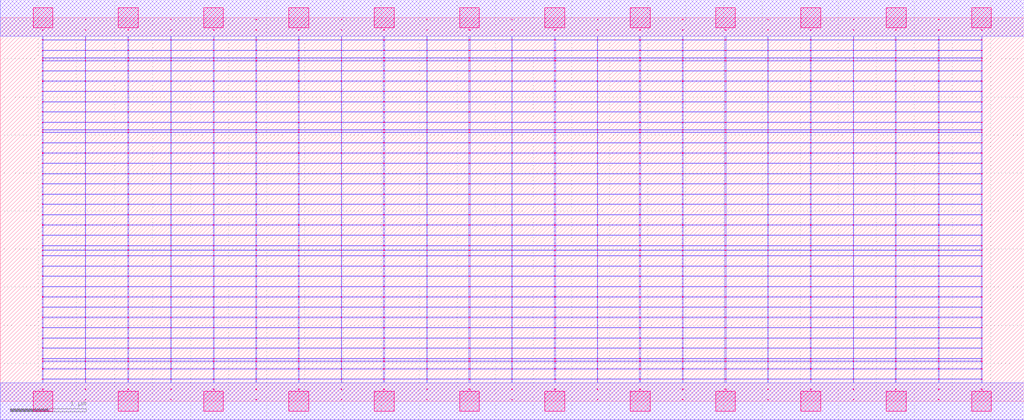
<source format=lef>
MACRO AAAOOAI22221_DEBUG
 CLASS CORE ;
 FOREIGN AAAOOAI22221_DEBUG 0 0 ;
 SIZE 13.44 BY 5.04 ;
 ORIGIN 0 0 ;
 SYMMETRY X Y R90 ;
 SITE unit ;

 OBS
    LAYER polycont ;
     RECT 6.71600000 2.58300000 6.72400000 2.59100000 ;
     RECT 6.71600000 2.71800000 6.72400000 2.72600000 ;
     RECT 6.71600000 2.85300000 6.72400000 2.86100000 ;
     RECT 6.71600000 2.98800000 6.72400000 2.99600000 ;
     RECT 8.95600000 2.58300000 8.96400000 2.59100000 ;
     RECT 9.51100000 2.58300000 9.52900000 2.59100000 ;
     RECT 10.07600000 2.58300000 10.08400000 2.59100000 ;
     RECT 10.63600000 2.58300000 10.64900000 2.59100000 ;
     RECT 11.19600000 2.58300000 11.20400000 2.59100000 ;
     RECT 11.75100000 2.58300000 11.76400000 2.59100000 ;
     RECT 12.31600000 2.58300000 12.32400000 2.59100000 ;
     RECT 12.87600000 2.58300000 12.88900000 2.59100000 ;
     RECT 7.27100000 2.58300000 7.28900000 2.59100000 ;
     RECT 7.27100000 2.71800000 7.28900000 2.72600000 ;
     RECT 7.83600000 2.71800000 7.84400000 2.72600000 ;
     RECT 8.39100000 2.71800000 8.40900000 2.72600000 ;
     RECT 8.95600000 2.71800000 8.96400000 2.72600000 ;
     RECT 9.51100000 2.71800000 9.52900000 2.72600000 ;
     RECT 10.07600000 2.71800000 10.08400000 2.72600000 ;
     RECT 10.63600000 2.71800000 10.64900000 2.72600000 ;
     RECT 11.19600000 2.71800000 11.20400000 2.72600000 ;
     RECT 11.75100000 2.71800000 11.76400000 2.72600000 ;
     RECT 12.31600000 2.71800000 12.32400000 2.72600000 ;
     RECT 12.87600000 2.71800000 12.88900000 2.72600000 ;
     RECT 7.83600000 2.58300000 7.84400000 2.59100000 ;
     RECT 7.27100000 2.85300000 7.28900000 2.86100000 ;
     RECT 7.83600000 2.85300000 7.84400000 2.86100000 ;
     RECT 8.39100000 2.85300000 8.40900000 2.86100000 ;
     RECT 8.95600000 2.85300000 8.96400000 2.86100000 ;
     RECT 9.51100000 2.85300000 9.52900000 2.86100000 ;
     RECT 10.07600000 2.85300000 10.08400000 2.86100000 ;
     RECT 10.63600000 2.85300000 10.64900000 2.86100000 ;
     RECT 11.19600000 2.85300000 11.20400000 2.86100000 ;
     RECT 11.75100000 2.85300000 11.76400000 2.86100000 ;
     RECT 12.31600000 2.85300000 12.32400000 2.86100000 ;
     RECT 12.87600000 2.85300000 12.88900000 2.86100000 ;
     RECT 8.39100000 2.58300000 8.40900000 2.59100000 ;
     RECT 7.27100000 2.98800000 7.28900000 2.99600000 ;
     RECT 7.83600000 2.98800000 7.84400000 2.99600000 ;
     RECT 8.39100000 2.98800000 8.40900000 2.99600000 ;
     RECT 8.95600000 2.98800000 8.96400000 2.99600000 ;
     RECT 9.51100000 2.98800000 9.52900000 2.99600000 ;
     RECT 10.07600000 2.98800000 10.08400000 2.99600000 ;
     RECT 10.63600000 2.98800000 10.64900000 2.99600000 ;
     RECT 11.19600000 2.98800000 11.20400000 2.99600000 ;
     RECT 11.75100000 2.98800000 11.76400000 2.99600000 ;
     RECT 12.31600000 2.98800000 12.32400000 2.99600000 ;
     RECT 12.87600000 2.98800000 12.88900000 2.99600000 ;
     RECT 11.19600000 3.12300000 11.20400000 3.13100000 ;
     RECT 11.19600000 3.25800000 11.20400000 3.26600000 ;
     RECT 11.19600000 3.39300000 11.20400000 3.40100000 ;
     RECT 11.19600000 3.52800000 11.20400000 3.53600000 ;
     RECT 11.19600000 3.56100000 11.20400000 3.56900000 ;
     RECT 11.19600000 3.66300000 11.20400000 3.67100000 ;
     RECT 11.19600000 3.79800000 11.20400000 3.80600000 ;
     RECT 11.19600000 3.93300000 11.20400000 3.94100000 ;
     RECT 11.19600000 4.06800000 11.20400000 4.07600000 ;
     RECT 11.19600000 4.20300000 11.20400000 4.21100000 ;
     RECT 11.19600000 4.33800000 11.20400000 4.34600000 ;
     RECT 11.19600000 4.47300000 11.20400000 4.48100000 ;
     RECT 11.19600000 4.51100000 11.20400000 4.51900000 ;
     RECT 11.19600000 4.60800000 11.20400000 4.61600000 ;
     RECT 11.19600000 4.74300000 11.20400000 4.75100000 ;
     RECT 11.19600000 4.87800000 11.20400000 4.88600000 ;
     RECT 5.03100000 2.71800000 5.04900000 2.72600000 ;
     RECT 5.59600000 2.71800000 5.60400000 2.72600000 ;
     RECT 6.15100000 2.71800000 6.16900000 2.72600000 ;
     RECT 1.11600000 2.58300000 1.12400000 2.59100000 ;
     RECT 1.67100000 2.58300000 1.68900000 2.59100000 ;
     RECT 0.55100000 2.98800000 0.56400000 2.99600000 ;
     RECT 1.11600000 2.98800000 1.12400000 2.99600000 ;
     RECT 1.67100000 2.98800000 1.68900000 2.99600000 ;
     RECT 2.23600000 2.98800000 2.24400000 2.99600000 ;
     RECT 2.79600000 2.98800000 2.80900000 2.99600000 ;
     RECT 3.35600000 2.98800000 3.36400000 2.99600000 ;
     RECT 3.91100000 2.98800000 3.92400000 2.99600000 ;
     RECT 4.47600000 2.98800000 4.48400000 2.99600000 ;
     RECT 5.03100000 2.98800000 5.04900000 2.99600000 ;
     RECT 5.59600000 2.98800000 5.60400000 2.99600000 ;
     RECT 6.15100000 2.98800000 6.16900000 2.99600000 ;
     RECT 2.23600000 2.58300000 2.24400000 2.59100000 ;
     RECT 2.79600000 2.58300000 2.80900000 2.59100000 ;
     RECT 3.35600000 2.58300000 3.36400000 2.59100000 ;
     RECT 3.91100000 2.58300000 3.92400000 2.59100000 ;
     RECT 4.47600000 2.58300000 4.48400000 2.59100000 ;
     RECT 5.03100000 2.58300000 5.04900000 2.59100000 ;
     RECT 5.59600000 2.58300000 5.60400000 2.59100000 ;
     RECT 6.15100000 2.58300000 6.16900000 2.59100000 ;
     RECT 0.55100000 2.58300000 0.56400000 2.59100000 ;
     RECT 0.55100000 2.71800000 0.56400000 2.72600000 ;
     RECT 0.55100000 2.85300000 0.56400000 2.86100000 ;
     RECT 1.11600000 2.85300000 1.12400000 2.86100000 ;
     RECT 3.35600000 3.12300000 3.36400000 3.13100000 ;
     RECT 1.67100000 2.85300000 1.68900000 2.86100000 ;
     RECT 3.35600000 3.25800000 3.36400000 3.26600000 ;
     RECT 2.23600000 2.85300000 2.24400000 2.86100000 ;
     RECT 3.35600000 3.39300000 3.36400000 3.40100000 ;
     RECT 2.79600000 2.85300000 2.80900000 2.86100000 ;
     RECT 3.35600000 3.52800000 3.36400000 3.53600000 ;
     RECT 3.35600000 2.85300000 3.36400000 2.86100000 ;
     RECT 3.35600000 3.56100000 3.36400000 3.56900000 ;
     RECT 3.91100000 2.85300000 3.92400000 2.86100000 ;
     RECT 3.35600000 3.66300000 3.36400000 3.67100000 ;
     RECT 4.47600000 2.85300000 4.48400000 2.86100000 ;
     RECT 3.35600000 3.79800000 3.36400000 3.80600000 ;
     RECT 5.03100000 2.85300000 5.04900000 2.86100000 ;
     RECT 3.35600000 3.93300000 3.36400000 3.94100000 ;
     RECT 5.59600000 2.85300000 5.60400000 2.86100000 ;
     RECT 3.35600000 4.06800000 3.36400000 4.07600000 ;
     RECT 6.15100000 2.85300000 6.16900000 2.86100000 ;
     RECT 3.35600000 4.20300000 3.36400000 4.21100000 ;
     RECT 1.11600000 2.71800000 1.12400000 2.72600000 ;
     RECT 3.35600000 4.33800000 3.36400000 4.34600000 ;
     RECT 1.67100000 2.71800000 1.68900000 2.72600000 ;
     RECT 3.35600000 4.47300000 3.36400000 4.48100000 ;
     RECT 2.23600000 2.71800000 2.24400000 2.72600000 ;
     RECT 3.35600000 4.51100000 3.36400000 4.51900000 ;
     RECT 2.79600000 2.71800000 2.80900000 2.72600000 ;
     RECT 3.35600000 4.60800000 3.36400000 4.61600000 ;
     RECT 3.35600000 2.71800000 3.36400000 2.72600000 ;
     RECT 3.35600000 4.74300000 3.36400000 4.75100000 ;
     RECT 3.91100000 2.71800000 3.92400000 2.72600000 ;
     RECT 3.35600000 4.87800000 3.36400000 4.88600000 ;
     RECT 4.47600000 2.71800000 4.48400000 2.72600000 ;
     RECT 5.59600000 0.55800000 5.60400000 0.56600000 ;
     RECT 5.59600000 0.69300000 5.60400000 0.70100000 ;
     RECT 5.59600000 0.82800000 5.60400000 0.83600000 ;
     RECT 5.59600000 0.96300000 5.60400000 0.97100000 ;
     RECT 5.59600000 1.09800000 5.60400000 1.10600000 ;
     RECT 5.59600000 1.23300000 5.60400000 1.24100000 ;
     RECT 5.59600000 1.36800000 5.60400000 1.37600000 ;
     RECT 5.59600000 1.50300000 5.60400000 1.51100000 ;
     RECT 5.59600000 1.63800000 5.60400000 1.64600000 ;
     RECT 5.59600000 1.77300000 5.60400000 1.78100000 ;
     RECT 5.59600000 1.90800000 5.60400000 1.91600000 ;
     RECT 5.59600000 1.98100000 5.60400000 1.98900000 ;
     RECT 5.59600000 2.04300000 5.60400000 2.05100000 ;
     RECT 5.59600000 2.17800000 5.60400000 2.18600000 ;
     RECT 5.59600000 2.31300000 5.60400000 2.32100000 ;
     RECT 5.59600000 2.44800000 5.60400000 2.45600000 ;
     RECT 5.59600000 0.15300000 5.60400000 0.16100000 ;
     RECT 5.59600000 0.28800000 5.60400000 0.29600000 ;
     RECT 5.59600000 0.42300000 5.60400000 0.43100000 ;
     RECT 5.59600000 0.52100000 5.60400000 0.52900000 ;
     RECT 11.19600000 0.28800000 11.20400000 0.29600000 ;
     RECT 11.19600000 1.63800000 11.20400000 1.64600000 ;
     RECT 11.19600000 0.82800000 11.20400000 0.83600000 ;
     RECT 11.19600000 1.77300000 11.20400000 1.78100000 ;
     RECT 11.19600000 0.52100000 11.20400000 0.52900000 ;
     RECT 11.19600000 1.90800000 11.20400000 1.91600000 ;
     RECT 11.19600000 0.96300000 11.20400000 0.97100000 ;
     RECT 11.19600000 1.98100000 11.20400000 1.98900000 ;
     RECT 11.19600000 0.15300000 11.20400000 0.16100000 ;
     RECT 11.19600000 2.04300000 11.20400000 2.05100000 ;
     RECT 11.19600000 1.09800000 11.20400000 1.10600000 ;
     RECT 11.19600000 2.17800000 11.20400000 2.18600000 ;
     RECT 11.19600000 0.55800000 11.20400000 0.56600000 ;
     RECT 11.19600000 2.31300000 11.20400000 2.32100000 ;
     RECT 11.19600000 1.23300000 11.20400000 1.24100000 ;
     RECT 11.19600000 2.44800000 11.20400000 2.45600000 ;
     RECT 11.19600000 0.42300000 11.20400000 0.43100000 ;
     RECT 11.19600000 1.36800000 11.20400000 1.37600000 ;
     RECT 11.19600000 0.69300000 11.20400000 0.70100000 ;
     RECT 11.19600000 1.50300000 11.20400000 1.51100000 ;

    LAYER pdiffc ;
     RECT 0.55100000 3.39300000 0.55900000 3.40100000 ;
     RECT 2.80100000 3.39300000 2.80900000 3.40100000 ;
     RECT 3.91100000 3.39300000 3.91900000 3.40100000 ;
     RECT 10.64100000 3.39300000 10.64900000 3.40100000 ;
     RECT 11.75100000 3.39300000 11.75900000 3.40100000 ;
     RECT 12.88100000 3.39300000 12.88900000 3.40100000 ;
     RECT 0.55100000 3.52800000 0.55900000 3.53600000 ;
     RECT 2.80100000 3.52800000 2.80900000 3.53600000 ;
     RECT 3.91100000 3.52800000 3.91900000 3.53600000 ;
     RECT 10.64100000 3.52800000 10.64900000 3.53600000 ;
     RECT 11.75100000 3.52800000 11.75900000 3.53600000 ;
     RECT 12.88100000 3.52800000 12.88900000 3.53600000 ;
     RECT 0.55100000 3.56100000 0.55900000 3.56900000 ;
     RECT 2.80100000 3.56100000 2.80900000 3.56900000 ;
     RECT 3.91100000 3.56100000 3.91900000 3.56900000 ;
     RECT 10.64100000 3.56100000 10.64900000 3.56900000 ;
     RECT 11.75100000 3.56100000 11.75900000 3.56900000 ;
     RECT 12.88100000 3.56100000 12.88900000 3.56900000 ;
     RECT 0.55100000 3.66300000 0.55900000 3.67100000 ;
     RECT 2.80100000 3.66300000 2.80900000 3.67100000 ;
     RECT 3.91100000 3.66300000 3.91900000 3.67100000 ;
     RECT 10.64100000 3.66300000 10.64900000 3.67100000 ;
     RECT 11.75100000 3.66300000 11.75900000 3.67100000 ;
     RECT 12.88100000 3.66300000 12.88900000 3.67100000 ;
     RECT 0.55100000 3.79800000 0.55900000 3.80600000 ;
     RECT 2.80100000 3.79800000 2.80900000 3.80600000 ;
     RECT 3.91100000 3.79800000 3.91900000 3.80600000 ;
     RECT 10.64100000 3.79800000 10.64900000 3.80600000 ;
     RECT 11.75100000 3.79800000 11.75900000 3.80600000 ;
     RECT 12.88100000 3.79800000 12.88900000 3.80600000 ;
     RECT 0.55100000 3.93300000 0.55900000 3.94100000 ;
     RECT 2.80100000 3.93300000 2.80900000 3.94100000 ;
     RECT 3.91100000 3.93300000 3.91900000 3.94100000 ;
     RECT 10.64100000 3.93300000 10.64900000 3.94100000 ;
     RECT 11.75100000 3.93300000 11.75900000 3.94100000 ;
     RECT 12.88100000 3.93300000 12.88900000 3.94100000 ;
     RECT 0.55100000 4.06800000 0.55900000 4.07600000 ;
     RECT 2.80100000 4.06800000 2.80900000 4.07600000 ;
     RECT 3.91100000 4.06800000 3.91900000 4.07600000 ;
     RECT 10.64100000 4.06800000 10.64900000 4.07600000 ;
     RECT 11.75100000 4.06800000 11.75900000 4.07600000 ;
     RECT 12.88100000 4.06800000 12.88900000 4.07600000 ;
     RECT 0.55100000 4.20300000 0.55900000 4.21100000 ;
     RECT 2.80100000 4.20300000 2.80900000 4.21100000 ;
     RECT 3.91100000 4.20300000 3.91900000 4.21100000 ;
     RECT 10.64100000 4.20300000 10.64900000 4.21100000 ;
     RECT 11.75100000 4.20300000 11.75900000 4.21100000 ;
     RECT 12.88100000 4.20300000 12.88900000 4.21100000 ;
     RECT 0.55100000 4.33800000 0.55900000 4.34600000 ;
     RECT 2.80100000 4.33800000 2.80900000 4.34600000 ;
     RECT 3.91100000 4.33800000 3.91900000 4.34600000 ;
     RECT 10.64100000 4.33800000 10.64900000 4.34600000 ;
     RECT 11.75100000 4.33800000 11.75900000 4.34600000 ;
     RECT 12.88100000 4.33800000 12.88900000 4.34600000 ;
     RECT 0.55100000 4.47300000 0.55900000 4.48100000 ;
     RECT 2.80100000 4.47300000 2.80900000 4.48100000 ;
     RECT 3.91100000 4.47300000 3.91900000 4.48100000 ;
     RECT 10.64100000 4.47300000 10.64900000 4.48100000 ;
     RECT 11.75100000 4.47300000 11.75900000 4.48100000 ;
     RECT 12.88100000 4.47300000 12.88900000 4.48100000 ;
     RECT 0.55100000 4.51100000 0.55900000 4.51900000 ;
     RECT 2.80100000 4.51100000 2.80900000 4.51900000 ;
     RECT 3.91100000 4.51100000 3.91900000 4.51900000 ;
     RECT 10.64100000 4.51100000 10.64900000 4.51900000 ;
     RECT 11.75100000 4.51100000 11.75900000 4.51900000 ;
     RECT 12.88100000 4.51100000 12.88900000 4.51900000 ;
     RECT 0.55100000 4.60800000 0.55900000 4.61600000 ;
     RECT 2.80100000 4.60800000 2.80900000 4.61600000 ;
     RECT 3.91100000 4.60800000 3.91900000 4.61600000 ;
     RECT 10.64100000 4.60800000 10.64900000 4.61600000 ;
     RECT 11.75100000 4.60800000 11.75900000 4.61600000 ;
     RECT 12.88100000 4.60800000 12.88900000 4.61600000 ;

    LAYER ndiffc ;
     RECT 7.27100000 0.42300000 7.28900000 0.43100000 ;
     RECT 8.39100000 0.42300000 8.40900000 0.43100000 ;
     RECT 9.51100000 0.42300000 9.52900000 0.43100000 ;
     RECT 10.63600000 0.42300000 10.64900000 0.43100000 ;
     RECT 11.75100000 0.42300000 11.76400000 0.43100000 ;
     RECT 12.87600000 0.42300000 12.88900000 0.43100000 ;
     RECT 7.27100000 0.52100000 7.28900000 0.52900000 ;
     RECT 8.39100000 0.52100000 8.40900000 0.52900000 ;
     RECT 9.51100000 0.52100000 9.52900000 0.52900000 ;
     RECT 10.63600000 0.52100000 10.64900000 0.52900000 ;
     RECT 11.75100000 0.52100000 11.76400000 0.52900000 ;
     RECT 12.87600000 0.52100000 12.88900000 0.52900000 ;
     RECT 7.27100000 0.55800000 7.28900000 0.56600000 ;
     RECT 8.39100000 0.55800000 8.40900000 0.56600000 ;
     RECT 9.51100000 0.55800000 9.52900000 0.56600000 ;
     RECT 10.63600000 0.55800000 10.64900000 0.56600000 ;
     RECT 11.75100000 0.55800000 11.76400000 0.56600000 ;
     RECT 12.87600000 0.55800000 12.88900000 0.56600000 ;
     RECT 7.27100000 0.69300000 7.28900000 0.70100000 ;
     RECT 8.39100000 0.69300000 8.40900000 0.70100000 ;
     RECT 9.51100000 0.69300000 9.52900000 0.70100000 ;
     RECT 10.63600000 0.69300000 10.64900000 0.70100000 ;
     RECT 11.75100000 0.69300000 11.76400000 0.70100000 ;
     RECT 12.87600000 0.69300000 12.88900000 0.70100000 ;
     RECT 7.27100000 0.82800000 7.28900000 0.83600000 ;
     RECT 8.39100000 0.82800000 8.40900000 0.83600000 ;
     RECT 9.51100000 0.82800000 9.52900000 0.83600000 ;
     RECT 10.63600000 0.82800000 10.64900000 0.83600000 ;
     RECT 11.75100000 0.82800000 11.76400000 0.83600000 ;
     RECT 12.87600000 0.82800000 12.88900000 0.83600000 ;
     RECT 7.27100000 0.96300000 7.28900000 0.97100000 ;
     RECT 8.39100000 0.96300000 8.40900000 0.97100000 ;
     RECT 9.51100000 0.96300000 9.52900000 0.97100000 ;
     RECT 10.63600000 0.96300000 10.64900000 0.97100000 ;
     RECT 11.75100000 0.96300000 11.76400000 0.97100000 ;
     RECT 12.87600000 0.96300000 12.88900000 0.97100000 ;
     RECT 7.27100000 1.09800000 7.28900000 1.10600000 ;
     RECT 8.39100000 1.09800000 8.40900000 1.10600000 ;
     RECT 9.51100000 1.09800000 9.52900000 1.10600000 ;
     RECT 10.63600000 1.09800000 10.64900000 1.10600000 ;
     RECT 11.75100000 1.09800000 11.76400000 1.10600000 ;
     RECT 12.87600000 1.09800000 12.88900000 1.10600000 ;
     RECT 7.27100000 1.23300000 7.28900000 1.24100000 ;
     RECT 8.39100000 1.23300000 8.40900000 1.24100000 ;
     RECT 9.51100000 1.23300000 9.52900000 1.24100000 ;
     RECT 10.63600000 1.23300000 10.64900000 1.24100000 ;
     RECT 11.75100000 1.23300000 11.76400000 1.24100000 ;
     RECT 12.87600000 1.23300000 12.88900000 1.24100000 ;
     RECT 7.27100000 1.36800000 7.28900000 1.37600000 ;
     RECT 8.39100000 1.36800000 8.40900000 1.37600000 ;
     RECT 9.51100000 1.36800000 9.52900000 1.37600000 ;
     RECT 10.63600000 1.36800000 10.64900000 1.37600000 ;
     RECT 11.75100000 1.36800000 11.76400000 1.37600000 ;
     RECT 12.87600000 1.36800000 12.88900000 1.37600000 ;
     RECT 7.27100000 1.50300000 7.28900000 1.51100000 ;
     RECT 8.39100000 1.50300000 8.40900000 1.51100000 ;
     RECT 9.51100000 1.50300000 9.52900000 1.51100000 ;
     RECT 10.63600000 1.50300000 10.64900000 1.51100000 ;
     RECT 11.75100000 1.50300000 11.76400000 1.51100000 ;
     RECT 12.87600000 1.50300000 12.88900000 1.51100000 ;
     RECT 7.27100000 1.63800000 7.28900000 1.64600000 ;
     RECT 8.39100000 1.63800000 8.40900000 1.64600000 ;
     RECT 9.51100000 1.63800000 9.52900000 1.64600000 ;
     RECT 10.63600000 1.63800000 10.64900000 1.64600000 ;
     RECT 11.75100000 1.63800000 11.76400000 1.64600000 ;
     RECT 12.87600000 1.63800000 12.88900000 1.64600000 ;
     RECT 7.27100000 1.77300000 7.28900000 1.78100000 ;
     RECT 8.39100000 1.77300000 8.40900000 1.78100000 ;
     RECT 9.51100000 1.77300000 9.52900000 1.78100000 ;
     RECT 10.63600000 1.77300000 10.64900000 1.78100000 ;
     RECT 11.75100000 1.77300000 11.76400000 1.78100000 ;
     RECT 12.87600000 1.77300000 12.88900000 1.78100000 ;
     RECT 7.27100000 1.90800000 7.28900000 1.91600000 ;
     RECT 8.39100000 1.90800000 8.40900000 1.91600000 ;
     RECT 9.51100000 1.90800000 9.52900000 1.91600000 ;
     RECT 10.63600000 1.90800000 10.64900000 1.91600000 ;
     RECT 11.75100000 1.90800000 11.76400000 1.91600000 ;
     RECT 12.87600000 1.90800000 12.88900000 1.91600000 ;
     RECT 7.27100000 1.98100000 7.28900000 1.98900000 ;
     RECT 8.39100000 1.98100000 8.40900000 1.98900000 ;
     RECT 9.51100000 1.98100000 9.52900000 1.98900000 ;
     RECT 10.63600000 1.98100000 10.64900000 1.98900000 ;
     RECT 11.75100000 1.98100000 11.76400000 1.98900000 ;
     RECT 12.87600000 1.98100000 12.88900000 1.98900000 ;
     RECT 7.27100000 2.04300000 7.28900000 2.05100000 ;
     RECT 8.39100000 2.04300000 8.40900000 2.05100000 ;
     RECT 9.51100000 2.04300000 9.52900000 2.05100000 ;
     RECT 10.63600000 2.04300000 10.64900000 2.05100000 ;
     RECT 11.75100000 2.04300000 11.76400000 2.05100000 ;
     RECT 12.87600000 2.04300000 12.88900000 2.05100000 ;
     RECT 0.55100000 0.42300000 0.56400000 0.43100000 ;
     RECT 1.67100000 0.42300000 1.68900000 0.43100000 ;
     RECT 2.79600000 0.42300000 2.80900000 0.43100000 ;
     RECT 3.91100000 0.42300000 3.92400000 0.43100000 ;
     RECT 5.03100000 0.42300000 5.04900000 0.43100000 ;
     RECT 6.15100000 0.42300000 6.16900000 0.43100000 ;
     RECT 0.55100000 1.36800000 0.56400000 1.37600000 ;
     RECT 1.67100000 1.36800000 1.68900000 1.37600000 ;
     RECT 2.79600000 1.36800000 2.80900000 1.37600000 ;
     RECT 3.91100000 1.36800000 3.92400000 1.37600000 ;
     RECT 5.03100000 1.36800000 5.04900000 1.37600000 ;
     RECT 6.15100000 1.36800000 6.16900000 1.37600000 ;
     RECT 0.55100000 0.82800000 0.56400000 0.83600000 ;
     RECT 1.67100000 0.82800000 1.68900000 0.83600000 ;
     RECT 2.79600000 0.82800000 2.80900000 0.83600000 ;
     RECT 3.91100000 0.82800000 3.92400000 0.83600000 ;
     RECT 5.03100000 0.82800000 5.04900000 0.83600000 ;
     RECT 6.15100000 0.82800000 6.16900000 0.83600000 ;
     RECT 0.55100000 1.50300000 0.56400000 1.51100000 ;
     RECT 1.67100000 1.50300000 1.68900000 1.51100000 ;
     RECT 2.79600000 1.50300000 2.80900000 1.51100000 ;
     RECT 3.91100000 1.50300000 3.92400000 1.51100000 ;
     RECT 5.03100000 1.50300000 5.04900000 1.51100000 ;
     RECT 6.15100000 1.50300000 6.16900000 1.51100000 ;
     RECT 0.55100000 0.55800000 0.56400000 0.56600000 ;
     RECT 1.67100000 0.55800000 1.68900000 0.56600000 ;
     RECT 2.79600000 0.55800000 2.80900000 0.56600000 ;
     RECT 3.91100000 0.55800000 3.92400000 0.56600000 ;
     RECT 5.03100000 0.55800000 5.04900000 0.56600000 ;
     RECT 6.15100000 0.55800000 6.16900000 0.56600000 ;
     RECT 0.55100000 1.63800000 0.56400000 1.64600000 ;
     RECT 1.67100000 1.63800000 1.68900000 1.64600000 ;
     RECT 2.79600000 1.63800000 2.80900000 1.64600000 ;
     RECT 3.91100000 1.63800000 3.92400000 1.64600000 ;
     RECT 5.03100000 1.63800000 5.04900000 1.64600000 ;
     RECT 6.15100000 1.63800000 6.16900000 1.64600000 ;
     RECT 0.55100000 0.96300000 0.56400000 0.97100000 ;
     RECT 1.67100000 0.96300000 1.68900000 0.97100000 ;
     RECT 2.79600000 0.96300000 2.80900000 0.97100000 ;
     RECT 3.91100000 0.96300000 3.92400000 0.97100000 ;
     RECT 5.03100000 0.96300000 5.04900000 0.97100000 ;
     RECT 6.15100000 0.96300000 6.16900000 0.97100000 ;
     RECT 0.55100000 1.77300000 0.56400000 1.78100000 ;
     RECT 1.67100000 1.77300000 1.68900000 1.78100000 ;
     RECT 2.79600000 1.77300000 2.80900000 1.78100000 ;
     RECT 3.91100000 1.77300000 3.92400000 1.78100000 ;
     RECT 5.03100000 1.77300000 5.04900000 1.78100000 ;
     RECT 6.15100000 1.77300000 6.16900000 1.78100000 ;
     RECT 0.55100000 0.52100000 0.56400000 0.52900000 ;
     RECT 1.67100000 0.52100000 1.68900000 0.52900000 ;
     RECT 2.79600000 0.52100000 2.80900000 0.52900000 ;
     RECT 3.91100000 0.52100000 3.92400000 0.52900000 ;
     RECT 5.03100000 0.52100000 5.04900000 0.52900000 ;
     RECT 6.15100000 0.52100000 6.16900000 0.52900000 ;
     RECT 0.55100000 1.90800000 0.56400000 1.91600000 ;
     RECT 1.67100000 1.90800000 1.68900000 1.91600000 ;
     RECT 2.79600000 1.90800000 2.80900000 1.91600000 ;
     RECT 3.91100000 1.90800000 3.92400000 1.91600000 ;
     RECT 5.03100000 1.90800000 5.04900000 1.91600000 ;
     RECT 6.15100000 1.90800000 6.16900000 1.91600000 ;
     RECT 0.55100000 1.09800000 0.56400000 1.10600000 ;
     RECT 1.67100000 1.09800000 1.68900000 1.10600000 ;
     RECT 2.79600000 1.09800000 2.80900000 1.10600000 ;
     RECT 3.91100000 1.09800000 3.92400000 1.10600000 ;
     RECT 5.03100000 1.09800000 5.04900000 1.10600000 ;
     RECT 6.15100000 1.09800000 6.16900000 1.10600000 ;
     RECT 0.55100000 1.98100000 0.56400000 1.98900000 ;
     RECT 1.67100000 1.98100000 1.68900000 1.98900000 ;
     RECT 2.79600000 1.98100000 2.80900000 1.98900000 ;
     RECT 3.91100000 1.98100000 3.92400000 1.98900000 ;
     RECT 5.03100000 1.98100000 5.04900000 1.98900000 ;
     RECT 6.15100000 1.98100000 6.16900000 1.98900000 ;
     RECT 0.55100000 0.69300000 0.56400000 0.70100000 ;
     RECT 1.67100000 0.69300000 1.68900000 0.70100000 ;
     RECT 2.79600000 0.69300000 2.80900000 0.70100000 ;
     RECT 3.91100000 0.69300000 3.92400000 0.70100000 ;
     RECT 5.03100000 0.69300000 5.04900000 0.70100000 ;
     RECT 6.15100000 0.69300000 6.16900000 0.70100000 ;
     RECT 0.55100000 2.04300000 0.56400000 2.05100000 ;
     RECT 1.67100000 2.04300000 1.68900000 2.05100000 ;
     RECT 2.79600000 2.04300000 2.80900000 2.05100000 ;
     RECT 3.91100000 2.04300000 3.92400000 2.05100000 ;
     RECT 5.03100000 2.04300000 5.04900000 2.05100000 ;
     RECT 6.15100000 2.04300000 6.16900000 2.05100000 ;
     RECT 0.55100000 1.23300000 0.56400000 1.24100000 ;
     RECT 1.67100000 1.23300000 1.68900000 1.24100000 ;
     RECT 2.79600000 1.23300000 2.80900000 1.24100000 ;
     RECT 3.91100000 1.23300000 3.92400000 1.24100000 ;
     RECT 5.03100000 1.23300000 5.04900000 1.24100000 ;
     RECT 6.15100000 1.23300000 6.16900000 1.24100000 ;

    LAYER met1 ;
     RECT 0.00000000 -0.24000000 13.44000000 0.24000000 ;
     RECT 6.71600000 0.24000000 6.72400000 0.28800000 ;
     RECT 0.55100000 0.28800000 12.88900000 0.29600000 ;
     RECT 6.71600000 0.29600000 6.72400000 0.42300000 ;
     RECT 0.55100000 0.42300000 12.88900000 0.43100000 ;
     RECT 6.71600000 0.43100000 6.72400000 0.52100000 ;
     RECT 0.55100000 0.52100000 12.88900000 0.52900000 ;
     RECT 6.71600000 0.52900000 6.72400000 0.55800000 ;
     RECT 0.55100000 0.55800000 12.88900000 0.56600000 ;
     RECT 6.71600000 0.56600000 6.72400000 0.69300000 ;
     RECT 0.55100000 0.69300000 12.88900000 0.70100000 ;
     RECT 6.71600000 0.70100000 6.72400000 0.82800000 ;
     RECT 0.55100000 0.82800000 12.88900000 0.83600000 ;
     RECT 6.71600000 0.83600000 6.72400000 0.96300000 ;
     RECT 0.55100000 0.96300000 12.88900000 0.97100000 ;
     RECT 6.71600000 0.97100000 6.72400000 1.09800000 ;
     RECT 0.55100000 1.09800000 12.88900000 1.10600000 ;
     RECT 6.71600000 1.10600000 6.72400000 1.23300000 ;
     RECT 0.55100000 1.23300000 12.88900000 1.24100000 ;
     RECT 6.71600000 1.24100000 6.72400000 1.36800000 ;
     RECT 0.55100000 1.36800000 12.88900000 1.37600000 ;
     RECT 6.71600000 1.37600000 6.72400000 1.50300000 ;
     RECT 0.55100000 1.50300000 12.88900000 1.51100000 ;
     RECT 6.71600000 1.51100000 6.72400000 1.63800000 ;
     RECT 0.55100000 1.63800000 12.88900000 1.64600000 ;
     RECT 6.71600000 1.64600000 6.72400000 1.77300000 ;
     RECT 0.55100000 1.77300000 12.88900000 1.78100000 ;
     RECT 6.71600000 1.78100000 6.72400000 1.90800000 ;
     RECT 0.55100000 1.90800000 12.88900000 1.91600000 ;
     RECT 6.71600000 1.91600000 6.72400000 1.98100000 ;
     RECT 0.55100000 1.98100000 12.88900000 1.98900000 ;
     RECT 6.71600000 1.98900000 6.72400000 2.04300000 ;
     RECT 0.55100000 2.04300000 12.88900000 2.05100000 ;
     RECT 6.71600000 2.05100000 6.72400000 2.17800000 ;
     RECT 0.55100000 2.17800000 12.88900000 2.18600000 ;
     RECT 6.71600000 2.18600000 6.72400000 2.31300000 ;
     RECT 0.55100000 2.31300000 12.88900000 2.32100000 ;
     RECT 6.71600000 2.32100000 6.72400000 2.44800000 ;
     RECT 0.55100000 2.44800000 12.88900000 2.45600000 ;
     RECT 0.55100000 2.45600000 0.56400000 2.58300000 ;
     RECT 1.11600000 2.45600000 1.12400000 2.58300000 ;
     RECT 1.67100000 2.45600000 1.68900000 2.58300000 ;
     RECT 2.23600000 2.45600000 2.24400000 2.58300000 ;
     RECT 2.79600000 2.45600000 2.80900000 2.58300000 ;
     RECT 3.35600000 2.45600000 3.36400000 2.58300000 ;
     RECT 3.91100000 2.45600000 3.92400000 2.58300000 ;
     RECT 4.47600000 2.45600000 4.48400000 2.58300000 ;
     RECT 5.03100000 2.45600000 5.04900000 2.58300000 ;
     RECT 5.59600000 2.45600000 5.60400000 2.58300000 ;
     RECT 6.15100000 2.45600000 6.16900000 2.58300000 ;
     RECT 6.71600000 2.45600000 6.72400000 2.58300000 ;
     RECT 7.27100000 2.45600000 7.28900000 2.58300000 ;
     RECT 7.83600000 2.45600000 7.84400000 2.58300000 ;
     RECT 8.39100000 2.45600000 8.40900000 2.58300000 ;
     RECT 8.95600000 2.45600000 8.96400000 2.58300000 ;
     RECT 9.51100000 2.45600000 9.52900000 2.58300000 ;
     RECT 10.07600000 2.45600000 10.08400000 2.58300000 ;
     RECT 10.63600000 2.45600000 10.64900000 2.58300000 ;
     RECT 11.19600000 2.45600000 11.20400000 2.58300000 ;
     RECT 11.75100000 2.45600000 11.76400000 2.58300000 ;
     RECT 12.31600000 2.45600000 12.32400000 2.58300000 ;
     RECT 12.87600000 2.45600000 12.88900000 2.58300000 ;
     RECT 0.55100000 2.58300000 12.88900000 2.59100000 ;
     RECT 6.71600000 2.59100000 6.72400000 2.71800000 ;
     RECT 0.55100000 2.71800000 12.88900000 2.72600000 ;
     RECT 6.71600000 2.72600000 6.72400000 2.85300000 ;
     RECT 0.55100000 2.85300000 12.88900000 2.86100000 ;
     RECT 6.71600000 2.86100000 6.72400000 2.98800000 ;
     RECT 0.55100000 2.98800000 12.88900000 2.99600000 ;
     RECT 6.71600000 2.99600000 6.72400000 3.12300000 ;
     RECT 0.55100000 3.12300000 12.88900000 3.13100000 ;
     RECT 6.71600000 3.13100000 6.72400000 3.25800000 ;
     RECT 0.55100000 3.25800000 12.88900000 3.26600000 ;
     RECT 6.71600000 3.26600000 6.72400000 3.39300000 ;
     RECT 0.55100000 3.39300000 12.88900000 3.40100000 ;
     RECT 6.71600000 3.40100000 6.72400000 3.52800000 ;
     RECT 0.55100000 3.52800000 12.88900000 3.53600000 ;
     RECT 6.71600000 3.53600000 6.72400000 3.56100000 ;
     RECT 0.55100000 3.56100000 12.88900000 3.56900000 ;
     RECT 6.71600000 3.56900000 6.72400000 3.66300000 ;
     RECT 0.55100000 3.66300000 12.88900000 3.67100000 ;
     RECT 6.71600000 3.67100000 6.72400000 3.79800000 ;
     RECT 0.55100000 3.79800000 12.88900000 3.80600000 ;
     RECT 6.71600000 3.80600000 6.72400000 3.93300000 ;
     RECT 0.55100000 3.93300000 12.88900000 3.94100000 ;
     RECT 6.71600000 3.94100000 6.72400000 4.06800000 ;
     RECT 0.55100000 4.06800000 12.88900000 4.07600000 ;
     RECT 6.71600000 4.07600000 6.72400000 4.20300000 ;
     RECT 0.55100000 4.20300000 12.88900000 4.21100000 ;
     RECT 6.71600000 4.21100000 6.72400000 4.33800000 ;
     RECT 0.55100000 4.33800000 12.88900000 4.34600000 ;
     RECT 6.71600000 4.34600000 6.72400000 4.47300000 ;
     RECT 0.55100000 4.47300000 12.88900000 4.48100000 ;
     RECT 6.71600000 4.48100000 6.72400000 4.51100000 ;
     RECT 0.55100000 4.51100000 12.88900000 4.51900000 ;
     RECT 6.71600000 4.51900000 6.72400000 4.60800000 ;
     RECT 0.55100000 4.60800000 12.88900000 4.61600000 ;
     RECT 6.71600000 4.61600000 6.72400000 4.74300000 ;
     RECT 0.55100000 4.74300000 12.88900000 4.75100000 ;
     RECT 6.71600000 4.75100000 6.72400000 4.80000000 ;
     RECT 0.00000000 4.80000000 13.44000000 5.28000000 ;
     RECT 10.07600000 2.59100000 10.08400000 2.71800000 ;
     RECT 10.07600000 2.99600000 10.08400000 3.12300000 ;
     RECT 10.07600000 3.13100000 10.08400000 3.25800000 ;
     RECT 10.07600000 3.26600000 10.08400000 3.39300000 ;
     RECT 10.07600000 3.40100000 10.08400000 3.52800000 ;
     RECT 10.07600000 3.53600000 10.08400000 3.56100000 ;
     RECT 10.07600000 3.56900000 10.08400000 3.66300000 ;
     RECT 10.07600000 3.67100000 10.08400000 3.79800000 ;
     RECT 10.07600000 2.72600000 10.08400000 2.85300000 ;
     RECT 7.27100000 3.80600000 7.28900000 3.93300000 ;
     RECT 7.83600000 3.80600000 7.84400000 3.93300000 ;
     RECT 8.39100000 3.80600000 8.40900000 3.93300000 ;
     RECT 8.95600000 3.80600000 8.96400000 3.93300000 ;
     RECT 9.51100000 3.80600000 9.52900000 3.93300000 ;
     RECT 10.07600000 3.80600000 10.08400000 3.93300000 ;
     RECT 10.63600000 3.80600000 10.64900000 3.93300000 ;
     RECT 11.19600000 3.80600000 11.20400000 3.93300000 ;
     RECT 11.75100000 3.80600000 11.76400000 3.93300000 ;
     RECT 12.31600000 3.80600000 12.32400000 3.93300000 ;
     RECT 12.87600000 3.80600000 12.88900000 3.93300000 ;
     RECT 10.07600000 3.94100000 10.08400000 4.06800000 ;
     RECT 10.07600000 4.07600000 10.08400000 4.20300000 ;
     RECT 10.07600000 4.21100000 10.08400000 4.33800000 ;
     RECT 10.07600000 4.34600000 10.08400000 4.47300000 ;
     RECT 10.07600000 4.48100000 10.08400000 4.51100000 ;
     RECT 10.07600000 2.86100000 10.08400000 2.98800000 ;
     RECT 10.07600000 4.51900000 10.08400000 4.60800000 ;
     RECT 10.07600000 4.61600000 10.08400000 4.74300000 ;
     RECT 10.07600000 4.75100000 10.08400000 4.80000000 ;
     RECT 11.75100000 4.07600000 11.76400000 4.20300000 ;
     RECT 12.31600000 4.07600000 12.32400000 4.20300000 ;
     RECT 12.87600000 4.07600000 12.88900000 4.20300000 ;
     RECT 11.19600000 3.94100000 11.20400000 4.06800000 ;
     RECT 10.63600000 4.21100000 10.64900000 4.33800000 ;
     RECT 11.19600000 4.21100000 11.20400000 4.33800000 ;
     RECT 11.75100000 4.21100000 11.76400000 4.33800000 ;
     RECT 12.31600000 4.21100000 12.32400000 4.33800000 ;
     RECT 12.87600000 4.21100000 12.88900000 4.33800000 ;
     RECT 11.75100000 3.94100000 11.76400000 4.06800000 ;
     RECT 10.63600000 4.34600000 10.64900000 4.47300000 ;
     RECT 11.19600000 4.34600000 11.20400000 4.47300000 ;
     RECT 11.75100000 4.34600000 11.76400000 4.47300000 ;
     RECT 12.31600000 4.34600000 12.32400000 4.47300000 ;
     RECT 12.87600000 4.34600000 12.88900000 4.47300000 ;
     RECT 12.31600000 3.94100000 12.32400000 4.06800000 ;
     RECT 10.63600000 4.48100000 10.64900000 4.51100000 ;
     RECT 11.19600000 4.48100000 11.20400000 4.51100000 ;
     RECT 11.75100000 4.48100000 11.76400000 4.51100000 ;
     RECT 12.31600000 4.48100000 12.32400000 4.51100000 ;
     RECT 12.87600000 4.48100000 12.88900000 4.51100000 ;
     RECT 12.87600000 3.94100000 12.88900000 4.06800000 ;
     RECT 10.63600000 3.94100000 10.64900000 4.06800000 ;
     RECT 10.63600000 4.51900000 10.64900000 4.60800000 ;
     RECT 11.19600000 4.51900000 11.20400000 4.60800000 ;
     RECT 11.75100000 4.51900000 11.76400000 4.60800000 ;
     RECT 12.31600000 4.51900000 12.32400000 4.60800000 ;
     RECT 12.87600000 4.51900000 12.88900000 4.60800000 ;
     RECT 10.63600000 4.07600000 10.64900000 4.20300000 ;
     RECT 10.63600000 4.61600000 10.64900000 4.74300000 ;
     RECT 11.19600000 4.61600000 11.20400000 4.74300000 ;
     RECT 11.75100000 4.61600000 11.76400000 4.74300000 ;
     RECT 12.31600000 4.61600000 12.32400000 4.74300000 ;
     RECT 12.87600000 4.61600000 12.88900000 4.74300000 ;
     RECT 11.19600000 4.07600000 11.20400000 4.20300000 ;
     RECT 10.63600000 4.75100000 10.64900000 4.80000000 ;
     RECT 11.19600000 4.75100000 11.20400000 4.80000000 ;
     RECT 11.75100000 4.75100000 11.76400000 4.80000000 ;
     RECT 12.31600000 4.75100000 12.32400000 4.80000000 ;
     RECT 12.87600000 4.75100000 12.88900000 4.80000000 ;
     RECT 8.39100000 4.21100000 8.40900000 4.33800000 ;
     RECT 8.95600000 4.21100000 8.96400000 4.33800000 ;
     RECT 9.51100000 4.21100000 9.52900000 4.33800000 ;
     RECT 7.83600000 4.07600000 7.84400000 4.20300000 ;
     RECT 8.39100000 4.07600000 8.40900000 4.20300000 ;
     RECT 8.95600000 4.07600000 8.96400000 4.20300000 ;
     RECT 9.51100000 4.07600000 9.52900000 4.20300000 ;
     RECT 7.27100000 4.51900000 7.28900000 4.60800000 ;
     RECT 7.83600000 4.51900000 7.84400000 4.60800000 ;
     RECT 8.39100000 4.51900000 8.40900000 4.60800000 ;
     RECT 8.95600000 4.51900000 8.96400000 4.60800000 ;
     RECT 9.51100000 4.51900000 9.52900000 4.60800000 ;
     RECT 7.83600000 3.94100000 7.84400000 4.06800000 ;
     RECT 8.39100000 3.94100000 8.40900000 4.06800000 ;
     RECT 7.27100000 4.34600000 7.28900000 4.47300000 ;
     RECT 7.83600000 4.34600000 7.84400000 4.47300000 ;
     RECT 8.39100000 4.34600000 8.40900000 4.47300000 ;
     RECT 8.95600000 4.34600000 8.96400000 4.47300000 ;
     RECT 7.27100000 4.61600000 7.28900000 4.74300000 ;
     RECT 7.83600000 4.61600000 7.84400000 4.74300000 ;
     RECT 8.39100000 4.61600000 8.40900000 4.74300000 ;
     RECT 8.95600000 4.61600000 8.96400000 4.74300000 ;
     RECT 9.51100000 4.61600000 9.52900000 4.74300000 ;
     RECT 9.51100000 4.34600000 9.52900000 4.47300000 ;
     RECT 8.95600000 3.94100000 8.96400000 4.06800000 ;
     RECT 9.51100000 3.94100000 9.52900000 4.06800000 ;
     RECT 7.27100000 3.94100000 7.28900000 4.06800000 ;
     RECT 7.27100000 4.07600000 7.28900000 4.20300000 ;
     RECT 7.27100000 4.21100000 7.28900000 4.33800000 ;
     RECT 7.27100000 4.75100000 7.28900000 4.80000000 ;
     RECT 7.83600000 4.75100000 7.84400000 4.80000000 ;
     RECT 8.39100000 4.75100000 8.40900000 4.80000000 ;
     RECT 8.95600000 4.75100000 8.96400000 4.80000000 ;
     RECT 9.51100000 4.75100000 9.52900000 4.80000000 ;
     RECT 7.83600000 4.21100000 7.84400000 4.33800000 ;
     RECT 7.27100000 4.48100000 7.28900000 4.51100000 ;
     RECT 7.83600000 4.48100000 7.84400000 4.51100000 ;
     RECT 8.39100000 4.48100000 8.40900000 4.51100000 ;
     RECT 8.95600000 4.48100000 8.96400000 4.51100000 ;
     RECT 9.51100000 4.48100000 9.52900000 4.51100000 ;
     RECT 7.83600000 2.99600000 7.84400000 3.12300000 ;
     RECT 7.27100000 2.59100000 7.28900000 2.71800000 ;
     RECT 8.39100000 2.86100000 8.40900000 2.98800000 ;
     RECT 8.95600000 2.86100000 8.96400000 2.98800000 ;
     RECT 7.27100000 3.40100000 7.28900000 3.52800000 ;
     RECT 7.83600000 3.40100000 7.84400000 3.52800000 ;
     RECT 8.39100000 3.40100000 8.40900000 3.52800000 ;
     RECT 8.95600000 3.40100000 8.96400000 3.52800000 ;
     RECT 9.51100000 3.40100000 9.52900000 3.52800000 ;
     RECT 8.39100000 2.99600000 8.40900000 3.12300000 ;
     RECT 7.83600000 2.59100000 7.84400000 2.71800000 ;
     RECT 7.27100000 2.72600000 7.28900000 2.85300000 ;
     RECT 7.27100000 3.53600000 7.28900000 3.56100000 ;
     RECT 7.83600000 3.53600000 7.84400000 3.56100000 ;
     RECT 8.39100000 3.53600000 8.40900000 3.56100000 ;
     RECT 9.51100000 2.86100000 9.52900000 2.98800000 ;
     RECT 8.95600000 3.53600000 8.96400000 3.56100000 ;
     RECT 9.51100000 3.53600000 9.52900000 3.56100000 ;
     RECT 8.95600000 2.99600000 8.96400000 3.12300000 ;
     RECT 7.83600000 2.72600000 7.84400000 2.85300000 ;
     RECT 8.39100000 2.72600000 8.40900000 2.85300000 ;
     RECT 7.27100000 3.56900000 7.28900000 3.66300000 ;
     RECT 7.83600000 3.56900000 7.84400000 3.66300000 ;
     RECT 8.39100000 3.56900000 8.40900000 3.66300000 ;
     RECT 8.95600000 3.56900000 8.96400000 3.66300000 ;
     RECT 9.51100000 3.56900000 9.52900000 3.66300000 ;
     RECT 8.39100000 2.59100000 8.40900000 2.71800000 ;
     RECT 8.95600000 2.59100000 8.96400000 2.71800000 ;
     RECT 9.51100000 2.99600000 9.52900000 3.12300000 ;
     RECT 8.95600000 2.72600000 8.96400000 2.85300000 ;
     RECT 9.51100000 2.72600000 9.52900000 2.85300000 ;
     RECT 7.27100000 3.67100000 7.28900000 3.79800000 ;
     RECT 7.83600000 3.67100000 7.84400000 3.79800000 ;
     RECT 8.39100000 3.67100000 8.40900000 3.79800000 ;
     RECT 8.95600000 3.67100000 8.96400000 3.79800000 ;
     RECT 9.51100000 3.67100000 9.52900000 3.79800000 ;
     RECT 9.51100000 2.59100000 9.52900000 2.71800000 ;
     RECT 7.27100000 3.13100000 7.28900000 3.25800000 ;
     RECT 7.83600000 3.13100000 7.84400000 3.25800000 ;
     RECT 7.27100000 2.86100000 7.28900000 2.98800000 ;
     RECT 7.83600000 2.86100000 7.84400000 2.98800000 ;
     RECT 8.39100000 3.13100000 8.40900000 3.25800000 ;
     RECT 8.95600000 3.13100000 8.96400000 3.25800000 ;
     RECT 9.51100000 3.13100000 9.52900000 3.25800000 ;
     RECT 7.27100000 2.99600000 7.28900000 3.12300000 ;
     RECT 7.27100000 3.26600000 7.28900000 3.39300000 ;
     RECT 7.83600000 3.26600000 7.84400000 3.39300000 ;
     RECT 8.39100000 3.26600000 8.40900000 3.39300000 ;
     RECT 8.95600000 3.26600000 8.96400000 3.39300000 ;
     RECT 9.51100000 3.26600000 9.52900000 3.39300000 ;
     RECT 10.63600000 3.13100000 10.64900000 3.25800000 ;
     RECT 11.19600000 3.13100000 11.20400000 3.25800000 ;
     RECT 10.63600000 3.56900000 10.64900000 3.66300000 ;
     RECT 12.31600000 2.72600000 12.32400000 2.85300000 ;
     RECT 12.87600000 2.72600000 12.88900000 2.85300000 ;
     RECT 11.19600000 3.56900000 11.20400000 3.66300000 ;
     RECT 11.75100000 3.56900000 11.76400000 3.66300000 ;
     RECT 12.31600000 3.56900000 12.32400000 3.66300000 ;
     RECT 12.87600000 3.56900000 12.88900000 3.66300000 ;
     RECT 11.75100000 3.13100000 11.76400000 3.25800000 ;
     RECT 12.31600000 3.13100000 12.32400000 3.25800000 ;
     RECT 12.87600000 3.13100000 12.88900000 3.25800000 ;
     RECT 11.75100000 2.59100000 11.76400000 2.71800000 ;
     RECT 10.63600000 3.40100000 10.64900000 3.52800000 ;
     RECT 11.19600000 3.40100000 11.20400000 3.52800000 ;
     RECT 11.75100000 3.40100000 11.76400000 3.52800000 ;
     RECT 12.31600000 3.40100000 12.32400000 3.52800000 ;
     RECT 10.63600000 3.67100000 10.64900000 3.79800000 ;
     RECT 11.19600000 3.67100000 11.20400000 3.79800000 ;
     RECT 11.75100000 3.67100000 11.76400000 3.79800000 ;
     RECT 12.31600000 3.67100000 12.32400000 3.79800000 ;
     RECT 12.87600000 3.67100000 12.88900000 3.79800000 ;
     RECT 12.87600000 3.40100000 12.88900000 3.52800000 ;
     RECT 10.63600000 2.86100000 10.64900000 2.98800000 ;
     RECT 11.19600000 2.86100000 11.20400000 2.98800000 ;
     RECT 10.63600000 2.72600000 10.64900000 2.85300000 ;
     RECT 12.31600000 2.59100000 12.32400000 2.71800000 ;
     RECT 11.19600000 2.59100000 11.20400000 2.71800000 ;
     RECT 10.63600000 2.99600000 10.64900000 3.12300000 ;
     RECT 11.19600000 2.99600000 11.20400000 3.12300000 ;
     RECT 11.75100000 2.99600000 11.76400000 3.12300000 ;
     RECT 12.31600000 2.99600000 12.32400000 3.12300000 ;
     RECT 12.87600000 2.99600000 12.88900000 3.12300000 ;
     RECT 10.63600000 3.26600000 10.64900000 3.39300000 ;
     RECT 10.63600000 3.53600000 10.64900000 3.56100000 ;
     RECT 11.19600000 3.53600000 11.20400000 3.56100000 ;
     RECT 11.75100000 2.86100000 11.76400000 2.98800000 ;
     RECT 12.31600000 2.86100000 12.32400000 2.98800000 ;
     RECT 11.75100000 3.53600000 11.76400000 3.56100000 ;
     RECT 11.19600000 2.72600000 11.20400000 2.85300000 ;
     RECT 11.75100000 2.72600000 11.76400000 2.85300000 ;
     RECT 12.31600000 3.53600000 12.32400000 3.56100000 ;
     RECT 12.87600000 3.53600000 12.88900000 3.56100000 ;
     RECT 11.19600000 3.26600000 11.20400000 3.39300000 ;
     RECT 11.75100000 3.26600000 11.76400000 3.39300000 ;
     RECT 12.31600000 3.26600000 12.32400000 3.39300000 ;
     RECT 12.87600000 3.26600000 12.88900000 3.39300000 ;
     RECT 12.87600000 2.59100000 12.88900000 2.71800000 ;
     RECT 10.63600000 2.59100000 10.64900000 2.71800000 ;
     RECT 12.87600000 2.86100000 12.88900000 2.98800000 ;
     RECT 4.47600000 3.80600000 4.48400000 3.93300000 ;
     RECT 5.03100000 3.80600000 5.04900000 3.93300000 ;
     RECT 5.59600000 3.80600000 5.60400000 3.93300000 ;
     RECT 6.15100000 3.80600000 6.16900000 3.93300000 ;
     RECT 3.35600000 2.59100000 3.36400000 2.71800000 ;
     RECT 3.35600000 3.94100000 3.36400000 4.06800000 ;
     RECT 3.35600000 2.99600000 3.36400000 3.12300000 ;
     RECT 3.35600000 3.40100000 3.36400000 3.52800000 ;
     RECT 3.35600000 4.07600000 3.36400000 4.20300000 ;
     RECT 3.35600000 4.21100000 3.36400000 4.33800000 ;
     RECT 3.35600000 3.53600000 3.36400000 3.56100000 ;
     RECT 3.35600000 4.34600000 3.36400000 4.47300000 ;
     RECT 3.35600000 3.13100000 3.36400000 3.25800000 ;
     RECT 3.35600000 4.48100000 3.36400000 4.51100000 ;
     RECT 3.35600000 3.56900000 3.36400000 3.66300000 ;
     RECT 3.35600000 2.86100000 3.36400000 2.98800000 ;
     RECT 3.35600000 4.51900000 3.36400000 4.60800000 ;
     RECT 3.35600000 4.61600000 3.36400000 4.74300000 ;
     RECT 3.35600000 3.67100000 3.36400000 3.79800000 ;
     RECT 3.35600000 2.72600000 3.36400000 2.85300000 ;
     RECT 3.35600000 4.75100000 3.36400000 4.80000000 ;
     RECT 3.35600000 3.26600000 3.36400000 3.39300000 ;
     RECT 0.55100000 3.80600000 0.56400000 3.93300000 ;
     RECT 1.11600000 3.80600000 1.12400000 3.93300000 ;
     RECT 1.67100000 3.80600000 1.68900000 3.93300000 ;
     RECT 2.23600000 3.80600000 2.24400000 3.93300000 ;
     RECT 2.79600000 3.80600000 2.80900000 3.93300000 ;
     RECT 3.35600000 3.80600000 3.36400000 3.93300000 ;
     RECT 3.91100000 3.80600000 3.92400000 3.93300000 ;
     RECT 5.03100000 4.34600000 5.04900000 4.47300000 ;
     RECT 5.59600000 4.34600000 5.60400000 4.47300000 ;
     RECT 6.15100000 4.34600000 6.16900000 4.47300000 ;
     RECT 4.47600000 3.94100000 4.48400000 4.06800000 ;
     RECT 5.03100000 3.94100000 5.04900000 4.06800000 ;
     RECT 3.91100000 4.48100000 3.92400000 4.51100000 ;
     RECT 4.47600000 4.48100000 4.48400000 4.51100000 ;
     RECT 5.03100000 4.48100000 5.04900000 4.51100000 ;
     RECT 5.59600000 4.48100000 5.60400000 4.51100000 ;
     RECT 6.15100000 4.48100000 6.16900000 4.51100000 ;
     RECT 3.91100000 4.07600000 3.92400000 4.20300000 ;
     RECT 4.47600000 4.07600000 4.48400000 4.20300000 ;
     RECT 5.03100000 4.07600000 5.04900000 4.20300000 ;
     RECT 3.91100000 4.51900000 3.92400000 4.60800000 ;
     RECT 4.47600000 4.51900000 4.48400000 4.60800000 ;
     RECT 5.03100000 4.51900000 5.04900000 4.60800000 ;
     RECT 5.59600000 4.51900000 5.60400000 4.60800000 ;
     RECT 6.15100000 4.51900000 6.16900000 4.60800000 ;
     RECT 5.59600000 4.07600000 5.60400000 4.20300000 ;
     RECT 3.91100000 4.61600000 3.92400000 4.74300000 ;
     RECT 4.47600000 4.61600000 4.48400000 4.74300000 ;
     RECT 5.03100000 4.61600000 5.04900000 4.74300000 ;
     RECT 5.59600000 4.61600000 5.60400000 4.74300000 ;
     RECT 6.15100000 4.61600000 6.16900000 4.74300000 ;
     RECT 6.15100000 4.07600000 6.16900000 4.20300000 ;
     RECT 5.59600000 3.94100000 5.60400000 4.06800000 ;
     RECT 3.91100000 4.21100000 3.92400000 4.33800000 ;
     RECT 3.91100000 4.75100000 3.92400000 4.80000000 ;
     RECT 4.47600000 4.75100000 4.48400000 4.80000000 ;
     RECT 5.03100000 4.75100000 5.04900000 4.80000000 ;
     RECT 5.59600000 4.75100000 5.60400000 4.80000000 ;
     RECT 6.15100000 4.75100000 6.16900000 4.80000000 ;
     RECT 4.47600000 4.21100000 4.48400000 4.33800000 ;
     RECT 5.03100000 4.21100000 5.04900000 4.33800000 ;
     RECT 5.59600000 4.21100000 5.60400000 4.33800000 ;
     RECT 6.15100000 4.21100000 6.16900000 4.33800000 ;
     RECT 6.15100000 3.94100000 6.16900000 4.06800000 ;
     RECT 3.91100000 3.94100000 3.92400000 4.06800000 ;
     RECT 3.91100000 4.34600000 3.92400000 4.47300000 ;
     RECT 4.47600000 4.34600000 4.48400000 4.47300000 ;
     RECT 2.23600000 4.51900000 2.24400000 4.60800000 ;
     RECT 2.79600000 4.51900000 2.80900000 4.60800000 ;
     RECT 0.55100000 4.34600000 0.56400000 4.47300000 ;
     RECT 1.11600000 4.34600000 1.12400000 4.47300000 ;
     RECT 1.67100000 4.34600000 1.68900000 4.47300000 ;
     RECT 2.23600000 4.34600000 2.24400000 4.47300000 ;
     RECT 2.79600000 4.34600000 2.80900000 4.47300000 ;
     RECT 1.11600000 3.94100000 1.12400000 4.06800000 ;
     RECT 0.55100000 4.61600000 0.56400000 4.74300000 ;
     RECT 1.11600000 4.61600000 1.12400000 4.74300000 ;
     RECT 1.67100000 4.61600000 1.68900000 4.74300000 ;
     RECT 2.23600000 4.61600000 2.24400000 4.74300000 ;
     RECT 2.79600000 4.61600000 2.80900000 4.74300000 ;
     RECT 1.67100000 3.94100000 1.68900000 4.06800000 ;
     RECT 0.55100000 4.07600000 0.56400000 4.20300000 ;
     RECT 0.55100000 4.21100000 0.56400000 4.33800000 ;
     RECT 1.11600000 4.21100000 1.12400000 4.33800000 ;
     RECT 1.67100000 4.21100000 1.68900000 4.33800000 ;
     RECT 2.23600000 4.21100000 2.24400000 4.33800000 ;
     RECT 0.55100000 4.48100000 0.56400000 4.51100000 ;
     RECT 1.11600000 4.48100000 1.12400000 4.51100000 ;
     RECT 0.55100000 4.75100000 0.56400000 4.80000000 ;
     RECT 1.11600000 4.75100000 1.12400000 4.80000000 ;
     RECT 1.67100000 4.75100000 1.68900000 4.80000000 ;
     RECT 2.23600000 4.75100000 2.24400000 4.80000000 ;
     RECT 2.79600000 4.75100000 2.80900000 4.80000000 ;
     RECT 1.67100000 4.48100000 1.68900000 4.51100000 ;
     RECT 2.23600000 4.48100000 2.24400000 4.51100000 ;
     RECT 2.79600000 4.48100000 2.80900000 4.51100000 ;
     RECT 2.79600000 4.21100000 2.80900000 4.33800000 ;
     RECT 1.11600000 4.07600000 1.12400000 4.20300000 ;
     RECT 1.67100000 4.07600000 1.68900000 4.20300000 ;
     RECT 2.23600000 4.07600000 2.24400000 4.20300000 ;
     RECT 2.79600000 4.07600000 2.80900000 4.20300000 ;
     RECT 2.23600000 3.94100000 2.24400000 4.06800000 ;
     RECT 2.79600000 3.94100000 2.80900000 4.06800000 ;
     RECT 0.55100000 3.94100000 0.56400000 4.06800000 ;
     RECT 0.55100000 4.51900000 0.56400000 4.60800000 ;
     RECT 1.11600000 4.51900000 1.12400000 4.60800000 ;
     RECT 1.67100000 4.51900000 1.68900000 4.60800000 ;
     RECT 1.67100000 2.99600000 1.68900000 3.12300000 ;
     RECT 2.23600000 2.99600000 2.24400000 3.12300000 ;
     RECT 2.79600000 2.99600000 2.80900000 3.12300000 ;
     RECT 2.23600000 2.59100000 2.24400000 2.71800000 ;
     RECT 1.67100000 2.86100000 1.68900000 2.98800000 ;
     RECT 1.67100000 2.72600000 1.68900000 2.85300000 ;
     RECT 2.23600000 2.72600000 2.24400000 2.85300000 ;
     RECT 2.79600000 2.72600000 2.80900000 2.85300000 ;
     RECT 0.55100000 3.67100000 0.56400000 3.79800000 ;
     RECT 1.11600000 3.67100000 1.12400000 3.79800000 ;
     RECT 1.67100000 3.67100000 1.68900000 3.79800000 ;
     RECT 2.23600000 3.67100000 2.24400000 3.79800000 ;
     RECT 2.79600000 3.67100000 2.80900000 3.79800000 ;
     RECT 2.23600000 2.86100000 2.24400000 2.98800000 ;
     RECT 0.55100000 3.13100000 0.56400000 3.25800000 ;
     RECT 1.11600000 3.13100000 1.12400000 3.25800000 ;
     RECT 1.67100000 3.13100000 1.68900000 3.25800000 ;
     RECT 2.23600000 3.13100000 2.24400000 3.25800000 ;
     RECT 2.79600000 3.13100000 2.80900000 3.25800000 ;
     RECT 2.79600000 2.59100000 2.80900000 2.71800000 ;
     RECT 0.55100000 3.56900000 0.56400000 3.66300000 ;
     RECT 1.11600000 3.56900000 1.12400000 3.66300000 ;
     RECT 1.67100000 3.56900000 1.68900000 3.66300000 ;
     RECT 1.67100000 2.59100000 1.68900000 2.71800000 ;
     RECT 0.55100000 2.99600000 0.56400000 3.12300000 ;
     RECT 0.55100000 3.40100000 0.56400000 3.52800000 ;
     RECT 0.55100000 3.26600000 0.56400000 3.39300000 ;
     RECT 1.11600000 3.26600000 1.12400000 3.39300000 ;
     RECT 1.67100000 3.26600000 1.68900000 3.39300000 ;
     RECT 2.23600000 3.26600000 2.24400000 3.39300000 ;
     RECT 1.11600000 3.40100000 1.12400000 3.52800000 ;
     RECT 1.11600000 3.53600000 1.12400000 3.56100000 ;
     RECT 1.67100000 3.53600000 1.68900000 3.56100000 ;
     RECT 2.23600000 3.53600000 2.24400000 3.56100000 ;
     RECT 2.79600000 3.53600000 2.80900000 3.56100000 ;
     RECT 1.67100000 3.40100000 1.68900000 3.52800000 ;
     RECT 1.11600000 2.72600000 1.12400000 2.85300000 ;
     RECT 0.55100000 2.86100000 0.56400000 2.98800000 ;
     RECT 2.23600000 3.56900000 2.24400000 3.66300000 ;
     RECT 2.79600000 3.56900000 2.80900000 3.66300000 ;
     RECT 1.11600000 2.86100000 1.12400000 2.98800000 ;
     RECT 2.79600000 3.26600000 2.80900000 3.39300000 ;
     RECT 2.79600000 2.86100000 2.80900000 2.98800000 ;
     RECT 2.23600000 3.40100000 2.24400000 3.52800000 ;
     RECT 0.55100000 2.59100000 0.56400000 2.71800000 ;
     RECT 1.11600000 2.59100000 1.12400000 2.71800000 ;
     RECT 0.55100000 2.72600000 0.56400000 2.85300000 ;
     RECT 0.55100000 3.53600000 0.56400000 3.56100000 ;
     RECT 2.79600000 3.40100000 2.80900000 3.52800000 ;
     RECT 1.11600000 2.99600000 1.12400000 3.12300000 ;
     RECT 6.15100000 2.72600000 6.16900000 2.85300000 ;
     RECT 4.47600000 2.99600000 4.48400000 3.12300000 ;
     RECT 5.03100000 2.99600000 5.04900000 3.12300000 ;
     RECT 5.59600000 2.99600000 5.60400000 3.12300000 ;
     RECT 6.15100000 2.99600000 6.16900000 3.12300000 ;
     RECT 3.91100000 2.59100000 3.92400000 2.71800000 ;
     RECT 4.47600000 2.59100000 4.48400000 2.71800000 ;
     RECT 3.91100000 3.56900000 3.92400000 3.66300000 ;
     RECT 4.47600000 3.56900000 4.48400000 3.66300000 ;
     RECT 5.03100000 3.56900000 5.04900000 3.66300000 ;
     RECT 5.59600000 3.56900000 5.60400000 3.66300000 ;
     RECT 6.15100000 3.56900000 6.16900000 3.66300000 ;
     RECT 5.03100000 3.13100000 5.04900000 3.25800000 ;
     RECT 5.59600000 3.13100000 5.60400000 3.25800000 ;
     RECT 3.91100000 3.67100000 3.92400000 3.79800000 ;
     RECT 4.47600000 3.67100000 4.48400000 3.79800000 ;
     RECT 5.03100000 3.67100000 5.04900000 3.79800000 ;
     RECT 5.59600000 3.67100000 5.60400000 3.79800000 ;
     RECT 6.15100000 3.67100000 6.16900000 3.79800000 ;
     RECT 6.15100000 3.13100000 6.16900000 3.25800000 ;
     RECT 3.91100000 2.72600000 3.92400000 2.85300000 ;
     RECT 4.47600000 2.72600000 4.48400000 2.85300000 ;
     RECT 5.03100000 2.59100000 5.04900000 2.71800000 ;
     RECT 5.59600000 2.59100000 5.60400000 2.71800000 ;
     RECT 6.15100000 2.59100000 6.16900000 2.71800000 ;
     RECT 6.15100000 3.26600000 6.16900000 3.39300000 ;
     RECT 3.91100000 3.53600000 3.92400000 3.56100000 ;
     RECT 4.47600000 3.53600000 4.48400000 3.56100000 ;
     RECT 5.03100000 3.53600000 5.04900000 3.56100000 ;
     RECT 3.91100000 3.13100000 3.92400000 3.25800000 ;
     RECT 4.47600000 3.13100000 4.48400000 3.25800000 ;
     RECT 5.59600000 3.53600000 5.60400000 3.56100000 ;
     RECT 6.15100000 3.53600000 6.16900000 3.56100000 ;
     RECT 5.03100000 2.72600000 5.04900000 2.85300000 ;
     RECT 5.59600000 2.72600000 5.60400000 2.85300000 ;
     RECT 3.91100000 2.86100000 3.92400000 2.98800000 ;
     RECT 4.47600000 2.86100000 4.48400000 2.98800000 ;
     RECT 5.03100000 2.86100000 5.04900000 2.98800000 ;
     RECT 5.59600000 2.86100000 5.60400000 2.98800000 ;
     RECT 3.91100000 3.26600000 3.92400000 3.39300000 ;
     RECT 4.47600000 3.26600000 4.48400000 3.39300000 ;
     RECT 5.03100000 3.26600000 5.04900000 3.39300000 ;
     RECT 5.59600000 3.26600000 5.60400000 3.39300000 ;
     RECT 6.15100000 2.86100000 6.16900000 2.98800000 ;
     RECT 3.91100000 3.40100000 3.92400000 3.52800000 ;
     RECT 4.47600000 3.40100000 4.48400000 3.52800000 ;
     RECT 5.03100000 3.40100000 5.04900000 3.52800000 ;
     RECT 5.59600000 3.40100000 5.60400000 3.52800000 ;
     RECT 6.15100000 3.40100000 6.16900000 3.52800000 ;
     RECT 3.91100000 2.99600000 3.92400000 3.12300000 ;
     RECT 0.55100000 1.10600000 0.56400000 1.23300000 ;
     RECT 1.11600000 1.10600000 1.12400000 1.23300000 ;
     RECT 1.67100000 1.10600000 1.68900000 1.23300000 ;
     RECT 2.23600000 1.10600000 2.24400000 1.23300000 ;
     RECT 2.79600000 1.10600000 2.80900000 1.23300000 ;
     RECT 3.35600000 1.10600000 3.36400000 1.23300000 ;
     RECT 3.91100000 1.10600000 3.92400000 1.23300000 ;
     RECT 4.47600000 1.10600000 4.48400000 1.23300000 ;
     RECT 5.03100000 1.10600000 5.04900000 1.23300000 ;
     RECT 5.59600000 1.10600000 5.60400000 1.23300000 ;
     RECT 6.15100000 1.10600000 6.16900000 1.23300000 ;
     RECT 3.35600000 1.24100000 3.36400000 1.36800000 ;
     RECT 3.35600000 0.29600000 3.36400000 0.42300000 ;
     RECT 3.35600000 1.37600000 3.36400000 1.50300000 ;
     RECT 3.35600000 1.51100000 3.36400000 1.63800000 ;
     RECT 3.35600000 1.64600000 3.36400000 1.77300000 ;
     RECT 3.35600000 1.78100000 3.36400000 1.90800000 ;
     RECT 3.35600000 1.91600000 3.36400000 1.98100000 ;
     RECT 3.35600000 1.98900000 3.36400000 2.04300000 ;
     RECT 3.35600000 0.43100000 3.36400000 0.52100000 ;
     RECT 3.35600000 2.05100000 3.36400000 2.17800000 ;
     RECT 3.35600000 2.18600000 3.36400000 2.31300000 ;
     RECT 3.35600000 2.32100000 3.36400000 2.44800000 ;
     RECT 3.35600000 0.24000000 3.36400000 0.28800000 ;
     RECT 3.35600000 0.52900000 3.36400000 0.55800000 ;
     RECT 3.35600000 0.56600000 3.36400000 0.69300000 ;
     RECT 3.35600000 0.70100000 3.36400000 0.82800000 ;
     RECT 3.35600000 0.83600000 3.36400000 0.96300000 ;
     RECT 3.35600000 0.97100000 3.36400000 1.09800000 ;
     RECT 6.15100000 1.51100000 6.16900000 1.63800000 ;
     RECT 5.59600000 1.24100000 5.60400000 1.36800000 ;
     RECT 3.91100000 1.64600000 3.92400000 1.77300000 ;
     RECT 4.47600000 1.64600000 4.48400000 1.77300000 ;
     RECT 5.03100000 1.64600000 5.04900000 1.77300000 ;
     RECT 5.59600000 1.64600000 5.60400000 1.77300000 ;
     RECT 6.15100000 1.64600000 6.16900000 1.77300000 ;
     RECT 6.15100000 1.24100000 6.16900000 1.36800000 ;
     RECT 3.91100000 1.78100000 3.92400000 1.90800000 ;
     RECT 4.47600000 1.78100000 4.48400000 1.90800000 ;
     RECT 5.03100000 1.78100000 5.04900000 1.90800000 ;
     RECT 5.59600000 1.78100000 5.60400000 1.90800000 ;
     RECT 6.15100000 1.78100000 6.16900000 1.90800000 ;
     RECT 3.91100000 1.24100000 3.92400000 1.36800000 ;
     RECT 3.91100000 1.91600000 3.92400000 1.98100000 ;
     RECT 4.47600000 1.91600000 4.48400000 1.98100000 ;
     RECT 5.03100000 1.91600000 5.04900000 1.98100000 ;
     RECT 5.59600000 1.91600000 5.60400000 1.98100000 ;
     RECT 6.15100000 1.91600000 6.16900000 1.98100000 ;
     RECT 4.47600000 1.24100000 4.48400000 1.36800000 ;
     RECT 3.91100000 1.98900000 3.92400000 2.04300000 ;
     RECT 4.47600000 1.98900000 4.48400000 2.04300000 ;
     RECT 5.03100000 1.98900000 5.04900000 2.04300000 ;
     RECT 5.59600000 1.98900000 5.60400000 2.04300000 ;
     RECT 6.15100000 1.98900000 6.16900000 2.04300000 ;
     RECT 3.91100000 1.37600000 3.92400000 1.50300000 ;
     RECT 4.47600000 1.37600000 4.48400000 1.50300000 ;
     RECT 3.91100000 2.05100000 3.92400000 2.17800000 ;
     RECT 4.47600000 2.05100000 4.48400000 2.17800000 ;
     RECT 5.03100000 2.05100000 5.04900000 2.17800000 ;
     RECT 5.59600000 2.05100000 5.60400000 2.17800000 ;
     RECT 6.15100000 2.05100000 6.16900000 2.17800000 ;
     RECT 5.03100000 1.37600000 5.04900000 1.50300000 ;
     RECT 3.91100000 2.18600000 3.92400000 2.31300000 ;
     RECT 4.47600000 2.18600000 4.48400000 2.31300000 ;
     RECT 5.03100000 2.18600000 5.04900000 2.31300000 ;
     RECT 5.59600000 2.18600000 5.60400000 2.31300000 ;
     RECT 6.15100000 2.18600000 6.16900000 2.31300000 ;
     RECT 5.59600000 1.37600000 5.60400000 1.50300000 ;
     RECT 3.91100000 2.32100000 3.92400000 2.44800000 ;
     RECT 4.47600000 2.32100000 4.48400000 2.44800000 ;
     RECT 5.03100000 2.32100000 5.04900000 2.44800000 ;
     RECT 5.59600000 2.32100000 5.60400000 2.44800000 ;
     RECT 6.15100000 2.32100000 6.16900000 2.44800000 ;
     RECT 6.15100000 1.37600000 6.16900000 1.50300000 ;
     RECT 5.03100000 1.24100000 5.04900000 1.36800000 ;
     RECT 3.91100000 1.51100000 3.92400000 1.63800000 ;
     RECT 4.47600000 1.51100000 4.48400000 1.63800000 ;
     RECT 5.03100000 1.51100000 5.04900000 1.63800000 ;
     RECT 5.59600000 1.51100000 5.60400000 1.63800000 ;
     RECT 1.11600000 1.98900000 1.12400000 2.04300000 ;
     RECT 1.67100000 1.98900000 1.68900000 2.04300000 ;
     RECT 2.23600000 1.98900000 2.24400000 2.04300000 ;
     RECT 2.79600000 1.98900000 2.80900000 2.04300000 ;
     RECT 2.23600000 1.64600000 2.24400000 1.77300000 ;
     RECT 2.79600000 1.64600000 2.80900000 1.77300000 ;
     RECT 2.79600000 1.24100000 2.80900000 1.36800000 ;
     RECT 0.55100000 1.24100000 0.56400000 1.36800000 ;
     RECT 1.11600000 1.24100000 1.12400000 1.36800000 ;
     RECT 0.55100000 1.37600000 0.56400000 1.50300000 ;
     RECT 0.55100000 1.51100000 0.56400000 1.63800000 ;
     RECT 0.55100000 2.05100000 0.56400000 2.17800000 ;
     RECT 1.11600000 2.05100000 1.12400000 2.17800000 ;
     RECT 1.67100000 2.05100000 1.68900000 2.17800000 ;
     RECT 2.23600000 2.05100000 2.24400000 2.17800000 ;
     RECT 2.79600000 2.05100000 2.80900000 2.17800000 ;
     RECT 1.11600000 1.51100000 1.12400000 1.63800000 ;
     RECT 0.55100000 1.78100000 0.56400000 1.90800000 ;
     RECT 1.11600000 1.78100000 1.12400000 1.90800000 ;
     RECT 1.67100000 1.78100000 1.68900000 1.90800000 ;
     RECT 2.23600000 1.78100000 2.24400000 1.90800000 ;
     RECT 2.79600000 1.78100000 2.80900000 1.90800000 ;
     RECT 0.55100000 2.18600000 0.56400000 2.31300000 ;
     RECT 1.11600000 2.18600000 1.12400000 2.31300000 ;
     RECT 1.67100000 2.18600000 1.68900000 2.31300000 ;
     RECT 2.23600000 2.18600000 2.24400000 2.31300000 ;
     RECT 2.79600000 2.18600000 2.80900000 2.31300000 ;
     RECT 1.67100000 1.51100000 1.68900000 1.63800000 ;
     RECT 2.23600000 1.51100000 2.24400000 1.63800000 ;
     RECT 2.79600000 1.51100000 2.80900000 1.63800000 ;
     RECT 1.11600000 1.37600000 1.12400000 1.50300000 ;
     RECT 1.67100000 1.37600000 1.68900000 1.50300000 ;
     RECT 2.23600000 1.37600000 2.24400000 1.50300000 ;
     RECT 0.55100000 2.32100000 0.56400000 2.44800000 ;
     RECT 1.11600000 2.32100000 1.12400000 2.44800000 ;
     RECT 1.67100000 2.32100000 1.68900000 2.44800000 ;
     RECT 2.23600000 2.32100000 2.24400000 2.44800000 ;
     RECT 2.79600000 2.32100000 2.80900000 2.44800000 ;
     RECT 0.55100000 1.91600000 0.56400000 1.98100000 ;
     RECT 1.11600000 1.91600000 1.12400000 1.98100000 ;
     RECT 1.67100000 1.91600000 1.68900000 1.98100000 ;
     RECT 2.23600000 1.91600000 2.24400000 1.98100000 ;
     RECT 2.79600000 1.91600000 2.80900000 1.98100000 ;
     RECT 2.79600000 1.37600000 2.80900000 1.50300000 ;
     RECT 1.67100000 1.24100000 1.68900000 1.36800000 ;
     RECT 2.23600000 1.24100000 2.24400000 1.36800000 ;
     RECT 0.55100000 1.64600000 0.56400000 1.77300000 ;
     RECT 1.11600000 1.64600000 1.12400000 1.77300000 ;
     RECT 1.67100000 1.64600000 1.68900000 1.77300000 ;
     RECT 0.55100000 1.98900000 0.56400000 2.04300000 ;
     RECT 1.67100000 0.43100000 1.68900000 0.52100000 ;
     RECT 2.23600000 0.43100000 2.24400000 0.52100000 ;
     RECT 2.79600000 0.29600000 2.80900000 0.42300000 ;
     RECT 2.79600000 0.43100000 2.80900000 0.52100000 ;
     RECT 1.67100000 0.29600000 1.68900000 0.42300000 ;
     RECT 2.79600000 0.24000000 2.80900000 0.28800000 ;
     RECT 1.67100000 0.24000000 1.68900000 0.28800000 ;
     RECT 0.55100000 0.52900000 0.56400000 0.55800000 ;
     RECT 1.11600000 0.52900000 1.12400000 0.55800000 ;
     RECT 1.67100000 0.52900000 1.68900000 0.55800000 ;
     RECT 2.23600000 0.52900000 2.24400000 0.55800000 ;
     RECT 2.79600000 0.52900000 2.80900000 0.55800000 ;
     RECT 0.55100000 0.43100000 0.56400000 0.52100000 ;
     RECT 0.55100000 0.56600000 0.56400000 0.69300000 ;
     RECT 1.11600000 0.56600000 1.12400000 0.69300000 ;
     RECT 1.67100000 0.56600000 1.68900000 0.69300000 ;
     RECT 2.23600000 0.56600000 2.24400000 0.69300000 ;
     RECT 2.79600000 0.56600000 2.80900000 0.69300000 ;
     RECT 1.11600000 0.43100000 1.12400000 0.52100000 ;
     RECT 0.55100000 0.70100000 0.56400000 0.82800000 ;
     RECT 1.11600000 0.70100000 1.12400000 0.82800000 ;
     RECT 1.67100000 0.70100000 1.68900000 0.82800000 ;
     RECT 2.23600000 0.70100000 2.24400000 0.82800000 ;
     RECT 2.79600000 0.70100000 2.80900000 0.82800000 ;
     RECT 2.23600000 0.24000000 2.24400000 0.28800000 ;
     RECT 0.55100000 0.24000000 0.56400000 0.28800000 ;
     RECT 0.55100000 0.83600000 0.56400000 0.96300000 ;
     RECT 1.11600000 0.83600000 1.12400000 0.96300000 ;
     RECT 1.67100000 0.83600000 1.68900000 0.96300000 ;
     RECT 2.23600000 0.83600000 2.24400000 0.96300000 ;
     RECT 2.79600000 0.83600000 2.80900000 0.96300000 ;
     RECT 1.11600000 0.29600000 1.12400000 0.42300000 ;
     RECT 1.11600000 0.24000000 1.12400000 0.28800000 ;
     RECT 0.55100000 0.29600000 0.56400000 0.42300000 ;
     RECT 0.55100000 0.97100000 0.56400000 1.09800000 ;
     RECT 1.11600000 0.97100000 1.12400000 1.09800000 ;
     RECT 1.67100000 0.97100000 1.68900000 1.09800000 ;
     RECT 2.23600000 0.97100000 2.24400000 1.09800000 ;
     RECT 2.79600000 0.97100000 2.80900000 1.09800000 ;
     RECT 2.23600000 0.29600000 2.24400000 0.42300000 ;
     RECT 5.03100000 0.56600000 5.04900000 0.69300000 ;
     RECT 5.59600000 0.56600000 5.60400000 0.69300000 ;
     RECT 6.15100000 0.56600000 6.16900000 0.69300000 ;
     RECT 5.03100000 0.24000000 5.04900000 0.28800000 ;
     RECT 5.59600000 0.24000000 5.60400000 0.28800000 ;
     RECT 3.91100000 0.29600000 3.92400000 0.42300000 ;
     RECT 5.59600000 0.29600000 5.60400000 0.42300000 ;
     RECT 6.15100000 0.29600000 6.16900000 0.42300000 ;
     RECT 3.91100000 0.43100000 3.92400000 0.52100000 ;
     RECT 4.47600000 0.43100000 4.48400000 0.52100000 ;
     RECT 6.15100000 0.97100000 6.16900000 1.09800000 ;
     RECT 3.91100000 0.70100000 3.92400000 0.82800000 ;
     RECT 4.47600000 0.70100000 4.48400000 0.82800000 ;
     RECT 5.03100000 0.70100000 5.04900000 0.82800000 ;
     RECT 5.59600000 0.70100000 5.60400000 0.82800000 ;
     RECT 6.15100000 0.70100000 6.16900000 0.82800000 ;
     RECT 6.15100000 0.24000000 6.16900000 0.28800000 ;
     RECT 3.91100000 0.52900000 3.92400000 0.55800000 ;
     RECT 4.47600000 0.52900000 4.48400000 0.55800000 ;
     RECT 5.03100000 0.52900000 5.04900000 0.55800000 ;
     RECT 5.59600000 0.52900000 5.60400000 0.55800000 ;
     RECT 6.15100000 0.52900000 6.16900000 0.55800000 ;
     RECT 3.91100000 0.24000000 3.92400000 0.28800000 ;
     RECT 4.47600000 0.24000000 4.48400000 0.28800000 ;
     RECT 3.91100000 0.83600000 3.92400000 0.96300000 ;
     RECT 4.47600000 0.83600000 4.48400000 0.96300000 ;
     RECT 5.03100000 0.83600000 5.04900000 0.96300000 ;
     RECT 5.59600000 0.83600000 5.60400000 0.96300000 ;
     RECT 6.15100000 0.83600000 6.16900000 0.96300000 ;
     RECT 5.59600000 0.97100000 5.60400000 1.09800000 ;
     RECT 5.03100000 0.43100000 5.04900000 0.52100000 ;
     RECT 5.59600000 0.43100000 5.60400000 0.52100000 ;
     RECT 6.15100000 0.43100000 6.16900000 0.52100000 ;
     RECT 4.47600000 0.29600000 4.48400000 0.42300000 ;
     RECT 5.03100000 0.29600000 5.04900000 0.42300000 ;
     RECT 3.91100000 0.56600000 3.92400000 0.69300000 ;
     RECT 4.47600000 0.56600000 4.48400000 0.69300000 ;
     RECT 3.91100000 0.97100000 3.92400000 1.09800000 ;
     RECT 4.47600000 0.97100000 4.48400000 1.09800000 ;
     RECT 5.03100000 0.97100000 5.04900000 1.09800000 ;
     RECT 10.07600000 1.78100000 10.08400000 1.90800000 ;
     RECT 10.07600000 0.97100000 10.08400000 1.09800000 ;
     RECT 10.07600000 1.91600000 10.08400000 1.98100000 ;
     RECT 10.07600000 0.56600000 10.08400000 0.69300000 ;
     RECT 7.27100000 1.10600000 7.28900000 1.23300000 ;
     RECT 7.83600000 1.10600000 7.84400000 1.23300000 ;
     RECT 8.39100000 1.10600000 8.40900000 1.23300000 ;
     RECT 10.07600000 1.98900000 10.08400000 2.04300000 ;
     RECT 8.95600000 1.10600000 8.96400000 1.23300000 ;
     RECT 9.51100000 1.10600000 9.52900000 1.23300000 ;
     RECT 10.07600000 1.10600000 10.08400000 1.23300000 ;
     RECT 10.63600000 1.10600000 10.64900000 1.23300000 ;
     RECT 11.19600000 1.10600000 11.20400000 1.23300000 ;
     RECT 11.75100000 1.10600000 11.76400000 1.23300000 ;
     RECT 12.31600000 1.10600000 12.32400000 1.23300000 ;
     RECT 12.87600000 1.10600000 12.88900000 1.23300000 ;
     RECT 10.07600000 0.43100000 10.08400000 0.52100000 ;
     RECT 10.07600000 2.05100000 10.08400000 2.17800000 ;
     RECT 10.07600000 2.18600000 10.08400000 2.31300000 ;
     RECT 10.07600000 1.24100000 10.08400000 1.36800000 ;
     RECT 10.07600000 0.29600000 10.08400000 0.42300000 ;
     RECT 10.07600000 2.32100000 10.08400000 2.44800000 ;
     RECT 10.07600000 0.70100000 10.08400000 0.82800000 ;
     RECT 10.07600000 1.37600000 10.08400000 1.50300000 ;
     RECT 10.07600000 0.24000000 10.08400000 0.28800000 ;
     RECT 10.07600000 1.51100000 10.08400000 1.63800000 ;
     RECT 10.07600000 0.52900000 10.08400000 0.55800000 ;
     RECT 10.07600000 0.83600000 10.08400000 0.96300000 ;
     RECT 10.07600000 1.64600000 10.08400000 1.77300000 ;
     RECT 11.75100000 1.91600000 11.76400000 1.98100000 ;
     RECT 12.31600000 1.91600000 12.32400000 1.98100000 ;
     RECT 12.87600000 1.91600000 12.88900000 1.98100000 ;
     RECT 10.63600000 1.78100000 10.64900000 1.90800000 ;
     RECT 11.19600000 1.78100000 11.20400000 1.90800000 ;
     RECT 11.75100000 1.78100000 11.76400000 1.90800000 ;
     RECT 10.63600000 2.05100000 10.64900000 2.17800000 ;
     RECT 11.19600000 2.05100000 11.20400000 2.17800000 ;
     RECT 11.75100000 2.05100000 11.76400000 2.17800000 ;
     RECT 12.31600000 2.05100000 12.32400000 2.17800000 ;
     RECT 12.87600000 2.05100000 12.88900000 2.17800000 ;
     RECT 12.31600000 1.78100000 12.32400000 1.90800000 ;
     RECT 10.63600000 2.18600000 10.64900000 2.31300000 ;
     RECT 11.19600000 2.18600000 11.20400000 2.31300000 ;
     RECT 11.75100000 2.18600000 11.76400000 2.31300000 ;
     RECT 12.31600000 2.18600000 12.32400000 2.31300000 ;
     RECT 12.87600000 2.18600000 12.88900000 2.31300000 ;
     RECT 12.87600000 1.78100000 12.88900000 1.90800000 ;
     RECT 10.63600000 1.24100000 10.64900000 1.36800000 ;
     RECT 11.19600000 1.24100000 11.20400000 1.36800000 ;
     RECT 11.75100000 1.24100000 11.76400000 1.36800000 ;
     RECT 12.31600000 1.24100000 12.32400000 1.36800000 ;
     RECT 12.87600000 1.24100000 12.88900000 1.36800000 ;
     RECT 10.63600000 1.98900000 10.64900000 2.04300000 ;
     RECT 11.19600000 1.98900000 11.20400000 2.04300000 ;
     RECT 10.63600000 2.32100000 10.64900000 2.44800000 ;
     RECT 11.19600000 2.32100000 11.20400000 2.44800000 ;
     RECT 11.75100000 2.32100000 11.76400000 2.44800000 ;
     RECT 12.31600000 2.32100000 12.32400000 2.44800000 ;
     RECT 12.87600000 2.32100000 12.88900000 2.44800000 ;
     RECT 11.75100000 1.98900000 11.76400000 2.04300000 ;
     RECT 12.31600000 1.98900000 12.32400000 2.04300000 ;
     RECT 10.63600000 1.37600000 10.64900000 1.50300000 ;
     RECT 11.19600000 1.37600000 11.20400000 1.50300000 ;
     RECT 11.75100000 1.37600000 11.76400000 1.50300000 ;
     RECT 12.31600000 1.37600000 12.32400000 1.50300000 ;
     RECT 12.87600000 1.37600000 12.88900000 1.50300000 ;
     RECT 12.87600000 1.98900000 12.88900000 2.04300000 ;
     RECT 12.87600000 1.64600000 12.88900000 1.77300000 ;
     RECT 10.63600000 1.51100000 10.64900000 1.63800000 ;
     RECT 11.19600000 1.51100000 11.20400000 1.63800000 ;
     RECT 11.75100000 1.51100000 11.76400000 1.63800000 ;
     RECT 12.31600000 1.51100000 12.32400000 1.63800000 ;
     RECT 12.87600000 1.51100000 12.88900000 1.63800000 ;
     RECT 12.31600000 1.64600000 12.32400000 1.77300000 ;
     RECT 10.63600000 1.91600000 10.64900000 1.98100000 ;
     RECT 11.19600000 1.91600000 11.20400000 1.98100000 ;
     RECT 10.63600000 1.64600000 10.64900000 1.77300000 ;
     RECT 11.19600000 1.64600000 11.20400000 1.77300000 ;
     RECT 11.75100000 1.64600000 11.76400000 1.77300000 ;
     RECT 7.27100000 2.05100000 7.28900000 2.17800000 ;
     RECT 7.83600000 2.05100000 7.84400000 2.17800000 ;
     RECT 8.39100000 2.05100000 8.40900000 2.17800000 ;
     RECT 8.95600000 2.05100000 8.96400000 2.17800000 ;
     RECT 7.27100000 2.32100000 7.28900000 2.44800000 ;
     RECT 7.83600000 2.32100000 7.84400000 2.44800000 ;
     RECT 8.39100000 2.32100000 8.40900000 2.44800000 ;
     RECT 8.95600000 2.32100000 8.96400000 2.44800000 ;
     RECT 9.51100000 2.32100000 9.52900000 2.44800000 ;
     RECT 9.51100000 2.05100000 9.52900000 2.17800000 ;
     RECT 8.39100000 1.78100000 8.40900000 1.90800000 ;
     RECT 8.95600000 1.78100000 8.96400000 1.90800000 ;
     RECT 9.51100000 1.78100000 9.52900000 1.90800000 ;
     RECT 7.27100000 1.78100000 7.28900000 1.90800000 ;
     RECT 7.83600000 1.78100000 7.84400000 1.90800000 ;
     RECT 7.27100000 1.91600000 7.28900000 1.98100000 ;
     RECT 7.27100000 1.37600000 7.28900000 1.50300000 ;
     RECT 7.83600000 1.37600000 7.84400000 1.50300000 ;
     RECT 8.39100000 1.37600000 8.40900000 1.50300000 ;
     RECT 8.95600000 1.37600000 8.96400000 1.50300000 ;
     RECT 9.51100000 1.37600000 9.52900000 1.50300000 ;
     RECT 7.27100000 1.24100000 7.28900000 1.36800000 ;
     RECT 7.83600000 1.24100000 7.84400000 1.36800000 ;
     RECT 8.39100000 1.24100000 8.40900000 1.36800000 ;
     RECT 8.95600000 1.24100000 8.96400000 1.36800000 ;
     RECT 9.51100000 1.24100000 9.52900000 1.36800000 ;
     RECT 7.27100000 2.18600000 7.28900000 2.31300000 ;
     RECT 7.83600000 2.18600000 7.84400000 2.31300000 ;
     RECT 7.27100000 1.51100000 7.28900000 1.63800000 ;
     RECT 7.83600000 1.51100000 7.84400000 1.63800000 ;
     RECT 8.39100000 1.51100000 8.40900000 1.63800000 ;
     RECT 8.95600000 1.51100000 8.96400000 1.63800000 ;
     RECT 9.51100000 1.51100000 9.52900000 1.63800000 ;
     RECT 8.39100000 2.18600000 8.40900000 2.31300000 ;
     RECT 8.95600000 2.18600000 8.96400000 2.31300000 ;
     RECT 9.51100000 2.18600000 9.52900000 2.31300000 ;
     RECT 7.83600000 1.91600000 7.84400000 1.98100000 ;
     RECT 8.39100000 1.91600000 8.40900000 1.98100000 ;
     RECT 8.95600000 1.91600000 8.96400000 1.98100000 ;
     RECT 9.51100000 1.91600000 9.52900000 1.98100000 ;
     RECT 7.27100000 1.98900000 7.28900000 2.04300000 ;
     RECT 7.27100000 1.64600000 7.28900000 1.77300000 ;
     RECT 7.83600000 1.64600000 7.84400000 1.77300000 ;
     RECT 8.39100000 1.64600000 8.40900000 1.77300000 ;
     RECT 8.95600000 1.64600000 8.96400000 1.77300000 ;
     RECT 9.51100000 1.64600000 9.52900000 1.77300000 ;
     RECT 7.83600000 1.98900000 7.84400000 2.04300000 ;
     RECT 8.39100000 1.98900000 8.40900000 2.04300000 ;
     RECT 8.95600000 1.98900000 8.96400000 2.04300000 ;
     RECT 9.51100000 1.98900000 9.52900000 2.04300000 ;
     RECT 8.95600000 0.29600000 8.96400000 0.42300000 ;
     RECT 9.51100000 0.29600000 9.52900000 0.42300000 ;
     RECT 9.51100000 0.56600000 9.52900000 0.69300000 ;
     RECT 7.27100000 0.70100000 7.28900000 0.82800000 ;
     RECT 8.39100000 0.24000000 8.40900000 0.28800000 ;
     RECT 8.95600000 0.24000000 8.96400000 0.28800000 ;
     RECT 9.51100000 0.24000000 9.52900000 0.28800000 ;
     RECT 7.83600000 0.70100000 7.84400000 0.82800000 ;
     RECT 7.27100000 0.52900000 7.28900000 0.55800000 ;
     RECT 7.83600000 0.52900000 7.84400000 0.55800000 ;
     RECT 8.39100000 0.52900000 8.40900000 0.55800000 ;
     RECT 8.95600000 0.52900000 8.96400000 0.55800000 ;
     RECT 9.51100000 0.52900000 9.52900000 0.55800000 ;
     RECT 8.39100000 0.70100000 8.40900000 0.82800000 ;
     RECT 8.95600000 0.70100000 8.96400000 0.82800000 ;
     RECT 7.27100000 0.24000000 7.28900000 0.28800000 ;
     RECT 7.83600000 0.24000000 7.84400000 0.28800000 ;
     RECT 7.27100000 0.29600000 7.28900000 0.42300000 ;
     RECT 7.83600000 0.97100000 7.84400000 1.09800000 ;
     RECT 8.39100000 0.97100000 8.40900000 1.09800000 ;
     RECT 9.51100000 0.43100000 9.52900000 0.52100000 ;
     RECT 8.95600000 0.97100000 8.96400000 1.09800000 ;
     RECT 9.51100000 0.97100000 9.52900000 1.09800000 ;
     RECT 7.27100000 0.97100000 7.28900000 1.09800000 ;
     RECT 7.83600000 0.29600000 7.84400000 0.42300000 ;
     RECT 7.27100000 0.83600000 7.28900000 0.96300000 ;
     RECT 7.83600000 0.83600000 7.84400000 0.96300000 ;
     RECT 8.39100000 0.83600000 8.40900000 0.96300000 ;
     RECT 8.95600000 0.83600000 8.96400000 0.96300000 ;
     RECT 9.51100000 0.83600000 9.52900000 0.96300000 ;
     RECT 7.27100000 0.43100000 7.28900000 0.52100000 ;
     RECT 9.51100000 0.70100000 9.52900000 0.82800000 ;
     RECT 7.83600000 0.43100000 7.84400000 0.52100000 ;
     RECT 8.39100000 0.43100000 8.40900000 0.52100000 ;
     RECT 8.95600000 0.43100000 8.96400000 0.52100000 ;
     RECT 7.27100000 0.56600000 7.28900000 0.69300000 ;
     RECT 7.83600000 0.56600000 7.84400000 0.69300000 ;
     RECT 8.39100000 0.56600000 8.40900000 0.69300000 ;
     RECT 8.95600000 0.56600000 8.96400000 0.69300000 ;
     RECT 8.39100000 0.29600000 8.40900000 0.42300000 ;
     RECT 12.31600000 0.52900000 12.32400000 0.55800000 ;
     RECT 12.87600000 0.52900000 12.88900000 0.55800000 ;
     RECT 10.63600000 0.24000000 10.64900000 0.28800000 ;
     RECT 11.19600000 0.24000000 11.20400000 0.28800000 ;
     RECT 11.75100000 0.24000000 11.76400000 0.28800000 ;
     RECT 12.31600000 0.24000000 12.32400000 0.28800000 ;
     RECT 12.87600000 0.24000000 12.88900000 0.28800000 ;
     RECT 11.19600000 0.52900000 11.20400000 0.55800000 ;
     RECT 10.63600000 0.56600000 10.64900000 0.69300000 ;
     RECT 11.19600000 0.56600000 11.20400000 0.69300000 ;
     RECT 11.75100000 0.52900000 11.76400000 0.55800000 ;
     RECT 10.63600000 0.97100000 10.64900000 1.09800000 ;
     RECT 11.19600000 0.97100000 11.20400000 1.09800000 ;
     RECT 10.63600000 0.70100000 10.64900000 0.82800000 ;
     RECT 11.19600000 0.70100000 11.20400000 0.82800000 ;
     RECT 11.75100000 0.70100000 11.76400000 0.82800000 ;
     RECT 12.31600000 0.70100000 12.32400000 0.82800000 ;
     RECT 10.63600000 0.43100000 10.64900000 0.52100000 ;
     RECT 11.19600000 0.43100000 11.20400000 0.52100000 ;
     RECT 11.75100000 0.43100000 11.76400000 0.52100000 ;
     RECT 12.31600000 0.43100000 12.32400000 0.52100000 ;
     RECT 12.87600000 0.43100000 12.88900000 0.52100000 ;
     RECT 11.75100000 0.97100000 11.76400000 1.09800000 ;
     RECT 12.31600000 0.97100000 12.32400000 1.09800000 ;
     RECT 10.63600000 0.29600000 10.64900000 0.42300000 ;
     RECT 10.63600000 0.83600000 10.64900000 0.96300000 ;
     RECT 11.19600000 0.83600000 11.20400000 0.96300000 ;
     RECT 11.75100000 0.83600000 11.76400000 0.96300000 ;
     RECT 12.31600000 0.83600000 12.32400000 0.96300000 ;
     RECT 12.87600000 0.83600000 12.88900000 0.96300000 ;
     RECT 10.63600000 0.52900000 10.64900000 0.55800000 ;
     RECT 11.19600000 0.29600000 11.20400000 0.42300000 ;
     RECT 12.87600000 0.97100000 12.88900000 1.09800000 ;
     RECT 11.75100000 0.56600000 11.76400000 0.69300000 ;
     RECT 12.87600000 0.70100000 12.88900000 0.82800000 ;
     RECT 11.75100000 0.29600000 11.76400000 0.42300000 ;
     RECT 12.31600000 0.29600000 12.32400000 0.42300000 ;
     RECT 12.87600000 0.29600000 12.88900000 0.42300000 ;
     RECT 12.31600000 0.56600000 12.32400000 0.69300000 ;
     RECT 12.87600000 0.56600000 12.88900000 0.69300000 ;

    LAYER via1 ;
     RECT 6.71600000 0.01800000 6.72400000 0.02600000 ;
     RECT 6.71600000 0.15300000 6.72400000 0.16100000 ;
     RECT 6.71600000 0.28800000 6.72400000 0.29600000 ;
     RECT 6.71600000 0.42300000 6.72400000 0.43100000 ;
     RECT 6.71600000 0.52100000 6.72400000 0.52900000 ;
     RECT 6.71600000 0.55800000 6.72400000 0.56600000 ;
     RECT 6.71600000 0.69300000 6.72400000 0.70100000 ;
     RECT 6.71600000 0.82800000 6.72400000 0.83600000 ;
     RECT 6.71600000 0.96300000 6.72400000 0.97100000 ;
     RECT 6.71600000 1.09800000 6.72400000 1.10600000 ;
     RECT 6.71600000 1.23300000 6.72400000 1.24100000 ;
     RECT 6.71600000 1.36800000 6.72400000 1.37600000 ;
     RECT 6.71600000 1.50300000 6.72400000 1.51100000 ;
     RECT 6.71600000 1.63800000 6.72400000 1.64600000 ;
     RECT 6.71600000 1.77300000 6.72400000 1.78100000 ;
     RECT 6.71600000 1.90800000 6.72400000 1.91600000 ;
     RECT 6.71600000 1.98100000 6.72400000 1.98900000 ;
     RECT 6.71600000 2.04300000 6.72400000 2.05100000 ;
     RECT 6.71600000 2.17800000 6.72400000 2.18600000 ;
     RECT 6.71600000 2.31300000 6.72400000 2.32100000 ;
     RECT 6.71600000 2.44800000 6.72400000 2.45600000 ;
     RECT 6.71600000 2.58300000 6.72400000 2.59100000 ;
     RECT 6.71600000 2.71800000 6.72400000 2.72600000 ;
     RECT 6.71600000 2.85300000 6.72400000 2.86100000 ;
     RECT 6.71600000 2.98800000 6.72400000 2.99600000 ;
     RECT 6.71600000 3.12300000 6.72400000 3.13100000 ;
     RECT 6.71600000 3.25800000 6.72400000 3.26600000 ;
     RECT 6.71600000 3.39300000 6.72400000 3.40100000 ;
     RECT 6.71600000 3.52800000 6.72400000 3.53600000 ;
     RECT 6.71600000 3.56100000 6.72400000 3.56900000 ;
     RECT 6.71600000 3.66300000 6.72400000 3.67100000 ;
     RECT 6.71600000 3.79800000 6.72400000 3.80600000 ;
     RECT 6.71600000 3.93300000 6.72400000 3.94100000 ;
     RECT 6.71600000 4.06800000 6.72400000 4.07600000 ;
     RECT 6.71600000 4.20300000 6.72400000 4.21100000 ;
     RECT 6.71600000 4.33800000 6.72400000 4.34600000 ;
     RECT 6.71600000 4.47300000 6.72400000 4.48100000 ;
     RECT 6.71600000 4.51100000 6.72400000 4.51900000 ;
     RECT 6.71600000 4.60800000 6.72400000 4.61600000 ;
     RECT 6.71600000 4.74300000 6.72400000 4.75100000 ;
     RECT 6.71600000 4.87800000 6.72400000 4.88600000 ;
     RECT 6.71600000 5.01300000 6.72400000 5.02100000 ;
     RECT 10.07600000 3.93300000 10.08400000 3.94100000 ;
     RECT 10.63600000 3.93300000 10.64900000 3.94100000 ;
     RECT 11.19600000 3.93300000 11.20400000 3.94100000 ;
     RECT 11.75100000 3.93300000 11.76400000 3.94100000 ;
     RECT 12.31600000 3.93300000 12.32400000 3.94100000 ;
     RECT 12.87600000 3.93300000 12.88900000 3.94100000 ;
     RECT 10.07600000 4.06800000 10.08400000 4.07600000 ;
     RECT 10.63600000 4.06800000 10.64900000 4.07600000 ;
     RECT 11.19600000 4.06800000 11.20400000 4.07600000 ;
     RECT 11.75100000 4.06800000 11.76400000 4.07600000 ;
     RECT 12.31600000 4.06800000 12.32400000 4.07600000 ;
     RECT 12.87600000 4.06800000 12.88900000 4.07600000 ;
     RECT 10.07600000 4.20300000 10.08400000 4.21100000 ;
     RECT 10.63600000 4.20300000 10.64900000 4.21100000 ;
     RECT 11.19600000 4.20300000 11.20400000 4.21100000 ;
     RECT 11.75100000 4.20300000 11.76400000 4.21100000 ;
     RECT 12.31600000 4.20300000 12.32400000 4.21100000 ;
     RECT 12.87600000 4.20300000 12.88900000 4.21100000 ;
     RECT 10.07600000 4.33800000 10.08400000 4.34600000 ;
     RECT 10.63600000 4.33800000 10.64900000 4.34600000 ;
     RECT 11.19600000 4.33800000 11.20400000 4.34600000 ;
     RECT 11.75100000 4.33800000 11.76400000 4.34600000 ;
     RECT 12.31600000 4.33800000 12.32400000 4.34600000 ;
     RECT 12.87600000 4.33800000 12.88900000 4.34600000 ;
     RECT 10.07600000 4.47300000 10.08400000 4.48100000 ;
     RECT 10.63600000 4.47300000 10.64900000 4.48100000 ;
     RECT 11.19600000 4.47300000 11.20400000 4.48100000 ;
     RECT 11.75100000 4.47300000 11.76400000 4.48100000 ;
     RECT 12.31600000 4.47300000 12.32400000 4.48100000 ;
     RECT 12.87600000 4.47300000 12.88900000 4.48100000 ;
     RECT 10.07600000 4.51100000 10.08400000 4.51900000 ;
     RECT 10.63600000 4.51100000 10.64900000 4.51900000 ;
     RECT 11.19600000 4.51100000 11.20400000 4.51900000 ;
     RECT 11.75100000 4.51100000 11.76400000 4.51900000 ;
     RECT 12.31600000 4.51100000 12.32400000 4.51900000 ;
     RECT 12.87600000 4.51100000 12.88900000 4.51900000 ;
     RECT 10.07600000 4.60800000 10.08400000 4.61600000 ;
     RECT 10.63600000 4.60800000 10.64900000 4.61600000 ;
     RECT 11.19600000 4.60800000 11.20400000 4.61600000 ;
     RECT 11.75100000 4.60800000 11.76400000 4.61600000 ;
     RECT 12.31600000 4.60800000 12.32400000 4.61600000 ;
     RECT 12.87600000 4.60800000 12.88900000 4.61600000 ;
     RECT 10.07600000 4.74300000 10.08400000 4.75100000 ;
     RECT 10.63600000 4.74300000 10.64900000 4.75100000 ;
     RECT 11.19600000 4.74300000 11.20400000 4.75100000 ;
     RECT 11.75100000 4.74300000 11.76400000 4.75100000 ;
     RECT 12.31600000 4.74300000 12.32400000 4.75100000 ;
     RECT 12.87600000 4.74300000 12.88900000 4.75100000 ;
     RECT 10.07600000 4.87800000 10.08400000 4.88600000 ;
     RECT 10.63600000 4.87800000 10.64900000 4.88600000 ;
     RECT 11.19600000 4.87800000 11.20400000 4.88600000 ;
     RECT 11.75100000 4.87800000 11.76400000 4.88600000 ;
     RECT 12.31600000 4.87800000 12.32400000 4.88600000 ;
     RECT 12.87600000 4.87800000 12.88900000 4.88600000 ;
     RECT 10.07600000 5.01300000 10.08400000 5.02100000 ;
     RECT 11.19600000 5.01300000 11.20400000 5.02100000 ;
     RECT 12.31600000 5.01300000 12.32400000 5.02100000 ;
     RECT 10.51000000 4.91000000 10.77000000 5.17000000 ;
     RECT 11.63000000 4.91000000 11.89000000 5.17000000 ;
     RECT 12.75000000 4.91000000 13.01000000 5.17000000 ;
     RECT 9.51100000 4.06800000 9.52900000 4.07600000 ;
     RECT 7.83600000 3.93300000 7.84400000 3.94100000 ;
     RECT 8.39100000 3.93300000 8.40900000 3.94100000 ;
     RECT 7.27100000 4.33800000 7.28900000 4.34600000 ;
     RECT 7.83600000 4.33800000 7.84400000 4.34600000 ;
     RECT 8.39100000 4.33800000 8.40900000 4.34600000 ;
     RECT 7.27100000 4.60800000 7.28900000 4.61600000 ;
     RECT 7.83600000 4.60800000 7.84400000 4.61600000 ;
     RECT 8.39100000 4.60800000 8.40900000 4.61600000 ;
     RECT 8.95600000 4.60800000 8.96400000 4.61600000 ;
     RECT 9.51100000 4.60800000 9.52900000 4.61600000 ;
     RECT 8.95600000 4.33800000 8.96400000 4.34600000 ;
     RECT 9.51100000 4.33800000 9.52900000 4.34600000 ;
     RECT 8.95600000 3.93300000 8.96400000 3.94100000 ;
     RECT 9.51100000 3.93300000 9.52900000 3.94100000 ;
     RECT 7.27100000 3.93300000 7.28900000 3.94100000 ;
     RECT 7.27100000 4.06800000 7.28900000 4.07600000 ;
     RECT 7.27100000 4.74300000 7.28900000 4.75100000 ;
     RECT 7.83600000 4.74300000 7.84400000 4.75100000 ;
     RECT 8.39100000 4.74300000 8.40900000 4.75100000 ;
     RECT 8.95600000 4.74300000 8.96400000 4.75100000 ;
     RECT 9.51100000 4.74300000 9.52900000 4.75100000 ;
     RECT 7.27100000 4.20300000 7.28900000 4.21100000 ;
     RECT 7.83600000 4.20300000 7.84400000 4.21100000 ;
     RECT 7.27100000 4.47300000 7.28900000 4.48100000 ;
     RECT 7.83600000 4.47300000 7.84400000 4.48100000 ;
     RECT 8.39100000 4.47300000 8.40900000 4.48100000 ;
     RECT 8.95600000 4.47300000 8.96400000 4.48100000 ;
     RECT 7.27100000 4.87800000 7.28900000 4.88600000 ;
     RECT 7.83600000 4.87800000 7.84400000 4.88600000 ;
     RECT 8.39100000 4.87800000 8.40900000 4.88600000 ;
     RECT 8.95600000 4.87800000 8.96400000 4.88600000 ;
     RECT 9.51100000 4.87800000 9.52900000 4.88600000 ;
     RECT 9.51100000 4.47300000 9.52900000 4.48100000 ;
     RECT 8.39100000 4.20300000 8.40900000 4.21100000 ;
     RECT 8.95600000 4.20300000 8.96400000 4.21100000 ;
     RECT 9.51100000 4.20300000 9.52900000 4.21100000 ;
     RECT 7.83600000 4.06800000 7.84400000 4.07600000 ;
     RECT 8.39100000 4.06800000 8.40900000 4.07600000 ;
     RECT 7.83600000 5.01300000 7.84400000 5.02100000 ;
     RECT 8.95600000 5.01300000 8.96400000 5.02100000 ;
     RECT 8.95600000 4.06800000 8.96400000 4.07600000 ;
     RECT 7.27100000 4.51100000 7.28900000 4.51900000 ;
     RECT 7.83600000 4.51100000 7.84400000 4.51900000 ;
     RECT 7.15000000 4.91000000 7.41000000 5.17000000 ;
     RECT 8.27000000 4.91000000 8.53000000 5.17000000 ;
     RECT 9.39000000 4.91000000 9.65000000 5.17000000 ;
     RECT 8.39100000 4.51100000 8.40900000 4.51900000 ;
     RECT 8.95600000 4.51100000 8.96400000 4.51900000 ;
     RECT 9.51100000 4.51100000 9.52900000 4.51900000 ;
     RECT 7.27100000 2.98800000 7.28900000 2.99600000 ;
     RECT 7.83600000 2.98800000 7.84400000 2.99600000 ;
     RECT 8.39100000 2.98800000 8.40900000 2.99600000 ;
     RECT 8.95600000 2.98800000 8.96400000 2.99600000 ;
     RECT 7.27100000 2.58300000 7.28900000 2.59100000 ;
     RECT 9.51100000 2.98800000 9.52900000 2.99600000 ;
     RECT 8.95600000 2.58300000 8.96400000 2.59100000 ;
     RECT 7.27100000 3.12300000 7.28900000 3.13100000 ;
     RECT 7.83600000 3.12300000 7.84400000 3.13100000 ;
     RECT 8.39100000 3.12300000 8.40900000 3.13100000 ;
     RECT 9.51100000 2.71800000 9.52900000 2.72600000 ;
     RECT 8.95600000 3.12300000 8.96400000 3.13100000 ;
     RECT 9.51100000 3.12300000 9.52900000 3.13100000 ;
     RECT 9.51100000 2.58300000 9.52900000 2.59100000 ;
     RECT 7.27100000 3.25800000 7.28900000 3.26600000 ;
     RECT 7.83600000 3.25800000 7.84400000 3.26600000 ;
     RECT 8.39100000 3.25800000 8.40900000 3.26600000 ;
     RECT 7.27100000 2.71800000 7.28900000 2.72600000 ;
     RECT 8.95600000 3.25800000 8.96400000 3.26600000 ;
     RECT 9.51100000 3.25800000 9.52900000 3.26600000 ;
     RECT 7.27100000 3.39300000 7.28900000 3.40100000 ;
     RECT 7.83600000 3.39300000 7.84400000 3.40100000 ;
     RECT 8.39100000 3.39300000 8.40900000 3.40100000 ;
     RECT 8.95600000 3.39300000 8.96400000 3.40100000 ;
     RECT 9.51100000 3.39300000 9.52900000 3.40100000 ;
     RECT 7.27100000 3.52800000 7.28900000 3.53600000 ;
     RECT 7.83600000 3.52800000 7.84400000 3.53600000 ;
     RECT 8.39100000 3.52800000 8.40900000 3.53600000 ;
     RECT 8.95600000 3.52800000 8.96400000 3.53600000 ;
     RECT 7.83600000 2.71800000 7.84400000 2.72600000 ;
     RECT 9.51100000 3.52800000 9.52900000 3.53600000 ;
     RECT 7.27100000 3.56100000 7.28900000 3.56900000 ;
     RECT 7.83600000 3.56100000 7.84400000 3.56900000 ;
     RECT 8.39100000 3.56100000 8.40900000 3.56900000 ;
     RECT 8.95600000 3.56100000 8.96400000 3.56900000 ;
     RECT 9.51100000 3.56100000 9.52900000 3.56900000 ;
     RECT 7.27100000 3.66300000 7.28900000 3.67100000 ;
     RECT 7.83600000 3.66300000 7.84400000 3.67100000 ;
     RECT 8.39100000 3.66300000 8.40900000 3.67100000 ;
     RECT 8.95600000 3.66300000 8.96400000 3.67100000 ;
     RECT 9.51100000 3.66300000 9.52900000 3.67100000 ;
     RECT 8.39100000 2.71800000 8.40900000 2.72600000 ;
     RECT 7.27100000 3.79800000 7.28900000 3.80600000 ;
     RECT 7.83600000 3.79800000 7.84400000 3.80600000 ;
     RECT 8.39100000 3.79800000 8.40900000 3.80600000 ;
     RECT 8.95600000 3.79800000 8.96400000 3.80600000 ;
     RECT 9.51100000 3.79800000 9.52900000 3.80600000 ;
     RECT 7.83600000 2.58300000 7.84400000 2.59100000 ;
     RECT 7.27100000 2.85300000 7.28900000 2.86100000 ;
     RECT 7.83600000 2.85300000 7.84400000 2.86100000 ;
     RECT 8.39100000 2.85300000 8.40900000 2.86100000 ;
     RECT 8.95600000 2.85300000 8.96400000 2.86100000 ;
     RECT 9.51100000 2.85300000 9.52900000 2.86100000 ;
     RECT 8.95600000 2.71800000 8.96400000 2.72600000 ;
     RECT 8.39100000 2.58300000 8.40900000 2.59100000 ;
     RECT 10.63600000 3.25800000 10.64900000 3.26600000 ;
     RECT 11.19600000 3.25800000 11.20400000 3.26600000 ;
     RECT 11.75100000 3.25800000 11.76400000 3.26600000 ;
     RECT 10.07600000 3.79800000 10.08400000 3.80600000 ;
     RECT 10.63600000 3.79800000 10.64900000 3.80600000 ;
     RECT 11.19600000 3.79800000 11.20400000 3.80600000 ;
     RECT 11.75100000 3.79800000 11.76400000 3.80600000 ;
     RECT 12.31600000 3.79800000 12.32400000 3.80600000 ;
     RECT 12.87600000 3.79800000 12.88900000 3.80600000 ;
     RECT 12.87600000 2.58300000 12.88900000 2.59100000 ;
     RECT 12.31600000 3.25800000 12.32400000 3.26600000 ;
     RECT 12.87600000 3.25800000 12.88900000 3.26600000 ;
     RECT 10.07600000 2.58300000 10.08400000 2.59100000 ;
     RECT 11.75100000 2.98800000 11.76400000 2.99600000 ;
     RECT 12.31600000 2.98800000 12.32400000 2.99600000 ;
     RECT 12.87600000 2.98800000 12.88900000 2.99600000 ;
     RECT 11.75100000 2.85300000 11.76400000 2.86100000 ;
     RECT 12.31600000 2.85300000 12.32400000 2.86100000 ;
     RECT 10.07600000 3.39300000 10.08400000 3.40100000 ;
     RECT 10.63600000 3.39300000 10.64900000 3.40100000 ;
     RECT 11.19600000 3.39300000 11.20400000 3.40100000 ;
     RECT 11.75100000 3.39300000 11.76400000 3.40100000 ;
     RECT 12.31600000 3.39300000 12.32400000 3.40100000 ;
     RECT 12.87600000 3.39300000 12.88900000 3.40100000 ;
     RECT 10.63600000 2.58300000 10.64900000 2.59100000 ;
     RECT 12.87600000 2.85300000 12.88900000 2.86100000 ;
     RECT 11.75100000 2.71800000 11.76400000 2.72600000 ;
     RECT 12.31600000 2.71800000 12.32400000 2.72600000 ;
     RECT 12.87600000 2.71800000 12.88900000 2.72600000 ;
     RECT 10.07600000 3.12300000 10.08400000 3.13100000 ;
     RECT 10.07600000 2.71800000 10.08400000 2.72600000 ;
     RECT 10.07600000 3.52800000 10.08400000 3.53600000 ;
     RECT 10.63600000 3.52800000 10.64900000 3.53600000 ;
     RECT 11.19600000 3.52800000 11.20400000 3.53600000 ;
     RECT 11.75100000 3.52800000 11.76400000 3.53600000 ;
     RECT 12.31600000 3.52800000 12.32400000 3.53600000 ;
     RECT 12.87600000 3.52800000 12.88900000 3.53600000 ;
     RECT 11.19600000 2.58300000 11.20400000 2.59100000 ;
     RECT 10.63600000 3.12300000 10.64900000 3.13100000 ;
     RECT 11.19600000 3.12300000 11.20400000 3.13100000 ;
     RECT 11.75100000 3.12300000 11.76400000 3.13100000 ;
     RECT 12.31600000 3.12300000 12.32400000 3.13100000 ;
     RECT 10.63600000 2.71800000 10.64900000 2.72600000 ;
     RECT 12.87600000 3.12300000 12.88900000 3.13100000 ;
     RECT 10.07600000 3.56100000 10.08400000 3.56900000 ;
     RECT 10.63600000 3.56100000 10.64900000 3.56900000 ;
     RECT 11.19600000 3.56100000 11.20400000 3.56900000 ;
     RECT 11.75100000 3.56100000 11.76400000 3.56900000 ;
     RECT 12.31600000 3.56100000 12.32400000 3.56900000 ;
     RECT 12.87600000 3.56100000 12.88900000 3.56900000 ;
     RECT 11.75100000 2.58300000 11.76400000 2.59100000 ;
     RECT 10.07600000 2.85300000 10.08400000 2.86100000 ;
     RECT 10.63600000 2.85300000 10.64900000 2.86100000 ;
     RECT 11.19600000 2.85300000 11.20400000 2.86100000 ;
     RECT 11.19600000 2.71800000 11.20400000 2.72600000 ;
     RECT 10.07600000 2.98800000 10.08400000 2.99600000 ;
     RECT 10.63600000 2.98800000 10.64900000 2.99600000 ;
     RECT 10.07600000 3.66300000 10.08400000 3.67100000 ;
     RECT 10.63600000 3.66300000 10.64900000 3.67100000 ;
     RECT 11.19600000 3.66300000 11.20400000 3.67100000 ;
     RECT 11.75100000 3.66300000 11.76400000 3.67100000 ;
     RECT 12.31600000 3.66300000 12.32400000 3.67100000 ;
     RECT 12.87600000 3.66300000 12.88900000 3.67100000 ;
     RECT 12.31600000 2.58300000 12.32400000 2.59100000 ;
     RECT 11.19600000 2.98800000 11.20400000 2.99600000 ;
     RECT 10.07600000 3.25800000 10.08400000 3.26600000 ;
     RECT 3.91100000 3.93300000 3.92400000 3.94100000 ;
     RECT 4.47600000 3.93300000 4.48400000 3.94100000 ;
     RECT 5.03100000 3.93300000 5.04900000 3.94100000 ;
     RECT 5.59600000 3.93300000 5.60400000 3.94100000 ;
     RECT 6.15100000 3.93300000 6.16900000 3.94100000 ;
     RECT 3.91100000 4.06800000 3.92400000 4.07600000 ;
     RECT 4.47600000 4.06800000 4.48400000 4.07600000 ;
     RECT 5.03100000 4.06800000 5.04900000 4.07600000 ;
     RECT 5.59600000 4.06800000 5.60400000 4.07600000 ;
     RECT 6.15100000 4.06800000 6.16900000 4.07600000 ;
     RECT 3.91100000 4.20300000 3.92400000 4.21100000 ;
     RECT 4.47600000 4.20300000 4.48400000 4.21100000 ;
     RECT 5.03100000 4.20300000 5.04900000 4.21100000 ;
     RECT 5.59600000 4.20300000 5.60400000 4.21100000 ;
     RECT 6.15100000 4.20300000 6.16900000 4.21100000 ;
     RECT 3.91100000 4.33800000 3.92400000 4.34600000 ;
     RECT 4.47600000 4.33800000 4.48400000 4.34600000 ;
     RECT 5.03100000 4.33800000 5.04900000 4.34600000 ;
     RECT 5.59600000 4.33800000 5.60400000 4.34600000 ;
     RECT 6.15100000 4.33800000 6.16900000 4.34600000 ;
     RECT 3.91100000 4.47300000 3.92400000 4.48100000 ;
     RECT 4.47600000 4.47300000 4.48400000 4.48100000 ;
     RECT 5.03100000 4.47300000 5.04900000 4.48100000 ;
     RECT 5.59600000 4.47300000 5.60400000 4.48100000 ;
     RECT 6.15100000 4.47300000 6.16900000 4.48100000 ;
     RECT 3.91100000 4.51100000 3.92400000 4.51900000 ;
     RECT 4.47600000 4.51100000 4.48400000 4.51900000 ;
     RECT 5.03100000 4.51100000 5.04900000 4.51900000 ;
     RECT 5.59600000 4.51100000 5.60400000 4.51900000 ;
     RECT 6.15100000 4.51100000 6.16900000 4.51900000 ;
     RECT 3.91100000 4.60800000 3.92400000 4.61600000 ;
     RECT 4.47600000 4.60800000 4.48400000 4.61600000 ;
     RECT 5.03100000 4.60800000 5.04900000 4.61600000 ;
     RECT 5.59600000 4.60800000 5.60400000 4.61600000 ;
     RECT 6.15100000 4.60800000 6.16900000 4.61600000 ;
     RECT 3.91100000 4.74300000 3.92400000 4.75100000 ;
     RECT 4.47600000 4.74300000 4.48400000 4.75100000 ;
     RECT 5.03100000 4.74300000 5.04900000 4.75100000 ;
     RECT 5.59600000 4.74300000 5.60400000 4.75100000 ;
     RECT 6.15100000 4.74300000 6.16900000 4.75100000 ;
     RECT 3.91100000 4.87800000 3.92400000 4.88600000 ;
     RECT 4.47600000 4.87800000 4.48400000 4.88600000 ;
     RECT 5.03100000 4.87800000 5.04900000 4.88600000 ;
     RECT 5.59600000 4.87800000 5.60400000 4.88600000 ;
     RECT 6.15100000 4.87800000 6.16900000 4.88600000 ;
     RECT 4.47600000 5.01300000 4.48400000 5.02100000 ;
     RECT 5.59600000 5.01300000 5.60400000 5.02100000 ;
     RECT 3.79000000 4.91000000 4.05000000 5.17000000 ;
     RECT 4.91000000 4.91000000 5.17000000 5.17000000 ;
     RECT 6.03000000 4.91000000 6.29000000 5.17000000 ;
     RECT 1.67100000 3.93300000 1.68900000 3.94100000 ;
     RECT 2.23600000 3.93300000 2.24400000 3.94100000 ;
     RECT 0.55100000 4.20300000 0.56400000 4.21100000 ;
     RECT 1.11600000 4.20300000 1.12400000 4.21100000 ;
     RECT 1.67100000 4.20300000 1.68900000 4.21100000 ;
     RECT 0.55100000 4.51100000 0.56400000 4.51900000 ;
     RECT 1.11600000 4.51100000 1.12400000 4.51900000 ;
     RECT 1.67100000 4.51100000 1.68900000 4.51900000 ;
     RECT 2.23600000 4.51100000 2.24400000 4.51900000 ;
     RECT 2.79600000 4.51100000 2.80900000 4.51900000 ;
     RECT 3.35600000 4.51100000 3.36400000 4.51900000 ;
     RECT 2.23600000 4.20300000 2.24400000 4.21100000 ;
     RECT 2.79600000 4.20300000 2.80900000 4.21100000 ;
     RECT 3.35600000 4.20300000 3.36400000 4.21100000 ;
     RECT 2.79600000 3.93300000 2.80900000 3.94100000 ;
     RECT 0.55100000 4.06800000 0.56400000 4.07600000 ;
     RECT 0.55100000 4.60800000 0.56400000 4.61600000 ;
     RECT 1.11600000 4.60800000 1.12400000 4.61600000 ;
     RECT 1.67100000 4.60800000 1.68900000 4.61600000 ;
     RECT 2.23600000 4.60800000 2.24400000 4.61600000 ;
     RECT 2.79600000 4.60800000 2.80900000 4.61600000 ;
     RECT 3.35600000 4.60800000 3.36400000 4.61600000 ;
     RECT 1.11600000 4.06800000 1.12400000 4.07600000 ;
     RECT 1.67100000 4.06800000 1.68900000 4.07600000 ;
     RECT 2.23600000 4.06800000 2.24400000 4.07600000 ;
     RECT 0.55100000 4.33800000 0.56400000 4.34600000 ;
     RECT 1.11600000 4.33800000 1.12400000 4.34600000 ;
     RECT 0.55100000 4.74300000 0.56400000 4.75100000 ;
     RECT 1.11600000 4.74300000 1.12400000 4.75100000 ;
     RECT 1.67100000 4.74300000 1.68900000 4.75100000 ;
     RECT 2.23600000 4.74300000 2.24400000 4.75100000 ;
     RECT 2.79600000 4.74300000 2.80900000 4.75100000 ;
     RECT 3.35600000 4.74300000 3.36400000 4.75100000 ;
     RECT 1.67100000 4.33800000 1.68900000 4.34600000 ;
     RECT 2.23600000 4.33800000 2.24400000 4.34600000 ;
     RECT 2.79600000 4.33800000 2.80900000 4.34600000 ;
     RECT 3.35600000 4.33800000 3.36400000 4.34600000 ;
     RECT 2.79600000 4.06800000 2.80900000 4.07600000 ;
     RECT 0.55100000 4.87800000 0.56400000 4.88600000 ;
     RECT 1.11600000 4.87800000 1.12400000 4.88600000 ;
     RECT 1.67100000 4.87800000 1.68900000 4.88600000 ;
     RECT 2.23600000 4.87800000 2.24400000 4.88600000 ;
     RECT 2.79600000 4.87800000 2.80900000 4.88600000 ;
     RECT 3.35600000 4.87800000 3.36400000 4.88600000 ;
     RECT 3.35600000 4.06800000 3.36400000 4.07600000 ;
     RECT 3.35600000 3.93300000 3.36400000 3.94100000 ;
     RECT 0.55100000 3.93300000 0.56400000 3.94100000 ;
     RECT 1.11600000 3.93300000 1.12400000 3.94100000 ;
     RECT 0.55100000 4.47300000 0.56400000 4.48100000 ;
     RECT 1.11600000 5.01300000 1.12400000 5.02100000 ;
     RECT 2.23600000 5.01300000 2.24400000 5.02100000 ;
     RECT 3.35600000 5.01300000 3.36400000 5.02100000 ;
     RECT 1.11600000 4.47300000 1.12400000 4.48100000 ;
     RECT 1.67100000 4.47300000 1.68900000 4.48100000 ;
     RECT 0.43000000 4.91000000 0.69000000 5.17000000 ;
     RECT 1.55000000 4.91000000 1.81000000 5.17000000 ;
     RECT 2.67000000 4.91000000 2.93000000 5.17000000 ;
     RECT 2.23600000 4.47300000 2.24400000 4.48100000 ;
     RECT 2.79600000 4.47300000 2.80900000 4.48100000 ;
     RECT 3.35600000 4.47300000 3.36400000 4.48100000 ;
     RECT 0.55100000 2.85300000 0.56400000 2.86100000 ;
     RECT 1.11600000 2.85300000 1.12400000 2.86100000 ;
     RECT 2.23600000 3.39300000 2.24400000 3.40100000 ;
     RECT 2.79600000 3.39300000 2.80900000 3.40100000 ;
     RECT 3.35600000 3.39300000 3.36400000 3.40100000 ;
     RECT 2.23600000 2.58300000 2.24400000 2.59100000 ;
     RECT 2.79600000 2.58300000 2.80900000 2.59100000 ;
     RECT 3.35600000 2.58300000 3.36400000 2.59100000 ;
     RECT 2.79600000 2.85300000 2.80900000 2.86100000 ;
     RECT 3.35600000 2.85300000 3.36400000 2.86100000 ;
     RECT 0.55100000 3.66300000 0.56400000 3.67100000 ;
     RECT 1.11600000 3.66300000 1.12400000 3.67100000 ;
     RECT 1.67100000 3.66300000 1.68900000 3.67100000 ;
     RECT 2.23600000 3.66300000 2.24400000 3.67100000 ;
     RECT 2.79600000 3.66300000 2.80900000 3.67100000 ;
     RECT 3.35600000 3.66300000 3.36400000 3.67100000 ;
     RECT 0.55100000 3.52800000 0.56400000 3.53600000 ;
     RECT 1.11600000 3.52800000 1.12400000 3.53600000 ;
     RECT 1.67100000 3.52800000 1.68900000 3.53600000 ;
     RECT 2.23600000 3.52800000 2.24400000 3.53600000 ;
     RECT 2.79600000 3.52800000 2.80900000 3.53600000 ;
     RECT 0.55100000 3.12300000 0.56400000 3.13100000 ;
     RECT 1.11600000 3.12300000 1.12400000 3.13100000 ;
     RECT 1.67100000 3.12300000 1.68900000 3.13100000 ;
     RECT 2.23600000 3.12300000 2.24400000 3.13100000 ;
     RECT 0.55100000 3.56100000 0.56400000 3.56900000 ;
     RECT 1.11600000 3.56100000 1.12400000 3.56900000 ;
     RECT 1.11600000 2.71800000 1.12400000 2.72600000 ;
     RECT 1.67100000 2.71800000 1.68900000 2.72600000 ;
     RECT 2.23600000 2.71800000 2.24400000 2.72600000 ;
     RECT 0.55100000 3.25800000 0.56400000 3.26600000 ;
     RECT 1.11600000 3.25800000 1.12400000 3.26600000 ;
     RECT 1.67100000 3.25800000 1.68900000 3.26600000 ;
     RECT 1.67100000 3.56100000 1.68900000 3.56900000 ;
     RECT 2.23600000 3.56100000 2.24400000 3.56900000 ;
     RECT 2.79600000 3.56100000 2.80900000 3.56900000 ;
     RECT 3.35600000 3.56100000 3.36400000 3.56900000 ;
     RECT 3.35600000 3.52800000 3.36400000 3.53600000 ;
     RECT 2.23600000 2.98800000 2.24400000 2.99600000 ;
     RECT 2.79600000 2.98800000 2.80900000 2.99600000 ;
     RECT 3.35600000 2.98800000 3.36400000 2.99600000 ;
     RECT 1.11600000 2.58300000 1.12400000 2.59100000 ;
     RECT 1.67100000 2.58300000 1.68900000 2.59100000 ;
     RECT 0.55100000 2.98800000 0.56400000 2.99600000 ;
     RECT 2.23600000 3.25800000 2.24400000 3.26600000 ;
     RECT 2.79600000 3.25800000 2.80900000 3.26600000 ;
     RECT 0.55100000 3.79800000 0.56400000 3.80600000 ;
     RECT 1.11600000 3.79800000 1.12400000 3.80600000 ;
     RECT 1.67100000 3.79800000 1.68900000 3.80600000 ;
     RECT 2.23600000 3.79800000 2.24400000 3.80600000 ;
     RECT 2.79600000 3.79800000 2.80900000 3.80600000 ;
     RECT 3.35600000 3.79800000 3.36400000 3.80600000 ;
     RECT 1.11600000 2.98800000 1.12400000 2.99600000 ;
     RECT 1.67100000 2.98800000 1.68900000 2.99600000 ;
     RECT 0.55100000 3.39300000 0.56400000 3.40100000 ;
     RECT 1.11600000 3.39300000 1.12400000 3.40100000 ;
     RECT 2.79600000 3.12300000 2.80900000 3.13100000 ;
     RECT 3.35600000 3.25800000 3.36400000 3.26600000 ;
     RECT 3.35600000 3.12300000 3.36400000 3.13100000 ;
     RECT 1.67100000 2.85300000 1.68900000 2.86100000 ;
     RECT 2.23600000 2.85300000 2.24400000 2.86100000 ;
     RECT 1.67100000 3.39300000 1.68900000 3.40100000 ;
     RECT 0.55100000 2.58300000 0.56400000 2.59100000 ;
     RECT 0.55100000 2.71800000 0.56400000 2.72600000 ;
     RECT 2.79600000 2.71800000 2.80900000 2.72600000 ;
     RECT 3.35600000 2.71800000 3.36400000 2.72600000 ;
     RECT 5.03100000 2.85300000 5.04900000 2.86100000 ;
     RECT 5.59600000 2.85300000 5.60400000 2.86100000 ;
     RECT 6.15100000 2.85300000 6.16900000 2.86100000 ;
     RECT 5.59600000 3.52800000 5.60400000 3.53600000 ;
     RECT 6.15100000 3.52800000 6.16900000 3.53600000 ;
     RECT 4.47600000 2.58300000 4.48400000 2.59100000 ;
     RECT 5.03100000 2.58300000 5.04900000 2.59100000 ;
     RECT 5.59600000 2.58300000 5.60400000 2.59100000 ;
     RECT 6.15100000 2.58300000 6.16900000 2.59100000 ;
     RECT 3.91100000 2.98800000 3.92400000 2.99600000 ;
     RECT 4.47600000 2.98800000 4.48400000 2.99600000 ;
     RECT 3.91100000 3.52800000 3.92400000 3.53600000 ;
     RECT 3.91100000 3.56100000 3.92400000 3.56900000 ;
     RECT 4.47600000 3.56100000 4.48400000 3.56900000 ;
     RECT 5.03100000 2.98800000 5.04900000 2.99600000 ;
     RECT 5.59600000 2.98800000 5.60400000 2.99600000 ;
     RECT 6.15100000 2.98800000 6.16900000 2.99600000 ;
     RECT 4.47600000 3.39300000 4.48400000 3.40100000 ;
     RECT 3.91100000 2.85300000 3.92400000 2.86100000 ;
     RECT 5.03100000 3.39300000 5.04900000 3.40100000 ;
     RECT 5.59600000 3.39300000 5.60400000 3.40100000 ;
     RECT 3.91100000 2.58300000 3.92400000 2.59100000 ;
     RECT 6.15100000 3.39300000 6.16900000 3.40100000 ;
     RECT 5.59600000 2.71800000 5.60400000 2.72600000 ;
     RECT 6.15100000 2.71800000 6.16900000 2.72600000 ;
     RECT 3.91100000 3.66300000 3.92400000 3.67100000 ;
     RECT 4.47600000 3.66300000 4.48400000 3.67100000 ;
     RECT 5.03100000 3.66300000 5.04900000 3.67100000 ;
     RECT 3.91100000 3.79800000 3.92400000 3.80600000 ;
     RECT 4.47600000 3.79800000 4.48400000 3.80600000 ;
     RECT 5.03100000 3.79800000 5.04900000 3.80600000 ;
     RECT 5.59600000 3.79800000 5.60400000 3.80600000 ;
     RECT 3.91100000 3.39300000 3.92400000 3.40100000 ;
     RECT 5.03100000 3.56100000 5.04900000 3.56900000 ;
     RECT 5.59600000 3.56100000 5.60400000 3.56900000 ;
     RECT 6.15100000 3.56100000 6.16900000 3.56900000 ;
     RECT 4.47600000 3.52800000 4.48400000 3.53600000 ;
     RECT 6.15100000 3.79800000 6.16900000 3.80600000 ;
     RECT 5.03100000 3.52800000 5.04900000 3.53600000 ;
     RECT 3.91100000 3.25800000 3.92400000 3.26600000 ;
     RECT 4.47600000 3.25800000 4.48400000 3.26600000 ;
     RECT 5.03100000 3.25800000 5.04900000 3.26600000 ;
     RECT 5.59600000 3.25800000 5.60400000 3.26600000 ;
     RECT 3.91100000 3.12300000 3.92400000 3.13100000 ;
     RECT 4.47600000 3.12300000 4.48400000 3.13100000 ;
     RECT 5.03100000 3.12300000 5.04900000 3.13100000 ;
     RECT 5.59600000 3.12300000 5.60400000 3.13100000 ;
     RECT 6.15100000 3.12300000 6.16900000 3.13100000 ;
     RECT 5.59600000 3.66300000 5.60400000 3.67100000 ;
     RECT 6.15100000 3.25800000 6.16900000 3.26600000 ;
     RECT 6.15100000 3.66300000 6.16900000 3.67100000 ;
     RECT 4.47600000 2.85300000 4.48400000 2.86100000 ;
     RECT 3.91100000 2.71800000 3.92400000 2.72600000 ;
     RECT 4.47600000 2.71800000 4.48400000 2.72600000 ;
     RECT 5.03100000 2.71800000 5.04900000 2.72600000 ;
     RECT 3.91100000 1.23300000 3.92400000 1.24100000 ;
     RECT 4.47600000 1.23300000 4.48400000 1.24100000 ;
     RECT 5.03100000 1.23300000 5.04900000 1.24100000 ;
     RECT 5.59600000 1.23300000 5.60400000 1.24100000 ;
     RECT 6.15100000 1.23300000 6.16900000 1.24100000 ;
     RECT 3.91100000 1.36800000 3.92400000 1.37600000 ;
     RECT 4.47600000 1.36800000 4.48400000 1.37600000 ;
     RECT 5.03100000 1.36800000 5.04900000 1.37600000 ;
     RECT 5.59600000 1.36800000 5.60400000 1.37600000 ;
     RECT 6.15100000 1.36800000 6.16900000 1.37600000 ;
     RECT 3.91100000 1.50300000 3.92400000 1.51100000 ;
     RECT 4.47600000 1.50300000 4.48400000 1.51100000 ;
     RECT 5.03100000 1.50300000 5.04900000 1.51100000 ;
     RECT 5.59600000 1.50300000 5.60400000 1.51100000 ;
     RECT 6.15100000 1.50300000 6.16900000 1.51100000 ;
     RECT 3.91100000 1.63800000 3.92400000 1.64600000 ;
     RECT 4.47600000 1.63800000 4.48400000 1.64600000 ;
     RECT 5.03100000 1.63800000 5.04900000 1.64600000 ;
     RECT 5.59600000 1.63800000 5.60400000 1.64600000 ;
     RECT 6.15100000 1.63800000 6.16900000 1.64600000 ;
     RECT 3.91100000 1.77300000 3.92400000 1.78100000 ;
     RECT 4.47600000 1.77300000 4.48400000 1.78100000 ;
     RECT 5.03100000 1.77300000 5.04900000 1.78100000 ;
     RECT 5.59600000 1.77300000 5.60400000 1.78100000 ;
     RECT 6.15100000 1.77300000 6.16900000 1.78100000 ;
     RECT 3.91100000 1.90800000 3.92400000 1.91600000 ;
     RECT 4.47600000 1.90800000 4.48400000 1.91600000 ;
     RECT 5.03100000 1.90800000 5.04900000 1.91600000 ;
     RECT 5.59600000 1.90800000 5.60400000 1.91600000 ;
     RECT 6.15100000 1.90800000 6.16900000 1.91600000 ;
     RECT 3.91100000 1.98100000 3.92400000 1.98900000 ;
     RECT 4.47600000 1.98100000 4.48400000 1.98900000 ;
     RECT 5.03100000 1.98100000 5.04900000 1.98900000 ;
     RECT 5.59600000 1.98100000 5.60400000 1.98900000 ;
     RECT 6.15100000 1.98100000 6.16900000 1.98900000 ;
     RECT 3.91100000 2.04300000 3.92400000 2.05100000 ;
     RECT 4.47600000 2.04300000 4.48400000 2.05100000 ;
     RECT 5.03100000 2.04300000 5.04900000 2.05100000 ;
     RECT 5.59600000 2.04300000 5.60400000 2.05100000 ;
     RECT 6.15100000 2.04300000 6.16900000 2.05100000 ;
     RECT 3.91100000 2.17800000 3.92400000 2.18600000 ;
     RECT 4.47600000 2.17800000 4.48400000 2.18600000 ;
     RECT 5.03100000 2.17800000 5.04900000 2.18600000 ;
     RECT 5.59600000 2.17800000 5.60400000 2.18600000 ;
     RECT 6.15100000 2.17800000 6.16900000 2.18600000 ;
     RECT 3.91100000 2.31300000 3.92400000 2.32100000 ;
     RECT 4.47600000 2.31300000 4.48400000 2.32100000 ;
     RECT 5.03100000 2.31300000 5.04900000 2.32100000 ;
     RECT 5.59600000 2.31300000 5.60400000 2.32100000 ;
     RECT 6.15100000 2.31300000 6.16900000 2.32100000 ;
     RECT 3.91100000 2.44800000 3.92400000 2.45600000 ;
     RECT 4.47600000 2.44800000 4.48400000 2.45600000 ;
     RECT 5.03100000 2.44800000 5.04900000 2.45600000 ;
     RECT 5.59600000 2.44800000 5.60400000 2.45600000 ;
     RECT 6.15100000 2.44800000 6.16900000 2.45600000 ;
     RECT 0.55100000 1.90800000 0.56400000 1.91600000 ;
     RECT 1.11600000 1.90800000 1.12400000 1.91600000 ;
     RECT 1.67100000 1.90800000 1.68900000 1.91600000 ;
     RECT 2.23600000 1.90800000 2.24400000 1.91600000 ;
     RECT 2.79600000 1.90800000 2.80900000 1.91600000 ;
     RECT 3.35600000 1.90800000 3.36400000 1.91600000 ;
     RECT 2.23600000 1.50300000 2.24400000 1.51100000 ;
     RECT 2.79600000 1.50300000 2.80900000 1.51100000 ;
     RECT 3.35600000 1.50300000 3.36400000 1.51100000 ;
     RECT 2.79600000 1.23300000 2.80900000 1.24100000 ;
     RECT 0.55100000 1.36800000 0.56400000 1.37600000 ;
     RECT 0.55100000 1.98100000 0.56400000 1.98900000 ;
     RECT 1.11600000 1.98100000 1.12400000 1.98900000 ;
     RECT 1.67100000 1.98100000 1.68900000 1.98900000 ;
     RECT 2.23600000 1.98100000 2.24400000 1.98900000 ;
     RECT 2.79600000 1.98100000 2.80900000 1.98900000 ;
     RECT 3.35600000 1.98100000 3.36400000 1.98900000 ;
     RECT 1.11600000 1.36800000 1.12400000 1.37600000 ;
     RECT 1.67100000 1.36800000 1.68900000 1.37600000 ;
     RECT 2.23600000 1.36800000 2.24400000 1.37600000 ;
     RECT 0.55100000 1.63800000 0.56400000 1.64600000 ;
     RECT 1.11600000 1.63800000 1.12400000 1.64600000 ;
     RECT 0.55100000 2.04300000 0.56400000 2.05100000 ;
     RECT 1.11600000 2.04300000 1.12400000 2.05100000 ;
     RECT 1.67100000 2.04300000 1.68900000 2.05100000 ;
     RECT 2.23600000 2.04300000 2.24400000 2.05100000 ;
     RECT 2.79600000 2.04300000 2.80900000 2.05100000 ;
     RECT 3.35600000 2.04300000 3.36400000 2.05100000 ;
     RECT 1.67100000 1.63800000 1.68900000 1.64600000 ;
     RECT 2.23600000 1.63800000 2.24400000 1.64600000 ;
     RECT 2.79600000 1.63800000 2.80900000 1.64600000 ;
     RECT 3.35600000 1.63800000 3.36400000 1.64600000 ;
     RECT 2.79600000 1.36800000 2.80900000 1.37600000 ;
     RECT 0.55100000 2.17800000 0.56400000 2.18600000 ;
     RECT 1.11600000 2.17800000 1.12400000 2.18600000 ;
     RECT 1.67100000 2.17800000 1.68900000 2.18600000 ;
     RECT 2.23600000 2.17800000 2.24400000 2.18600000 ;
     RECT 2.79600000 2.17800000 2.80900000 2.18600000 ;
     RECT 3.35600000 2.17800000 3.36400000 2.18600000 ;
     RECT 3.35600000 1.36800000 3.36400000 1.37600000 ;
     RECT 3.35600000 1.23300000 3.36400000 1.24100000 ;
     RECT 0.55100000 1.23300000 0.56400000 1.24100000 ;
     RECT 1.11600000 1.23300000 1.12400000 1.24100000 ;
     RECT 0.55100000 1.77300000 0.56400000 1.78100000 ;
     RECT 0.55100000 2.31300000 0.56400000 2.32100000 ;
     RECT 1.11600000 2.31300000 1.12400000 2.32100000 ;
     RECT 1.67100000 2.31300000 1.68900000 2.32100000 ;
     RECT 2.23600000 2.31300000 2.24400000 2.32100000 ;
     RECT 2.79600000 2.31300000 2.80900000 2.32100000 ;
     RECT 3.35600000 2.31300000 3.36400000 2.32100000 ;
     RECT 1.11600000 1.77300000 1.12400000 1.78100000 ;
     RECT 1.67100000 1.77300000 1.68900000 1.78100000 ;
     RECT 2.23600000 1.77300000 2.24400000 1.78100000 ;
     RECT 2.79600000 1.77300000 2.80900000 1.78100000 ;
     RECT 3.35600000 1.77300000 3.36400000 1.78100000 ;
     RECT 0.55100000 2.44800000 0.56400000 2.45600000 ;
     RECT 1.11600000 2.44800000 1.12400000 2.45600000 ;
     RECT 1.67100000 2.44800000 1.68900000 2.45600000 ;
     RECT 2.23600000 2.44800000 2.24400000 2.45600000 ;
     RECT 2.79600000 2.44800000 2.80900000 2.45600000 ;
     RECT 3.35600000 2.44800000 3.36400000 2.45600000 ;
     RECT 1.67100000 1.23300000 1.68900000 1.24100000 ;
     RECT 2.23600000 1.23300000 2.24400000 1.24100000 ;
     RECT 0.55100000 1.50300000 0.56400000 1.51100000 ;
     RECT 1.11600000 1.50300000 1.12400000 1.51100000 ;
     RECT 1.67100000 1.50300000 1.68900000 1.51100000 ;
     RECT 2.79600000 0.15300000 2.80900000 0.16100000 ;
     RECT 1.67100000 1.09800000 1.68900000 1.10600000 ;
     RECT 2.23600000 1.09800000 2.24400000 1.10600000 ;
     RECT 2.79600000 1.09800000 2.80900000 1.10600000 ;
     RECT 3.35600000 1.09800000 3.36400000 1.10600000 ;
     RECT 0.55100000 0.52100000 0.56400000 0.52900000 ;
     RECT 1.11600000 0.52100000 1.12400000 0.52900000 ;
     RECT 1.67100000 0.52100000 1.68900000 0.52900000 ;
     RECT 2.23600000 0.52100000 2.24400000 0.52900000 ;
     RECT 1.11600000 0.15300000 1.12400000 0.16100000 ;
     RECT 2.79600000 0.52100000 2.80900000 0.52900000 ;
     RECT 3.35600000 0.52100000 3.36400000 0.52900000 ;
     RECT 3.35600000 0.15300000 3.36400000 0.16100000 ;
     RECT 0.55100000 0.55800000 0.56400000 0.56600000 ;
     RECT 1.11600000 0.55800000 1.12400000 0.56600000 ;
     RECT 1.67100000 0.55800000 1.68900000 0.56600000 ;
     RECT 2.23600000 0.55800000 2.24400000 0.56600000 ;
     RECT 2.79600000 0.55800000 2.80900000 0.56600000 ;
     RECT 3.35600000 0.55800000 3.36400000 0.56600000 ;
     RECT 1.11600000 0.01800000 1.12400000 0.02600000 ;
     RECT 0.55100000 0.69300000 0.56400000 0.70100000 ;
     RECT 1.11600000 0.69300000 1.12400000 0.70100000 ;
     RECT 1.67100000 0.15300000 1.68900000 0.16100000 ;
     RECT 1.67100000 0.69300000 1.68900000 0.70100000 ;
     RECT 2.23600000 0.69300000 2.24400000 0.70100000 ;
     RECT 2.79600000 0.69300000 2.80900000 0.70100000 ;
     RECT 3.35600000 0.69300000 3.36400000 0.70100000 ;
     RECT 0.43000000 -0.13000000 0.69000000 0.13000000 ;
     RECT 0.55100000 0.82800000 0.56400000 0.83600000 ;
     RECT 1.11600000 0.82800000 1.12400000 0.83600000 ;
     RECT 1.67100000 0.82800000 1.68900000 0.83600000 ;
     RECT 2.23600000 0.82800000 2.24400000 0.83600000 ;
     RECT 2.79600000 0.82800000 2.80900000 0.83600000 ;
     RECT 3.35600000 0.82800000 3.36400000 0.83600000 ;
     RECT 2.23600000 0.15300000 2.24400000 0.16100000 ;
     RECT 1.55000000 -0.13000000 1.81000000 0.13000000 ;
     RECT 0.55100000 0.96300000 0.56400000 0.97100000 ;
     RECT 1.11600000 0.96300000 1.12400000 0.97100000 ;
     RECT 1.67100000 0.96300000 1.68900000 0.97100000 ;
     RECT 2.23600000 0.96300000 2.24400000 0.97100000 ;
     RECT 2.79600000 0.96300000 2.80900000 0.97100000 ;
     RECT 3.35600000 0.96300000 3.36400000 0.97100000 ;
     RECT 0.55100000 0.15300000 0.56400000 0.16100000 ;
     RECT 2.67000000 -0.13000000 2.93000000 0.13000000 ;
     RECT 0.55100000 1.09800000 0.56400000 1.10600000 ;
     RECT 1.11600000 1.09800000 1.12400000 1.10600000 ;
     RECT 2.23600000 0.01800000 2.24400000 0.02600000 ;
     RECT 0.55100000 0.28800000 0.56400000 0.29600000 ;
     RECT 1.11600000 0.28800000 1.12400000 0.29600000 ;
     RECT 1.67100000 0.28800000 1.68900000 0.29600000 ;
     RECT 2.23600000 0.28800000 2.24400000 0.29600000 ;
     RECT 2.79600000 0.28800000 2.80900000 0.29600000 ;
     RECT 3.35600000 0.28800000 3.36400000 0.29600000 ;
     RECT 3.35600000 0.01800000 3.36400000 0.02600000 ;
     RECT 0.55100000 0.42300000 0.56400000 0.43100000 ;
     RECT 1.11600000 0.42300000 1.12400000 0.43100000 ;
     RECT 1.67100000 0.42300000 1.68900000 0.43100000 ;
     RECT 2.23600000 0.42300000 2.24400000 0.43100000 ;
     RECT 2.79600000 0.42300000 2.80900000 0.43100000 ;
     RECT 3.35600000 0.42300000 3.36400000 0.43100000 ;
     RECT 6.03000000 -0.13000000 6.29000000 0.13000000 ;
     RECT 5.03100000 0.96300000 5.04900000 0.97100000 ;
     RECT 5.59600000 0.96300000 5.60400000 0.97100000 ;
     RECT 6.15100000 0.96300000 6.16900000 0.97100000 ;
     RECT 3.91100000 0.15300000 3.92400000 0.16100000 ;
     RECT 6.15100000 0.52100000 6.16900000 0.52900000 ;
     RECT 5.59600000 0.01800000 5.60400000 0.02600000 ;
     RECT 3.91100000 0.42300000 3.92400000 0.43100000 ;
     RECT 3.91100000 0.69300000 3.92400000 0.70100000 ;
     RECT 4.47600000 0.69300000 4.48400000 0.70100000 ;
     RECT 5.03100000 0.69300000 5.04900000 0.70100000 ;
     RECT 5.59600000 0.69300000 5.60400000 0.70100000 ;
     RECT 3.91100000 1.09800000 3.92400000 1.10600000 ;
     RECT 4.47600000 1.09800000 4.48400000 1.10600000 ;
     RECT 5.03100000 1.09800000 5.04900000 1.10600000 ;
     RECT 5.59600000 1.09800000 5.60400000 1.10600000 ;
     RECT 4.47600000 0.15300000 4.48400000 0.16100000 ;
     RECT 6.15100000 1.09800000 6.16900000 1.10600000 ;
     RECT 3.79000000 -0.13000000 4.05000000 0.13000000 ;
     RECT 6.15100000 0.69300000 6.16900000 0.70100000 ;
     RECT 4.47600000 0.42300000 4.48400000 0.43100000 ;
     RECT 5.03100000 0.42300000 5.04900000 0.43100000 ;
     RECT 5.59600000 0.42300000 5.60400000 0.43100000 ;
     RECT 6.15100000 0.42300000 6.16900000 0.43100000 ;
     RECT 4.47600000 0.01800000 4.48400000 0.02600000 ;
     RECT 3.91100000 0.55800000 3.92400000 0.56600000 ;
     RECT 4.47600000 0.55800000 4.48400000 0.56600000 ;
     RECT 3.91100000 0.82800000 3.92400000 0.83600000 ;
     RECT 5.03100000 0.15300000 5.04900000 0.16100000 ;
     RECT 5.59600000 0.15300000 5.60400000 0.16100000 ;
     RECT 6.15100000 0.15300000 6.16900000 0.16100000 ;
     RECT 4.47600000 0.82800000 4.48400000 0.83600000 ;
     RECT 5.03100000 0.82800000 5.04900000 0.83600000 ;
     RECT 4.91000000 -0.13000000 5.17000000 0.13000000 ;
     RECT 5.59600000 0.82800000 5.60400000 0.83600000 ;
     RECT 6.15100000 0.82800000 6.16900000 0.83600000 ;
     RECT 5.03100000 0.55800000 5.04900000 0.56600000 ;
     RECT 5.59600000 0.55800000 5.60400000 0.56600000 ;
     RECT 3.91100000 0.28800000 3.92400000 0.29600000 ;
     RECT 4.47600000 0.28800000 4.48400000 0.29600000 ;
     RECT 5.03100000 0.28800000 5.04900000 0.29600000 ;
     RECT 5.59600000 0.28800000 5.60400000 0.29600000 ;
     RECT 6.15100000 0.28800000 6.16900000 0.29600000 ;
     RECT 6.15100000 0.55800000 6.16900000 0.56600000 ;
     RECT 3.91100000 0.52100000 3.92400000 0.52900000 ;
     RECT 4.47600000 0.52100000 4.48400000 0.52900000 ;
     RECT 5.03100000 0.52100000 5.04900000 0.52900000 ;
     RECT 5.59600000 0.52100000 5.60400000 0.52900000 ;
     RECT 3.91100000 0.96300000 3.92400000 0.97100000 ;
     RECT 4.47600000 0.96300000 4.48400000 0.97100000 ;
     RECT 11.75100000 1.36800000 11.76400000 1.37600000 ;
     RECT 12.31600000 1.36800000 12.32400000 1.37600000 ;
     RECT 12.87600000 1.36800000 12.88900000 1.37600000 ;
     RECT 10.07600000 1.50300000 10.08400000 1.51100000 ;
     RECT 10.63600000 1.50300000 10.64900000 1.51100000 ;
     RECT 11.19600000 1.50300000 11.20400000 1.51100000 ;
     RECT 11.75100000 1.50300000 11.76400000 1.51100000 ;
     RECT 12.31600000 1.50300000 12.32400000 1.51100000 ;
     RECT 12.87600000 1.50300000 12.88900000 1.51100000 ;
     RECT 10.07600000 1.63800000 10.08400000 1.64600000 ;
     RECT 10.63600000 1.63800000 10.64900000 1.64600000 ;
     RECT 11.19600000 1.63800000 11.20400000 1.64600000 ;
     RECT 11.75100000 1.63800000 11.76400000 1.64600000 ;
     RECT 12.31600000 1.63800000 12.32400000 1.64600000 ;
     RECT 12.87600000 1.63800000 12.88900000 1.64600000 ;
     RECT 10.07600000 1.77300000 10.08400000 1.78100000 ;
     RECT 10.63600000 1.77300000 10.64900000 1.78100000 ;
     RECT 11.19600000 1.77300000 11.20400000 1.78100000 ;
     RECT 11.75100000 1.77300000 11.76400000 1.78100000 ;
     RECT 12.31600000 1.77300000 12.32400000 1.78100000 ;
     RECT 12.87600000 1.77300000 12.88900000 1.78100000 ;
     RECT 10.07600000 1.90800000 10.08400000 1.91600000 ;
     RECT 10.63600000 1.90800000 10.64900000 1.91600000 ;
     RECT 11.19600000 1.90800000 11.20400000 1.91600000 ;
     RECT 11.75100000 1.90800000 11.76400000 1.91600000 ;
     RECT 12.31600000 1.90800000 12.32400000 1.91600000 ;
     RECT 12.87600000 1.90800000 12.88900000 1.91600000 ;
     RECT 10.07600000 1.98100000 10.08400000 1.98900000 ;
     RECT 10.63600000 1.98100000 10.64900000 1.98900000 ;
     RECT 11.19600000 1.98100000 11.20400000 1.98900000 ;
     RECT 11.75100000 1.98100000 11.76400000 1.98900000 ;
     RECT 12.31600000 1.98100000 12.32400000 1.98900000 ;
     RECT 12.87600000 1.98100000 12.88900000 1.98900000 ;
     RECT 10.07600000 2.04300000 10.08400000 2.05100000 ;
     RECT 10.63600000 2.04300000 10.64900000 2.05100000 ;
     RECT 11.19600000 2.04300000 11.20400000 2.05100000 ;
     RECT 11.75100000 2.04300000 11.76400000 2.05100000 ;
     RECT 12.31600000 2.04300000 12.32400000 2.05100000 ;
     RECT 12.87600000 2.04300000 12.88900000 2.05100000 ;
     RECT 10.07600000 2.17800000 10.08400000 2.18600000 ;
     RECT 10.63600000 2.17800000 10.64900000 2.18600000 ;
     RECT 11.19600000 2.17800000 11.20400000 2.18600000 ;
     RECT 11.75100000 2.17800000 11.76400000 2.18600000 ;
     RECT 12.31600000 2.17800000 12.32400000 2.18600000 ;
     RECT 12.87600000 2.17800000 12.88900000 2.18600000 ;
     RECT 10.07600000 2.31300000 10.08400000 2.32100000 ;
     RECT 10.63600000 2.31300000 10.64900000 2.32100000 ;
     RECT 11.19600000 2.31300000 11.20400000 2.32100000 ;
     RECT 11.75100000 2.31300000 11.76400000 2.32100000 ;
     RECT 12.31600000 2.31300000 12.32400000 2.32100000 ;
     RECT 12.87600000 2.31300000 12.88900000 2.32100000 ;
     RECT 10.07600000 1.23300000 10.08400000 1.24100000 ;
     RECT 10.63600000 1.23300000 10.64900000 1.24100000 ;
     RECT 11.19600000 1.23300000 11.20400000 1.24100000 ;
     RECT 11.75100000 1.23300000 11.76400000 1.24100000 ;
     RECT 12.31600000 1.23300000 12.32400000 1.24100000 ;
     RECT 10.07600000 2.44800000 10.08400000 2.45600000 ;
     RECT 10.63600000 2.44800000 10.64900000 2.45600000 ;
     RECT 11.19600000 2.44800000 11.20400000 2.45600000 ;
     RECT 11.75100000 2.44800000 11.76400000 2.45600000 ;
     RECT 12.31600000 2.44800000 12.32400000 2.45600000 ;
     RECT 12.87600000 2.44800000 12.88900000 2.45600000 ;
     RECT 12.87600000 1.23300000 12.88900000 1.24100000 ;
     RECT 10.07600000 1.36800000 10.08400000 1.37600000 ;
     RECT 10.63600000 1.36800000 10.64900000 1.37600000 ;
     RECT 11.19600000 1.36800000 11.20400000 1.37600000 ;
     RECT 7.27100000 1.90800000 7.28900000 1.91600000 ;
     RECT 7.83600000 1.90800000 7.84400000 1.91600000 ;
     RECT 8.39100000 1.90800000 8.40900000 1.91600000 ;
     RECT 7.27100000 2.17800000 7.28900000 2.18600000 ;
     RECT 7.83600000 2.17800000 7.84400000 2.18600000 ;
     RECT 8.39100000 2.17800000 8.40900000 2.18600000 ;
     RECT 8.95600000 2.17800000 8.96400000 2.18600000 ;
     RECT 9.51100000 2.17800000 9.52900000 2.18600000 ;
     RECT 8.95600000 1.90800000 8.96400000 1.91600000 ;
     RECT 9.51100000 1.90800000 9.52900000 1.91600000 ;
     RECT 8.95600000 1.50300000 8.96400000 1.51100000 ;
     RECT 9.51100000 1.50300000 9.52900000 1.51100000 ;
     RECT 7.27100000 1.50300000 7.28900000 1.51100000 ;
     RECT 7.27100000 1.63800000 7.28900000 1.64600000 ;
     RECT 7.27100000 2.31300000 7.28900000 2.32100000 ;
     RECT 7.83600000 2.31300000 7.84400000 2.32100000 ;
     RECT 8.39100000 2.31300000 8.40900000 2.32100000 ;
     RECT 8.95600000 2.31300000 8.96400000 2.32100000 ;
     RECT 9.51100000 2.31300000 9.52900000 2.32100000 ;
     RECT 7.27100000 1.77300000 7.28900000 1.78100000 ;
     RECT 7.83600000 1.77300000 7.84400000 1.78100000 ;
     RECT 7.27100000 1.98100000 7.28900000 1.98900000 ;
     RECT 7.83600000 1.98100000 7.84400000 1.98900000 ;
     RECT 8.39100000 1.98100000 8.40900000 1.98900000 ;
     RECT 8.95600000 1.98100000 8.96400000 1.98900000 ;
     RECT 7.27100000 1.23300000 7.28900000 1.24100000 ;
     RECT 7.83600000 1.23300000 7.84400000 1.24100000 ;
     RECT 8.39100000 1.23300000 8.40900000 1.24100000 ;
     RECT 8.95600000 1.23300000 8.96400000 1.24100000 ;
     RECT 9.51100000 1.23300000 9.52900000 1.24100000 ;
     RECT 9.51100000 1.98100000 9.52900000 1.98900000 ;
     RECT 8.39100000 1.77300000 8.40900000 1.78100000 ;
     RECT 8.95600000 1.77300000 8.96400000 1.78100000 ;
     RECT 9.51100000 1.77300000 9.52900000 1.78100000 ;
     RECT 7.83600000 1.63800000 7.84400000 1.64600000 ;
     RECT 7.27100000 2.44800000 7.28900000 2.45600000 ;
     RECT 7.83600000 2.44800000 7.84400000 2.45600000 ;
     RECT 8.39100000 2.44800000 8.40900000 2.45600000 ;
     RECT 8.95600000 2.44800000 8.96400000 2.45600000 ;
     RECT 9.51100000 2.44800000 9.52900000 2.45600000 ;
     RECT 8.39100000 1.63800000 8.40900000 1.64600000 ;
     RECT 8.95600000 1.63800000 8.96400000 1.64600000 ;
     RECT 7.27100000 2.04300000 7.28900000 2.05100000 ;
     RECT 7.83600000 2.04300000 7.84400000 2.05100000 ;
     RECT 8.39100000 2.04300000 8.40900000 2.05100000 ;
     RECT 8.95600000 2.04300000 8.96400000 2.05100000 ;
     RECT 9.51100000 2.04300000 9.52900000 2.05100000 ;
     RECT 7.27100000 1.36800000 7.28900000 1.37600000 ;
     RECT 7.83600000 1.36800000 7.84400000 1.37600000 ;
     RECT 8.39100000 1.36800000 8.40900000 1.37600000 ;
     RECT 8.95600000 1.36800000 8.96400000 1.37600000 ;
     RECT 9.51100000 1.36800000 9.52900000 1.37600000 ;
     RECT 9.51100000 1.63800000 9.52900000 1.64600000 ;
     RECT 7.83600000 1.50300000 7.84400000 1.51100000 ;
     RECT 8.39100000 1.50300000 8.40900000 1.51100000 ;
     RECT 7.83600000 0.15300000 7.84400000 0.16100000 ;
     RECT 8.39100000 0.15300000 8.40900000 0.16100000 ;
     RECT 8.95600000 0.15300000 8.96400000 0.16100000 ;
     RECT 7.27100000 0.55800000 7.28900000 0.56600000 ;
     RECT 7.83600000 0.55800000 7.84400000 0.56600000 ;
     RECT 8.39100000 0.55800000 8.40900000 0.56600000 ;
     RECT 7.83600000 0.42300000 7.84400000 0.43100000 ;
     RECT 8.39100000 0.42300000 8.40900000 0.43100000 ;
     RECT 8.95600000 0.42300000 8.96400000 0.43100000 ;
     RECT 9.51100000 0.42300000 9.52900000 0.43100000 ;
     RECT 7.27100000 0.69300000 7.28900000 0.70100000 ;
     RECT 7.83600000 0.01800000 7.84400000 0.02600000 ;
     RECT 9.39000000 -0.13000000 9.65000000 0.13000000 ;
     RECT 8.95600000 0.01800000 8.96400000 0.02600000 ;
     RECT 7.27100000 0.15300000 7.28900000 0.16100000 ;
     RECT 7.27100000 0.28800000 7.28900000 0.29600000 ;
     RECT 9.51100000 0.52100000 9.52900000 0.52900000 ;
     RECT 8.95600000 0.55800000 8.96400000 0.56600000 ;
     RECT 9.51100000 0.55800000 9.52900000 0.56600000 ;
     RECT 8.39100000 0.28800000 8.40900000 0.29600000 ;
     RECT 8.95600000 0.28800000 8.96400000 0.29600000 ;
     RECT 7.83600000 0.28800000 7.84400000 0.29600000 ;
     RECT 7.15000000 -0.13000000 7.41000000 0.13000000 ;
     RECT 8.27000000 -0.13000000 8.53000000 0.13000000 ;
     RECT 7.27100000 0.82800000 7.28900000 0.83600000 ;
     RECT 7.83600000 0.82800000 7.84400000 0.83600000 ;
     RECT 8.39100000 0.82800000 8.40900000 0.83600000 ;
     RECT 8.95600000 0.82800000 8.96400000 0.83600000 ;
     RECT 9.51100000 0.82800000 9.52900000 0.83600000 ;
     RECT 7.83600000 0.69300000 7.84400000 0.70100000 ;
     RECT 8.39100000 0.69300000 8.40900000 0.70100000 ;
     RECT 8.95600000 0.69300000 8.96400000 0.70100000 ;
     RECT 9.51100000 0.28800000 9.52900000 0.29600000 ;
     RECT 7.27100000 1.09800000 7.28900000 1.10600000 ;
     RECT 7.83600000 1.09800000 7.84400000 1.10600000 ;
     RECT 8.39100000 1.09800000 8.40900000 1.10600000 ;
     RECT 8.95600000 1.09800000 8.96400000 1.10600000 ;
     RECT 9.51100000 1.09800000 9.52900000 1.10600000 ;
     RECT 9.51100000 0.69300000 9.52900000 0.70100000 ;
     RECT 7.27100000 0.52100000 7.28900000 0.52900000 ;
     RECT 7.83600000 0.52100000 7.84400000 0.52900000 ;
     RECT 9.51100000 0.15300000 9.52900000 0.16100000 ;
     RECT 8.39100000 0.52100000 8.40900000 0.52900000 ;
     RECT 8.95600000 0.52100000 8.96400000 0.52900000 ;
     RECT 7.27100000 0.96300000 7.28900000 0.97100000 ;
     RECT 7.83600000 0.96300000 7.84400000 0.97100000 ;
     RECT 8.39100000 0.96300000 8.40900000 0.97100000 ;
     RECT 8.95600000 0.96300000 8.96400000 0.97100000 ;
     RECT 9.51100000 0.96300000 9.52900000 0.97100000 ;
     RECT 7.27100000 0.42300000 7.28900000 0.43100000 ;
     RECT 10.07600000 0.52100000 10.08400000 0.52900000 ;
     RECT 10.63600000 0.52100000 10.64900000 0.52900000 ;
     RECT 11.19600000 0.52100000 11.20400000 0.52900000 ;
     RECT 11.75100000 0.52100000 11.76400000 0.52900000 ;
     RECT 12.31600000 0.52100000 12.32400000 0.52900000 ;
     RECT 12.87600000 0.52100000 12.88900000 0.52900000 ;
     RECT 10.63600000 0.42300000 10.64900000 0.43100000 ;
     RECT 12.87600000 0.42300000 12.88900000 0.43100000 ;
     RECT 12.31600000 0.01800000 12.32400000 0.02600000 ;
     RECT 11.19600000 0.42300000 11.20400000 0.43100000 ;
     RECT 11.75100000 0.42300000 11.76400000 0.43100000 ;
     RECT 12.31600000 0.42300000 12.32400000 0.43100000 ;
     RECT 11.19600000 0.82800000 11.20400000 0.83600000 ;
     RECT 11.75100000 0.82800000 11.76400000 0.83600000 ;
     RECT 12.31600000 0.82800000 12.32400000 0.83600000 ;
     RECT 12.87600000 0.82800000 12.88900000 0.83600000 ;
     RECT 12.87600000 0.15300000 12.88900000 0.16100000 ;
     RECT 10.51000000 -0.13000000 10.77000000 0.13000000 ;
     RECT 11.63000000 -0.13000000 11.89000000 0.13000000 ;
     RECT 10.07600000 0.96300000 10.08400000 0.97100000 ;
     RECT 10.07600000 0.28800000 10.08400000 0.29600000 ;
     RECT 10.63600000 0.28800000 10.64900000 0.29600000 ;
     RECT 10.63600000 0.96300000 10.64900000 0.97100000 ;
     RECT 11.19600000 0.96300000 11.20400000 0.97100000 ;
     RECT 12.75000000 -0.13000000 13.01000000 0.13000000 ;
     RECT 10.07600000 0.01800000 10.08400000 0.02600000 ;
     RECT 10.63600000 0.69300000 10.64900000 0.70100000 ;
     RECT 10.07600000 1.09800000 10.08400000 1.10600000 ;
     RECT 10.63600000 1.09800000 10.64900000 1.10600000 ;
     RECT 11.19600000 1.09800000 11.20400000 1.10600000 ;
     RECT 11.75100000 1.09800000 11.76400000 1.10600000 ;
     RECT 11.19600000 0.69300000 11.20400000 0.70100000 ;
     RECT 11.75100000 0.69300000 11.76400000 0.70100000 ;
     RECT 10.07600000 0.82800000 10.08400000 0.83600000 ;
     RECT 10.63600000 0.82800000 10.64900000 0.83600000 ;
     RECT 12.31600000 0.69300000 12.32400000 0.70100000 ;
     RECT 12.87600000 0.69300000 12.88900000 0.70100000 ;
     RECT 10.07600000 0.69300000 10.08400000 0.70100000 ;
     RECT 11.19600000 0.01800000 11.20400000 0.02600000 ;
     RECT 11.75100000 0.96300000 11.76400000 0.97100000 ;
     RECT 10.07600000 0.55800000 10.08400000 0.56600000 ;
     RECT 10.63600000 0.55800000 10.64900000 0.56600000 ;
     RECT 11.19600000 0.55800000 11.20400000 0.56600000 ;
     RECT 11.75100000 0.55800000 11.76400000 0.56600000 ;
     RECT 12.31600000 0.55800000 12.32400000 0.56600000 ;
     RECT 12.87600000 0.55800000 12.88900000 0.56600000 ;
     RECT 12.31600000 0.96300000 12.32400000 0.97100000 ;
     RECT 10.07600000 0.15300000 10.08400000 0.16100000 ;
     RECT 10.63600000 0.15300000 10.64900000 0.16100000 ;
     RECT 11.19600000 0.15300000 11.20400000 0.16100000 ;
     RECT 11.75100000 0.15300000 11.76400000 0.16100000 ;
     RECT 12.31600000 0.15300000 12.32400000 0.16100000 ;
     RECT 12.87600000 0.96300000 12.88900000 0.97100000 ;
     RECT 12.31600000 1.09800000 12.32400000 1.10600000 ;
     RECT 12.87600000 1.09800000 12.88900000 1.10600000 ;
     RECT 11.19600000 0.28800000 11.20400000 0.29600000 ;
     RECT 11.75100000 0.28800000 11.76400000 0.29600000 ;
     RECT 12.31600000 0.28800000 12.32400000 0.29600000 ;
     RECT 12.87600000 0.28800000 12.88900000 0.29600000 ;
     RECT 10.07600000 0.42300000 10.08400000 0.43100000 ;

    LAYER met2 ;
     RECT 0.00000000 -0.24000000 13.44000000 0.24000000 ;
     RECT 6.71600000 0.24000000 6.72400000 0.28800000 ;
     RECT 0.55100000 0.28800000 12.88900000 0.29600000 ;
     RECT 6.71600000 0.29600000 6.72400000 0.42300000 ;
     RECT 0.55100000 0.42300000 12.88900000 0.43100000 ;
     RECT 6.71600000 0.43100000 6.72400000 0.52100000 ;
     RECT 0.55100000 0.52100000 12.88900000 0.52900000 ;
     RECT 6.71600000 0.52900000 6.72400000 0.55800000 ;
     RECT 0.55100000 0.55800000 12.88900000 0.56600000 ;
     RECT 6.71600000 0.56600000 6.72400000 0.69300000 ;
     RECT 0.55100000 0.69300000 12.88900000 0.70100000 ;
     RECT 6.71600000 0.70100000 6.72400000 0.82800000 ;
     RECT 0.55100000 0.82800000 12.88900000 0.83600000 ;
     RECT 6.71600000 0.83600000 6.72400000 0.96300000 ;
     RECT 0.55100000 0.96300000 12.88900000 0.97100000 ;
     RECT 6.71600000 0.97100000 6.72400000 1.09800000 ;
     RECT 0.55100000 1.09800000 12.88900000 1.10600000 ;
     RECT 6.71600000 1.10600000 6.72400000 1.23300000 ;
     RECT 0.55100000 1.23300000 12.88900000 1.24100000 ;
     RECT 6.71600000 1.24100000 6.72400000 1.36800000 ;
     RECT 0.55100000 1.36800000 12.88900000 1.37600000 ;
     RECT 6.71600000 1.37600000 6.72400000 1.50300000 ;
     RECT 0.55100000 1.50300000 12.88900000 1.51100000 ;
     RECT 6.71600000 1.51100000 6.72400000 1.63800000 ;
     RECT 0.55100000 1.63800000 12.88900000 1.64600000 ;
     RECT 6.71600000 1.64600000 6.72400000 1.77300000 ;
     RECT 0.55100000 1.77300000 12.88900000 1.78100000 ;
     RECT 6.71600000 1.78100000 6.72400000 1.90800000 ;
     RECT 0.55100000 1.90800000 12.88900000 1.91600000 ;
     RECT 6.71600000 1.91600000 6.72400000 1.98100000 ;
     RECT 0.55100000 1.98100000 12.88900000 1.98900000 ;
     RECT 6.71600000 1.98900000 6.72400000 2.04300000 ;
     RECT 0.55100000 2.04300000 12.88900000 2.05100000 ;
     RECT 6.71600000 2.05100000 6.72400000 2.17800000 ;
     RECT 0.55100000 2.17800000 12.88900000 2.18600000 ;
     RECT 6.71600000 2.18600000 6.72400000 2.31300000 ;
     RECT 0.55100000 2.31300000 12.88900000 2.32100000 ;
     RECT 6.71600000 2.32100000 6.72400000 2.44800000 ;
     RECT 0.55100000 2.44800000 12.88900000 2.45600000 ;
     RECT 0.55100000 2.45600000 0.56400000 2.58300000 ;
     RECT 1.11600000 2.45600000 1.12400000 2.58300000 ;
     RECT 1.67100000 2.45600000 1.68900000 2.58300000 ;
     RECT 2.23600000 2.45600000 2.24400000 2.58300000 ;
     RECT 2.79600000 2.45600000 2.80900000 2.58300000 ;
     RECT 3.35600000 2.45600000 3.36400000 2.58300000 ;
     RECT 3.91100000 2.45600000 3.92400000 2.58300000 ;
     RECT 4.47600000 2.45600000 4.48400000 2.58300000 ;
     RECT 5.03100000 2.45600000 5.04900000 2.58300000 ;
     RECT 5.59600000 2.45600000 5.60400000 2.58300000 ;
     RECT 6.15100000 2.45600000 6.16900000 2.58300000 ;
     RECT 6.71600000 2.45600000 6.72400000 2.58300000 ;
     RECT 7.27100000 2.45600000 7.28900000 2.58300000 ;
     RECT 7.83600000 2.45600000 7.84400000 2.58300000 ;
     RECT 8.39100000 2.45600000 8.40900000 2.58300000 ;
     RECT 8.95600000 2.45600000 8.96400000 2.58300000 ;
     RECT 9.51100000 2.45600000 9.52900000 2.58300000 ;
     RECT 10.07600000 2.45600000 10.08400000 2.58300000 ;
     RECT 10.63600000 2.45600000 10.64900000 2.58300000 ;
     RECT 11.19600000 2.45600000 11.20400000 2.58300000 ;
     RECT 11.75100000 2.45600000 11.76400000 2.58300000 ;
     RECT 12.31600000 2.45600000 12.32400000 2.58300000 ;
     RECT 12.87600000 2.45600000 12.88900000 2.58300000 ;
     RECT 0.55100000 2.58300000 12.88900000 2.59100000 ;
     RECT 6.71600000 2.59100000 6.72400000 2.71800000 ;
     RECT 0.55100000 2.71800000 12.88900000 2.72600000 ;
     RECT 6.71600000 2.72600000 6.72400000 2.85300000 ;
     RECT 0.55100000 2.85300000 12.88900000 2.86100000 ;
     RECT 6.71600000 2.86100000 6.72400000 2.98800000 ;
     RECT 0.55100000 2.98800000 12.88900000 2.99600000 ;
     RECT 6.71600000 2.99600000 6.72400000 3.12300000 ;
     RECT 0.55100000 3.12300000 12.88900000 3.13100000 ;
     RECT 6.71600000 3.13100000 6.72400000 3.25800000 ;
     RECT 0.55100000 3.25800000 12.88900000 3.26600000 ;
     RECT 6.71600000 3.26600000 6.72400000 3.39300000 ;
     RECT 0.55100000 3.39300000 12.88900000 3.40100000 ;
     RECT 6.71600000 3.40100000 6.72400000 3.52800000 ;
     RECT 0.55100000 3.52800000 12.88900000 3.53600000 ;
     RECT 6.71600000 3.53600000 6.72400000 3.56100000 ;
     RECT 0.55100000 3.56100000 12.88900000 3.56900000 ;
     RECT 6.71600000 3.56900000 6.72400000 3.66300000 ;
     RECT 0.55100000 3.66300000 12.88900000 3.67100000 ;
     RECT 6.71600000 3.67100000 6.72400000 3.79800000 ;
     RECT 0.55100000 3.79800000 12.88900000 3.80600000 ;
     RECT 6.71600000 3.80600000 6.72400000 3.93300000 ;
     RECT 0.55100000 3.93300000 12.88900000 3.94100000 ;
     RECT 6.71600000 3.94100000 6.72400000 4.06800000 ;
     RECT 0.55100000 4.06800000 12.88900000 4.07600000 ;
     RECT 6.71600000 4.07600000 6.72400000 4.20300000 ;
     RECT 0.55100000 4.20300000 12.88900000 4.21100000 ;
     RECT 6.71600000 4.21100000 6.72400000 4.33800000 ;
     RECT 0.55100000 4.33800000 12.88900000 4.34600000 ;
     RECT 6.71600000 4.34600000 6.72400000 4.47300000 ;
     RECT 0.55100000 4.47300000 12.88900000 4.48100000 ;
     RECT 6.71600000 4.48100000 6.72400000 4.51100000 ;
     RECT 0.55100000 4.51100000 12.88900000 4.51900000 ;
     RECT 6.71600000 4.51900000 6.72400000 4.60800000 ;
     RECT 0.55100000 4.60800000 12.88900000 4.61600000 ;
     RECT 6.71600000 4.61600000 6.72400000 4.74300000 ;
     RECT 0.55100000 4.74300000 12.88900000 4.75100000 ;
     RECT 6.71600000 4.75100000 6.72400000 4.80000000 ;
     RECT 0.00000000 4.80000000 13.44000000 5.28000000 ;
     RECT 10.07600000 2.59100000 10.08400000 2.71800000 ;
     RECT 10.07600000 2.99600000 10.08400000 3.12300000 ;
     RECT 10.07600000 3.13100000 10.08400000 3.25800000 ;
     RECT 10.07600000 3.26600000 10.08400000 3.39300000 ;
     RECT 10.07600000 3.40100000 10.08400000 3.52800000 ;
     RECT 10.07600000 3.53600000 10.08400000 3.56100000 ;
     RECT 10.07600000 3.56900000 10.08400000 3.66300000 ;
     RECT 10.07600000 3.67100000 10.08400000 3.79800000 ;
     RECT 10.07600000 2.72600000 10.08400000 2.85300000 ;
     RECT 7.27100000 3.80600000 7.28900000 3.93300000 ;
     RECT 7.83600000 3.80600000 7.84400000 3.93300000 ;
     RECT 8.39100000 3.80600000 8.40900000 3.93300000 ;
     RECT 8.95600000 3.80600000 8.96400000 3.93300000 ;
     RECT 9.51100000 3.80600000 9.52900000 3.93300000 ;
     RECT 10.07600000 3.80600000 10.08400000 3.93300000 ;
     RECT 10.63600000 3.80600000 10.64900000 3.93300000 ;
     RECT 11.19600000 3.80600000 11.20400000 3.93300000 ;
     RECT 11.75100000 3.80600000 11.76400000 3.93300000 ;
     RECT 12.31600000 3.80600000 12.32400000 3.93300000 ;
     RECT 12.87600000 3.80600000 12.88900000 3.93300000 ;
     RECT 10.07600000 3.94100000 10.08400000 4.06800000 ;
     RECT 10.07600000 4.07600000 10.08400000 4.20300000 ;
     RECT 10.07600000 4.21100000 10.08400000 4.33800000 ;
     RECT 10.07600000 4.34600000 10.08400000 4.47300000 ;
     RECT 10.07600000 4.48100000 10.08400000 4.51100000 ;
     RECT 10.07600000 2.86100000 10.08400000 2.98800000 ;
     RECT 10.07600000 4.51900000 10.08400000 4.60800000 ;
     RECT 10.07600000 4.61600000 10.08400000 4.74300000 ;
     RECT 10.07600000 4.75100000 10.08400000 4.80000000 ;
     RECT 11.75100000 4.07600000 11.76400000 4.20300000 ;
     RECT 12.31600000 4.07600000 12.32400000 4.20300000 ;
     RECT 12.87600000 4.07600000 12.88900000 4.20300000 ;
     RECT 11.19600000 3.94100000 11.20400000 4.06800000 ;
     RECT 10.63600000 4.21100000 10.64900000 4.33800000 ;
     RECT 11.19600000 4.21100000 11.20400000 4.33800000 ;
     RECT 11.75100000 4.21100000 11.76400000 4.33800000 ;
     RECT 12.31600000 4.21100000 12.32400000 4.33800000 ;
     RECT 12.87600000 4.21100000 12.88900000 4.33800000 ;
     RECT 11.75100000 3.94100000 11.76400000 4.06800000 ;
     RECT 10.63600000 4.34600000 10.64900000 4.47300000 ;
     RECT 11.19600000 4.34600000 11.20400000 4.47300000 ;
     RECT 11.75100000 4.34600000 11.76400000 4.47300000 ;
     RECT 12.31600000 4.34600000 12.32400000 4.47300000 ;
     RECT 12.87600000 4.34600000 12.88900000 4.47300000 ;
     RECT 12.31600000 3.94100000 12.32400000 4.06800000 ;
     RECT 10.63600000 4.48100000 10.64900000 4.51100000 ;
     RECT 11.19600000 4.48100000 11.20400000 4.51100000 ;
     RECT 11.75100000 4.48100000 11.76400000 4.51100000 ;
     RECT 12.31600000 4.48100000 12.32400000 4.51100000 ;
     RECT 12.87600000 4.48100000 12.88900000 4.51100000 ;
     RECT 12.87600000 3.94100000 12.88900000 4.06800000 ;
     RECT 10.63600000 3.94100000 10.64900000 4.06800000 ;
     RECT 10.63600000 4.51900000 10.64900000 4.60800000 ;
     RECT 11.19600000 4.51900000 11.20400000 4.60800000 ;
     RECT 11.75100000 4.51900000 11.76400000 4.60800000 ;
     RECT 12.31600000 4.51900000 12.32400000 4.60800000 ;
     RECT 12.87600000 4.51900000 12.88900000 4.60800000 ;
     RECT 10.63600000 4.07600000 10.64900000 4.20300000 ;
     RECT 10.63600000 4.61600000 10.64900000 4.74300000 ;
     RECT 11.19600000 4.61600000 11.20400000 4.74300000 ;
     RECT 11.75100000 4.61600000 11.76400000 4.74300000 ;
     RECT 12.31600000 4.61600000 12.32400000 4.74300000 ;
     RECT 12.87600000 4.61600000 12.88900000 4.74300000 ;
     RECT 11.19600000 4.07600000 11.20400000 4.20300000 ;
     RECT 10.63600000 4.75100000 10.64900000 4.80000000 ;
     RECT 11.19600000 4.75100000 11.20400000 4.80000000 ;
     RECT 11.75100000 4.75100000 11.76400000 4.80000000 ;
     RECT 12.31600000 4.75100000 12.32400000 4.80000000 ;
     RECT 12.87600000 4.75100000 12.88900000 4.80000000 ;
     RECT 8.39100000 4.21100000 8.40900000 4.33800000 ;
     RECT 8.95600000 4.21100000 8.96400000 4.33800000 ;
     RECT 9.51100000 4.21100000 9.52900000 4.33800000 ;
     RECT 7.83600000 4.07600000 7.84400000 4.20300000 ;
     RECT 8.39100000 4.07600000 8.40900000 4.20300000 ;
     RECT 8.95600000 4.07600000 8.96400000 4.20300000 ;
     RECT 9.51100000 4.07600000 9.52900000 4.20300000 ;
     RECT 7.27100000 4.51900000 7.28900000 4.60800000 ;
     RECT 7.83600000 4.51900000 7.84400000 4.60800000 ;
     RECT 8.39100000 4.51900000 8.40900000 4.60800000 ;
     RECT 8.95600000 4.51900000 8.96400000 4.60800000 ;
     RECT 9.51100000 4.51900000 9.52900000 4.60800000 ;
     RECT 7.83600000 3.94100000 7.84400000 4.06800000 ;
     RECT 8.39100000 3.94100000 8.40900000 4.06800000 ;
     RECT 7.27100000 4.34600000 7.28900000 4.47300000 ;
     RECT 7.83600000 4.34600000 7.84400000 4.47300000 ;
     RECT 8.39100000 4.34600000 8.40900000 4.47300000 ;
     RECT 8.95600000 4.34600000 8.96400000 4.47300000 ;
     RECT 7.27100000 4.61600000 7.28900000 4.74300000 ;
     RECT 7.83600000 4.61600000 7.84400000 4.74300000 ;
     RECT 8.39100000 4.61600000 8.40900000 4.74300000 ;
     RECT 8.95600000 4.61600000 8.96400000 4.74300000 ;
     RECT 9.51100000 4.61600000 9.52900000 4.74300000 ;
     RECT 9.51100000 4.34600000 9.52900000 4.47300000 ;
     RECT 8.95600000 3.94100000 8.96400000 4.06800000 ;
     RECT 9.51100000 3.94100000 9.52900000 4.06800000 ;
     RECT 7.27100000 3.94100000 7.28900000 4.06800000 ;
     RECT 7.27100000 4.07600000 7.28900000 4.20300000 ;
     RECT 7.27100000 4.21100000 7.28900000 4.33800000 ;
     RECT 7.27100000 4.75100000 7.28900000 4.80000000 ;
     RECT 7.83600000 4.75100000 7.84400000 4.80000000 ;
     RECT 8.39100000 4.75100000 8.40900000 4.80000000 ;
     RECT 8.95600000 4.75100000 8.96400000 4.80000000 ;
     RECT 9.51100000 4.75100000 9.52900000 4.80000000 ;
     RECT 7.83600000 4.21100000 7.84400000 4.33800000 ;
     RECT 7.27100000 4.48100000 7.28900000 4.51100000 ;
     RECT 7.83600000 4.48100000 7.84400000 4.51100000 ;
     RECT 8.39100000 4.48100000 8.40900000 4.51100000 ;
     RECT 8.95600000 4.48100000 8.96400000 4.51100000 ;
     RECT 9.51100000 4.48100000 9.52900000 4.51100000 ;
     RECT 7.83600000 2.99600000 7.84400000 3.12300000 ;
     RECT 7.27100000 2.59100000 7.28900000 2.71800000 ;
     RECT 8.39100000 2.86100000 8.40900000 2.98800000 ;
     RECT 8.95600000 2.86100000 8.96400000 2.98800000 ;
     RECT 7.27100000 3.40100000 7.28900000 3.52800000 ;
     RECT 7.83600000 3.40100000 7.84400000 3.52800000 ;
     RECT 8.39100000 3.40100000 8.40900000 3.52800000 ;
     RECT 8.95600000 3.40100000 8.96400000 3.52800000 ;
     RECT 9.51100000 3.40100000 9.52900000 3.52800000 ;
     RECT 8.39100000 2.99600000 8.40900000 3.12300000 ;
     RECT 7.83600000 2.59100000 7.84400000 2.71800000 ;
     RECT 7.27100000 2.72600000 7.28900000 2.85300000 ;
     RECT 7.27100000 3.53600000 7.28900000 3.56100000 ;
     RECT 7.83600000 3.53600000 7.84400000 3.56100000 ;
     RECT 8.39100000 3.53600000 8.40900000 3.56100000 ;
     RECT 9.51100000 2.86100000 9.52900000 2.98800000 ;
     RECT 8.95600000 3.53600000 8.96400000 3.56100000 ;
     RECT 9.51100000 3.53600000 9.52900000 3.56100000 ;
     RECT 8.95600000 2.99600000 8.96400000 3.12300000 ;
     RECT 7.83600000 2.72600000 7.84400000 2.85300000 ;
     RECT 8.39100000 2.72600000 8.40900000 2.85300000 ;
     RECT 7.27100000 3.56900000 7.28900000 3.66300000 ;
     RECT 7.83600000 3.56900000 7.84400000 3.66300000 ;
     RECT 8.39100000 3.56900000 8.40900000 3.66300000 ;
     RECT 8.95600000 3.56900000 8.96400000 3.66300000 ;
     RECT 9.51100000 3.56900000 9.52900000 3.66300000 ;
     RECT 8.39100000 2.59100000 8.40900000 2.71800000 ;
     RECT 8.95600000 2.59100000 8.96400000 2.71800000 ;
     RECT 9.51100000 2.99600000 9.52900000 3.12300000 ;
     RECT 8.95600000 2.72600000 8.96400000 2.85300000 ;
     RECT 9.51100000 2.72600000 9.52900000 2.85300000 ;
     RECT 7.27100000 3.67100000 7.28900000 3.79800000 ;
     RECT 7.83600000 3.67100000 7.84400000 3.79800000 ;
     RECT 8.39100000 3.67100000 8.40900000 3.79800000 ;
     RECT 8.95600000 3.67100000 8.96400000 3.79800000 ;
     RECT 9.51100000 3.67100000 9.52900000 3.79800000 ;
     RECT 9.51100000 2.59100000 9.52900000 2.71800000 ;
     RECT 7.27100000 3.13100000 7.28900000 3.25800000 ;
     RECT 7.83600000 3.13100000 7.84400000 3.25800000 ;
     RECT 7.27100000 2.86100000 7.28900000 2.98800000 ;
     RECT 7.83600000 2.86100000 7.84400000 2.98800000 ;
     RECT 8.39100000 3.13100000 8.40900000 3.25800000 ;
     RECT 8.95600000 3.13100000 8.96400000 3.25800000 ;
     RECT 9.51100000 3.13100000 9.52900000 3.25800000 ;
     RECT 7.27100000 2.99600000 7.28900000 3.12300000 ;
     RECT 7.27100000 3.26600000 7.28900000 3.39300000 ;
     RECT 7.83600000 3.26600000 7.84400000 3.39300000 ;
     RECT 8.39100000 3.26600000 8.40900000 3.39300000 ;
     RECT 8.95600000 3.26600000 8.96400000 3.39300000 ;
     RECT 9.51100000 3.26600000 9.52900000 3.39300000 ;
     RECT 10.63600000 3.13100000 10.64900000 3.25800000 ;
     RECT 11.19600000 3.13100000 11.20400000 3.25800000 ;
     RECT 10.63600000 3.56900000 10.64900000 3.66300000 ;
     RECT 12.31600000 2.72600000 12.32400000 2.85300000 ;
     RECT 12.87600000 2.72600000 12.88900000 2.85300000 ;
     RECT 11.19600000 3.56900000 11.20400000 3.66300000 ;
     RECT 11.75100000 3.56900000 11.76400000 3.66300000 ;
     RECT 12.31600000 3.56900000 12.32400000 3.66300000 ;
     RECT 12.87600000 3.56900000 12.88900000 3.66300000 ;
     RECT 11.75100000 3.13100000 11.76400000 3.25800000 ;
     RECT 12.31600000 3.13100000 12.32400000 3.25800000 ;
     RECT 12.87600000 3.13100000 12.88900000 3.25800000 ;
     RECT 11.75100000 2.59100000 11.76400000 2.71800000 ;
     RECT 10.63600000 3.40100000 10.64900000 3.52800000 ;
     RECT 11.19600000 3.40100000 11.20400000 3.52800000 ;
     RECT 11.75100000 3.40100000 11.76400000 3.52800000 ;
     RECT 12.31600000 3.40100000 12.32400000 3.52800000 ;
     RECT 10.63600000 3.67100000 10.64900000 3.79800000 ;
     RECT 11.19600000 3.67100000 11.20400000 3.79800000 ;
     RECT 11.75100000 3.67100000 11.76400000 3.79800000 ;
     RECT 12.31600000 3.67100000 12.32400000 3.79800000 ;
     RECT 12.87600000 3.67100000 12.88900000 3.79800000 ;
     RECT 12.87600000 3.40100000 12.88900000 3.52800000 ;
     RECT 10.63600000 2.86100000 10.64900000 2.98800000 ;
     RECT 11.19600000 2.86100000 11.20400000 2.98800000 ;
     RECT 10.63600000 2.72600000 10.64900000 2.85300000 ;
     RECT 12.31600000 2.59100000 12.32400000 2.71800000 ;
     RECT 11.19600000 2.59100000 11.20400000 2.71800000 ;
     RECT 10.63600000 2.99600000 10.64900000 3.12300000 ;
     RECT 11.19600000 2.99600000 11.20400000 3.12300000 ;
     RECT 11.75100000 2.99600000 11.76400000 3.12300000 ;
     RECT 12.31600000 2.99600000 12.32400000 3.12300000 ;
     RECT 12.87600000 2.99600000 12.88900000 3.12300000 ;
     RECT 10.63600000 3.26600000 10.64900000 3.39300000 ;
     RECT 10.63600000 3.53600000 10.64900000 3.56100000 ;
     RECT 11.19600000 3.53600000 11.20400000 3.56100000 ;
     RECT 11.75100000 2.86100000 11.76400000 2.98800000 ;
     RECT 12.31600000 2.86100000 12.32400000 2.98800000 ;
     RECT 11.75100000 3.53600000 11.76400000 3.56100000 ;
     RECT 11.19600000 2.72600000 11.20400000 2.85300000 ;
     RECT 11.75100000 2.72600000 11.76400000 2.85300000 ;
     RECT 12.31600000 3.53600000 12.32400000 3.56100000 ;
     RECT 12.87600000 3.53600000 12.88900000 3.56100000 ;
     RECT 11.19600000 3.26600000 11.20400000 3.39300000 ;
     RECT 11.75100000 3.26600000 11.76400000 3.39300000 ;
     RECT 12.31600000 3.26600000 12.32400000 3.39300000 ;
     RECT 12.87600000 3.26600000 12.88900000 3.39300000 ;
     RECT 12.87600000 2.59100000 12.88900000 2.71800000 ;
     RECT 10.63600000 2.59100000 10.64900000 2.71800000 ;
     RECT 12.87600000 2.86100000 12.88900000 2.98800000 ;
     RECT 4.47600000 3.80600000 4.48400000 3.93300000 ;
     RECT 5.03100000 3.80600000 5.04900000 3.93300000 ;
     RECT 5.59600000 3.80600000 5.60400000 3.93300000 ;
     RECT 6.15100000 3.80600000 6.16900000 3.93300000 ;
     RECT 3.35600000 2.59100000 3.36400000 2.71800000 ;
     RECT 3.35600000 3.94100000 3.36400000 4.06800000 ;
     RECT 3.35600000 2.99600000 3.36400000 3.12300000 ;
     RECT 3.35600000 3.40100000 3.36400000 3.52800000 ;
     RECT 3.35600000 4.07600000 3.36400000 4.20300000 ;
     RECT 3.35600000 4.21100000 3.36400000 4.33800000 ;
     RECT 3.35600000 3.53600000 3.36400000 3.56100000 ;
     RECT 3.35600000 4.34600000 3.36400000 4.47300000 ;
     RECT 3.35600000 3.13100000 3.36400000 3.25800000 ;
     RECT 3.35600000 4.48100000 3.36400000 4.51100000 ;
     RECT 3.35600000 3.56900000 3.36400000 3.66300000 ;
     RECT 3.35600000 2.86100000 3.36400000 2.98800000 ;
     RECT 3.35600000 4.51900000 3.36400000 4.60800000 ;
     RECT 3.35600000 4.61600000 3.36400000 4.74300000 ;
     RECT 3.35600000 3.67100000 3.36400000 3.79800000 ;
     RECT 3.35600000 2.72600000 3.36400000 2.85300000 ;
     RECT 3.35600000 4.75100000 3.36400000 4.80000000 ;
     RECT 3.35600000 3.26600000 3.36400000 3.39300000 ;
     RECT 0.55100000 3.80600000 0.56400000 3.93300000 ;
     RECT 1.11600000 3.80600000 1.12400000 3.93300000 ;
     RECT 1.67100000 3.80600000 1.68900000 3.93300000 ;
     RECT 2.23600000 3.80600000 2.24400000 3.93300000 ;
     RECT 2.79600000 3.80600000 2.80900000 3.93300000 ;
     RECT 3.35600000 3.80600000 3.36400000 3.93300000 ;
     RECT 3.91100000 3.80600000 3.92400000 3.93300000 ;
     RECT 5.03100000 4.34600000 5.04900000 4.47300000 ;
     RECT 5.59600000 4.34600000 5.60400000 4.47300000 ;
     RECT 6.15100000 4.34600000 6.16900000 4.47300000 ;
     RECT 4.47600000 3.94100000 4.48400000 4.06800000 ;
     RECT 5.03100000 3.94100000 5.04900000 4.06800000 ;
     RECT 3.91100000 4.48100000 3.92400000 4.51100000 ;
     RECT 4.47600000 4.48100000 4.48400000 4.51100000 ;
     RECT 5.03100000 4.48100000 5.04900000 4.51100000 ;
     RECT 5.59600000 4.48100000 5.60400000 4.51100000 ;
     RECT 6.15100000 4.48100000 6.16900000 4.51100000 ;
     RECT 3.91100000 4.07600000 3.92400000 4.20300000 ;
     RECT 4.47600000 4.07600000 4.48400000 4.20300000 ;
     RECT 5.03100000 4.07600000 5.04900000 4.20300000 ;
     RECT 3.91100000 4.51900000 3.92400000 4.60800000 ;
     RECT 4.47600000 4.51900000 4.48400000 4.60800000 ;
     RECT 5.03100000 4.51900000 5.04900000 4.60800000 ;
     RECT 5.59600000 4.51900000 5.60400000 4.60800000 ;
     RECT 6.15100000 4.51900000 6.16900000 4.60800000 ;
     RECT 5.59600000 4.07600000 5.60400000 4.20300000 ;
     RECT 3.91100000 4.61600000 3.92400000 4.74300000 ;
     RECT 4.47600000 4.61600000 4.48400000 4.74300000 ;
     RECT 5.03100000 4.61600000 5.04900000 4.74300000 ;
     RECT 5.59600000 4.61600000 5.60400000 4.74300000 ;
     RECT 6.15100000 4.61600000 6.16900000 4.74300000 ;
     RECT 6.15100000 4.07600000 6.16900000 4.20300000 ;
     RECT 5.59600000 3.94100000 5.60400000 4.06800000 ;
     RECT 3.91100000 4.21100000 3.92400000 4.33800000 ;
     RECT 3.91100000 4.75100000 3.92400000 4.80000000 ;
     RECT 4.47600000 4.75100000 4.48400000 4.80000000 ;
     RECT 5.03100000 4.75100000 5.04900000 4.80000000 ;
     RECT 5.59600000 4.75100000 5.60400000 4.80000000 ;
     RECT 6.15100000 4.75100000 6.16900000 4.80000000 ;
     RECT 4.47600000 4.21100000 4.48400000 4.33800000 ;
     RECT 5.03100000 4.21100000 5.04900000 4.33800000 ;
     RECT 5.59600000 4.21100000 5.60400000 4.33800000 ;
     RECT 6.15100000 4.21100000 6.16900000 4.33800000 ;
     RECT 6.15100000 3.94100000 6.16900000 4.06800000 ;
     RECT 3.91100000 3.94100000 3.92400000 4.06800000 ;
     RECT 3.91100000 4.34600000 3.92400000 4.47300000 ;
     RECT 4.47600000 4.34600000 4.48400000 4.47300000 ;
     RECT 2.23600000 4.51900000 2.24400000 4.60800000 ;
     RECT 2.79600000 4.51900000 2.80900000 4.60800000 ;
     RECT 0.55100000 4.34600000 0.56400000 4.47300000 ;
     RECT 1.11600000 4.34600000 1.12400000 4.47300000 ;
     RECT 1.67100000 4.34600000 1.68900000 4.47300000 ;
     RECT 2.23600000 4.34600000 2.24400000 4.47300000 ;
     RECT 2.79600000 4.34600000 2.80900000 4.47300000 ;
     RECT 1.11600000 3.94100000 1.12400000 4.06800000 ;
     RECT 0.55100000 4.61600000 0.56400000 4.74300000 ;
     RECT 1.11600000 4.61600000 1.12400000 4.74300000 ;
     RECT 1.67100000 4.61600000 1.68900000 4.74300000 ;
     RECT 2.23600000 4.61600000 2.24400000 4.74300000 ;
     RECT 2.79600000 4.61600000 2.80900000 4.74300000 ;
     RECT 1.67100000 3.94100000 1.68900000 4.06800000 ;
     RECT 0.55100000 4.07600000 0.56400000 4.20300000 ;
     RECT 0.55100000 4.21100000 0.56400000 4.33800000 ;
     RECT 1.11600000 4.21100000 1.12400000 4.33800000 ;
     RECT 1.67100000 4.21100000 1.68900000 4.33800000 ;
     RECT 2.23600000 4.21100000 2.24400000 4.33800000 ;
     RECT 0.55100000 4.48100000 0.56400000 4.51100000 ;
     RECT 1.11600000 4.48100000 1.12400000 4.51100000 ;
     RECT 0.55100000 4.75100000 0.56400000 4.80000000 ;
     RECT 1.11600000 4.75100000 1.12400000 4.80000000 ;
     RECT 1.67100000 4.75100000 1.68900000 4.80000000 ;
     RECT 2.23600000 4.75100000 2.24400000 4.80000000 ;
     RECT 2.79600000 4.75100000 2.80900000 4.80000000 ;
     RECT 1.67100000 4.48100000 1.68900000 4.51100000 ;
     RECT 2.23600000 4.48100000 2.24400000 4.51100000 ;
     RECT 2.79600000 4.48100000 2.80900000 4.51100000 ;
     RECT 2.79600000 4.21100000 2.80900000 4.33800000 ;
     RECT 1.11600000 4.07600000 1.12400000 4.20300000 ;
     RECT 1.67100000 4.07600000 1.68900000 4.20300000 ;
     RECT 2.23600000 4.07600000 2.24400000 4.20300000 ;
     RECT 2.79600000 4.07600000 2.80900000 4.20300000 ;
     RECT 2.23600000 3.94100000 2.24400000 4.06800000 ;
     RECT 2.79600000 3.94100000 2.80900000 4.06800000 ;
     RECT 0.55100000 3.94100000 0.56400000 4.06800000 ;
     RECT 0.55100000 4.51900000 0.56400000 4.60800000 ;
     RECT 1.11600000 4.51900000 1.12400000 4.60800000 ;
     RECT 1.67100000 4.51900000 1.68900000 4.60800000 ;
     RECT 1.67100000 2.99600000 1.68900000 3.12300000 ;
     RECT 2.23600000 2.99600000 2.24400000 3.12300000 ;
     RECT 2.79600000 2.99600000 2.80900000 3.12300000 ;
     RECT 2.23600000 2.59100000 2.24400000 2.71800000 ;
     RECT 1.67100000 2.86100000 1.68900000 2.98800000 ;
     RECT 1.67100000 2.72600000 1.68900000 2.85300000 ;
     RECT 2.23600000 2.72600000 2.24400000 2.85300000 ;
     RECT 2.79600000 2.72600000 2.80900000 2.85300000 ;
     RECT 0.55100000 3.67100000 0.56400000 3.79800000 ;
     RECT 1.11600000 3.67100000 1.12400000 3.79800000 ;
     RECT 1.67100000 3.67100000 1.68900000 3.79800000 ;
     RECT 2.23600000 3.67100000 2.24400000 3.79800000 ;
     RECT 2.79600000 3.67100000 2.80900000 3.79800000 ;
     RECT 2.23600000 2.86100000 2.24400000 2.98800000 ;
     RECT 0.55100000 3.13100000 0.56400000 3.25800000 ;
     RECT 1.11600000 3.13100000 1.12400000 3.25800000 ;
     RECT 1.67100000 3.13100000 1.68900000 3.25800000 ;
     RECT 2.23600000 3.13100000 2.24400000 3.25800000 ;
     RECT 2.79600000 3.13100000 2.80900000 3.25800000 ;
     RECT 2.79600000 2.59100000 2.80900000 2.71800000 ;
     RECT 0.55100000 3.56900000 0.56400000 3.66300000 ;
     RECT 1.11600000 3.56900000 1.12400000 3.66300000 ;
     RECT 1.67100000 3.56900000 1.68900000 3.66300000 ;
     RECT 1.67100000 2.59100000 1.68900000 2.71800000 ;
     RECT 0.55100000 2.99600000 0.56400000 3.12300000 ;
     RECT 0.55100000 3.40100000 0.56400000 3.52800000 ;
     RECT 0.55100000 3.26600000 0.56400000 3.39300000 ;
     RECT 1.11600000 3.26600000 1.12400000 3.39300000 ;
     RECT 1.67100000 3.26600000 1.68900000 3.39300000 ;
     RECT 2.23600000 3.26600000 2.24400000 3.39300000 ;
     RECT 1.11600000 3.40100000 1.12400000 3.52800000 ;
     RECT 1.11600000 3.53600000 1.12400000 3.56100000 ;
     RECT 1.67100000 3.53600000 1.68900000 3.56100000 ;
     RECT 2.23600000 3.53600000 2.24400000 3.56100000 ;
     RECT 2.79600000 3.53600000 2.80900000 3.56100000 ;
     RECT 1.67100000 3.40100000 1.68900000 3.52800000 ;
     RECT 1.11600000 2.72600000 1.12400000 2.85300000 ;
     RECT 0.55100000 2.86100000 0.56400000 2.98800000 ;
     RECT 2.23600000 3.56900000 2.24400000 3.66300000 ;
     RECT 2.79600000 3.56900000 2.80900000 3.66300000 ;
     RECT 1.11600000 2.86100000 1.12400000 2.98800000 ;
     RECT 2.79600000 3.26600000 2.80900000 3.39300000 ;
     RECT 2.79600000 2.86100000 2.80900000 2.98800000 ;
     RECT 2.23600000 3.40100000 2.24400000 3.52800000 ;
     RECT 0.55100000 2.59100000 0.56400000 2.71800000 ;
     RECT 1.11600000 2.59100000 1.12400000 2.71800000 ;
     RECT 0.55100000 2.72600000 0.56400000 2.85300000 ;
     RECT 0.55100000 3.53600000 0.56400000 3.56100000 ;
     RECT 2.79600000 3.40100000 2.80900000 3.52800000 ;
     RECT 1.11600000 2.99600000 1.12400000 3.12300000 ;
     RECT 6.15100000 2.72600000 6.16900000 2.85300000 ;
     RECT 4.47600000 2.99600000 4.48400000 3.12300000 ;
     RECT 5.03100000 2.99600000 5.04900000 3.12300000 ;
     RECT 5.59600000 2.99600000 5.60400000 3.12300000 ;
     RECT 6.15100000 2.99600000 6.16900000 3.12300000 ;
     RECT 3.91100000 2.59100000 3.92400000 2.71800000 ;
     RECT 4.47600000 2.59100000 4.48400000 2.71800000 ;
     RECT 3.91100000 3.56900000 3.92400000 3.66300000 ;
     RECT 4.47600000 3.56900000 4.48400000 3.66300000 ;
     RECT 5.03100000 3.56900000 5.04900000 3.66300000 ;
     RECT 5.59600000 3.56900000 5.60400000 3.66300000 ;
     RECT 6.15100000 3.56900000 6.16900000 3.66300000 ;
     RECT 5.03100000 3.13100000 5.04900000 3.25800000 ;
     RECT 5.59600000 3.13100000 5.60400000 3.25800000 ;
     RECT 3.91100000 3.67100000 3.92400000 3.79800000 ;
     RECT 4.47600000 3.67100000 4.48400000 3.79800000 ;
     RECT 5.03100000 3.67100000 5.04900000 3.79800000 ;
     RECT 5.59600000 3.67100000 5.60400000 3.79800000 ;
     RECT 6.15100000 3.67100000 6.16900000 3.79800000 ;
     RECT 6.15100000 3.13100000 6.16900000 3.25800000 ;
     RECT 3.91100000 2.72600000 3.92400000 2.85300000 ;
     RECT 4.47600000 2.72600000 4.48400000 2.85300000 ;
     RECT 5.03100000 2.59100000 5.04900000 2.71800000 ;
     RECT 5.59600000 2.59100000 5.60400000 2.71800000 ;
     RECT 6.15100000 2.59100000 6.16900000 2.71800000 ;
     RECT 6.15100000 3.26600000 6.16900000 3.39300000 ;
     RECT 3.91100000 3.53600000 3.92400000 3.56100000 ;
     RECT 4.47600000 3.53600000 4.48400000 3.56100000 ;
     RECT 5.03100000 3.53600000 5.04900000 3.56100000 ;
     RECT 3.91100000 3.13100000 3.92400000 3.25800000 ;
     RECT 4.47600000 3.13100000 4.48400000 3.25800000 ;
     RECT 5.59600000 3.53600000 5.60400000 3.56100000 ;
     RECT 6.15100000 3.53600000 6.16900000 3.56100000 ;
     RECT 5.03100000 2.72600000 5.04900000 2.85300000 ;
     RECT 5.59600000 2.72600000 5.60400000 2.85300000 ;
     RECT 3.91100000 2.86100000 3.92400000 2.98800000 ;
     RECT 4.47600000 2.86100000 4.48400000 2.98800000 ;
     RECT 5.03100000 2.86100000 5.04900000 2.98800000 ;
     RECT 5.59600000 2.86100000 5.60400000 2.98800000 ;
     RECT 3.91100000 3.26600000 3.92400000 3.39300000 ;
     RECT 4.47600000 3.26600000 4.48400000 3.39300000 ;
     RECT 5.03100000 3.26600000 5.04900000 3.39300000 ;
     RECT 5.59600000 3.26600000 5.60400000 3.39300000 ;
     RECT 6.15100000 2.86100000 6.16900000 2.98800000 ;
     RECT 3.91100000 3.40100000 3.92400000 3.52800000 ;
     RECT 4.47600000 3.40100000 4.48400000 3.52800000 ;
     RECT 5.03100000 3.40100000 5.04900000 3.52800000 ;
     RECT 5.59600000 3.40100000 5.60400000 3.52800000 ;
     RECT 6.15100000 3.40100000 6.16900000 3.52800000 ;
     RECT 3.91100000 2.99600000 3.92400000 3.12300000 ;
     RECT 0.55100000 1.10600000 0.56400000 1.23300000 ;
     RECT 1.11600000 1.10600000 1.12400000 1.23300000 ;
     RECT 1.67100000 1.10600000 1.68900000 1.23300000 ;
     RECT 2.23600000 1.10600000 2.24400000 1.23300000 ;
     RECT 2.79600000 1.10600000 2.80900000 1.23300000 ;
     RECT 3.35600000 1.10600000 3.36400000 1.23300000 ;
     RECT 3.91100000 1.10600000 3.92400000 1.23300000 ;
     RECT 4.47600000 1.10600000 4.48400000 1.23300000 ;
     RECT 5.03100000 1.10600000 5.04900000 1.23300000 ;
     RECT 5.59600000 1.10600000 5.60400000 1.23300000 ;
     RECT 6.15100000 1.10600000 6.16900000 1.23300000 ;
     RECT 3.35600000 1.24100000 3.36400000 1.36800000 ;
     RECT 3.35600000 0.29600000 3.36400000 0.42300000 ;
     RECT 3.35600000 1.37600000 3.36400000 1.50300000 ;
     RECT 3.35600000 1.51100000 3.36400000 1.63800000 ;
     RECT 3.35600000 1.64600000 3.36400000 1.77300000 ;
     RECT 3.35600000 1.78100000 3.36400000 1.90800000 ;
     RECT 3.35600000 1.91600000 3.36400000 1.98100000 ;
     RECT 3.35600000 1.98900000 3.36400000 2.04300000 ;
     RECT 3.35600000 0.43100000 3.36400000 0.52100000 ;
     RECT 3.35600000 2.05100000 3.36400000 2.17800000 ;
     RECT 3.35600000 2.18600000 3.36400000 2.31300000 ;
     RECT 3.35600000 2.32100000 3.36400000 2.44800000 ;
     RECT 3.35600000 0.24000000 3.36400000 0.28800000 ;
     RECT 3.35600000 0.52900000 3.36400000 0.55800000 ;
     RECT 3.35600000 0.56600000 3.36400000 0.69300000 ;
     RECT 3.35600000 0.70100000 3.36400000 0.82800000 ;
     RECT 3.35600000 0.83600000 3.36400000 0.96300000 ;
     RECT 3.35600000 0.97100000 3.36400000 1.09800000 ;
     RECT 6.15100000 1.51100000 6.16900000 1.63800000 ;
     RECT 5.59600000 1.24100000 5.60400000 1.36800000 ;
     RECT 3.91100000 1.64600000 3.92400000 1.77300000 ;
     RECT 4.47600000 1.64600000 4.48400000 1.77300000 ;
     RECT 5.03100000 1.64600000 5.04900000 1.77300000 ;
     RECT 5.59600000 1.64600000 5.60400000 1.77300000 ;
     RECT 6.15100000 1.64600000 6.16900000 1.77300000 ;
     RECT 6.15100000 1.24100000 6.16900000 1.36800000 ;
     RECT 3.91100000 1.78100000 3.92400000 1.90800000 ;
     RECT 4.47600000 1.78100000 4.48400000 1.90800000 ;
     RECT 5.03100000 1.78100000 5.04900000 1.90800000 ;
     RECT 5.59600000 1.78100000 5.60400000 1.90800000 ;
     RECT 6.15100000 1.78100000 6.16900000 1.90800000 ;
     RECT 3.91100000 1.24100000 3.92400000 1.36800000 ;
     RECT 3.91100000 1.91600000 3.92400000 1.98100000 ;
     RECT 4.47600000 1.91600000 4.48400000 1.98100000 ;
     RECT 5.03100000 1.91600000 5.04900000 1.98100000 ;
     RECT 5.59600000 1.91600000 5.60400000 1.98100000 ;
     RECT 6.15100000 1.91600000 6.16900000 1.98100000 ;
     RECT 4.47600000 1.24100000 4.48400000 1.36800000 ;
     RECT 3.91100000 1.98900000 3.92400000 2.04300000 ;
     RECT 4.47600000 1.98900000 4.48400000 2.04300000 ;
     RECT 5.03100000 1.98900000 5.04900000 2.04300000 ;
     RECT 5.59600000 1.98900000 5.60400000 2.04300000 ;
     RECT 6.15100000 1.98900000 6.16900000 2.04300000 ;
     RECT 3.91100000 1.37600000 3.92400000 1.50300000 ;
     RECT 4.47600000 1.37600000 4.48400000 1.50300000 ;
     RECT 3.91100000 2.05100000 3.92400000 2.17800000 ;
     RECT 4.47600000 2.05100000 4.48400000 2.17800000 ;
     RECT 5.03100000 2.05100000 5.04900000 2.17800000 ;
     RECT 5.59600000 2.05100000 5.60400000 2.17800000 ;
     RECT 6.15100000 2.05100000 6.16900000 2.17800000 ;
     RECT 5.03100000 1.37600000 5.04900000 1.50300000 ;
     RECT 3.91100000 2.18600000 3.92400000 2.31300000 ;
     RECT 4.47600000 2.18600000 4.48400000 2.31300000 ;
     RECT 5.03100000 2.18600000 5.04900000 2.31300000 ;
     RECT 5.59600000 2.18600000 5.60400000 2.31300000 ;
     RECT 6.15100000 2.18600000 6.16900000 2.31300000 ;
     RECT 5.59600000 1.37600000 5.60400000 1.50300000 ;
     RECT 3.91100000 2.32100000 3.92400000 2.44800000 ;
     RECT 4.47600000 2.32100000 4.48400000 2.44800000 ;
     RECT 5.03100000 2.32100000 5.04900000 2.44800000 ;
     RECT 5.59600000 2.32100000 5.60400000 2.44800000 ;
     RECT 6.15100000 2.32100000 6.16900000 2.44800000 ;
     RECT 6.15100000 1.37600000 6.16900000 1.50300000 ;
     RECT 5.03100000 1.24100000 5.04900000 1.36800000 ;
     RECT 3.91100000 1.51100000 3.92400000 1.63800000 ;
     RECT 4.47600000 1.51100000 4.48400000 1.63800000 ;
     RECT 5.03100000 1.51100000 5.04900000 1.63800000 ;
     RECT 5.59600000 1.51100000 5.60400000 1.63800000 ;
     RECT 1.11600000 1.98900000 1.12400000 2.04300000 ;
     RECT 1.67100000 1.98900000 1.68900000 2.04300000 ;
     RECT 2.23600000 1.98900000 2.24400000 2.04300000 ;
     RECT 2.79600000 1.98900000 2.80900000 2.04300000 ;
     RECT 2.23600000 1.64600000 2.24400000 1.77300000 ;
     RECT 2.79600000 1.64600000 2.80900000 1.77300000 ;
     RECT 2.79600000 1.24100000 2.80900000 1.36800000 ;
     RECT 0.55100000 1.24100000 0.56400000 1.36800000 ;
     RECT 1.11600000 1.24100000 1.12400000 1.36800000 ;
     RECT 0.55100000 1.37600000 0.56400000 1.50300000 ;
     RECT 0.55100000 1.51100000 0.56400000 1.63800000 ;
     RECT 0.55100000 2.05100000 0.56400000 2.17800000 ;
     RECT 1.11600000 2.05100000 1.12400000 2.17800000 ;
     RECT 1.67100000 2.05100000 1.68900000 2.17800000 ;
     RECT 2.23600000 2.05100000 2.24400000 2.17800000 ;
     RECT 2.79600000 2.05100000 2.80900000 2.17800000 ;
     RECT 1.11600000 1.51100000 1.12400000 1.63800000 ;
     RECT 0.55100000 1.78100000 0.56400000 1.90800000 ;
     RECT 1.11600000 1.78100000 1.12400000 1.90800000 ;
     RECT 1.67100000 1.78100000 1.68900000 1.90800000 ;
     RECT 2.23600000 1.78100000 2.24400000 1.90800000 ;
     RECT 2.79600000 1.78100000 2.80900000 1.90800000 ;
     RECT 0.55100000 2.18600000 0.56400000 2.31300000 ;
     RECT 1.11600000 2.18600000 1.12400000 2.31300000 ;
     RECT 1.67100000 2.18600000 1.68900000 2.31300000 ;
     RECT 2.23600000 2.18600000 2.24400000 2.31300000 ;
     RECT 2.79600000 2.18600000 2.80900000 2.31300000 ;
     RECT 1.67100000 1.51100000 1.68900000 1.63800000 ;
     RECT 2.23600000 1.51100000 2.24400000 1.63800000 ;
     RECT 2.79600000 1.51100000 2.80900000 1.63800000 ;
     RECT 1.11600000 1.37600000 1.12400000 1.50300000 ;
     RECT 1.67100000 1.37600000 1.68900000 1.50300000 ;
     RECT 2.23600000 1.37600000 2.24400000 1.50300000 ;
     RECT 0.55100000 2.32100000 0.56400000 2.44800000 ;
     RECT 1.11600000 2.32100000 1.12400000 2.44800000 ;
     RECT 1.67100000 2.32100000 1.68900000 2.44800000 ;
     RECT 2.23600000 2.32100000 2.24400000 2.44800000 ;
     RECT 2.79600000 2.32100000 2.80900000 2.44800000 ;
     RECT 0.55100000 1.91600000 0.56400000 1.98100000 ;
     RECT 1.11600000 1.91600000 1.12400000 1.98100000 ;
     RECT 1.67100000 1.91600000 1.68900000 1.98100000 ;
     RECT 2.23600000 1.91600000 2.24400000 1.98100000 ;
     RECT 2.79600000 1.91600000 2.80900000 1.98100000 ;
     RECT 2.79600000 1.37600000 2.80900000 1.50300000 ;
     RECT 1.67100000 1.24100000 1.68900000 1.36800000 ;
     RECT 2.23600000 1.24100000 2.24400000 1.36800000 ;
     RECT 0.55100000 1.64600000 0.56400000 1.77300000 ;
     RECT 1.11600000 1.64600000 1.12400000 1.77300000 ;
     RECT 1.67100000 1.64600000 1.68900000 1.77300000 ;
     RECT 0.55100000 1.98900000 0.56400000 2.04300000 ;
     RECT 1.67100000 0.43100000 1.68900000 0.52100000 ;
     RECT 2.23600000 0.43100000 2.24400000 0.52100000 ;
     RECT 2.79600000 0.29600000 2.80900000 0.42300000 ;
     RECT 2.79600000 0.43100000 2.80900000 0.52100000 ;
     RECT 1.67100000 0.29600000 1.68900000 0.42300000 ;
     RECT 2.79600000 0.24000000 2.80900000 0.28800000 ;
     RECT 1.67100000 0.24000000 1.68900000 0.28800000 ;
     RECT 0.55100000 0.52900000 0.56400000 0.55800000 ;
     RECT 1.11600000 0.52900000 1.12400000 0.55800000 ;
     RECT 1.67100000 0.52900000 1.68900000 0.55800000 ;
     RECT 2.23600000 0.52900000 2.24400000 0.55800000 ;
     RECT 2.79600000 0.52900000 2.80900000 0.55800000 ;
     RECT 0.55100000 0.43100000 0.56400000 0.52100000 ;
     RECT 0.55100000 0.56600000 0.56400000 0.69300000 ;
     RECT 1.11600000 0.56600000 1.12400000 0.69300000 ;
     RECT 1.67100000 0.56600000 1.68900000 0.69300000 ;
     RECT 2.23600000 0.56600000 2.24400000 0.69300000 ;
     RECT 2.79600000 0.56600000 2.80900000 0.69300000 ;
     RECT 1.11600000 0.43100000 1.12400000 0.52100000 ;
     RECT 0.55100000 0.70100000 0.56400000 0.82800000 ;
     RECT 1.11600000 0.70100000 1.12400000 0.82800000 ;
     RECT 1.67100000 0.70100000 1.68900000 0.82800000 ;
     RECT 2.23600000 0.70100000 2.24400000 0.82800000 ;
     RECT 2.79600000 0.70100000 2.80900000 0.82800000 ;
     RECT 2.23600000 0.24000000 2.24400000 0.28800000 ;
     RECT 0.55100000 0.24000000 0.56400000 0.28800000 ;
     RECT 0.55100000 0.83600000 0.56400000 0.96300000 ;
     RECT 1.11600000 0.83600000 1.12400000 0.96300000 ;
     RECT 1.67100000 0.83600000 1.68900000 0.96300000 ;
     RECT 2.23600000 0.83600000 2.24400000 0.96300000 ;
     RECT 2.79600000 0.83600000 2.80900000 0.96300000 ;
     RECT 1.11600000 0.29600000 1.12400000 0.42300000 ;
     RECT 1.11600000 0.24000000 1.12400000 0.28800000 ;
     RECT 0.55100000 0.29600000 0.56400000 0.42300000 ;
     RECT 0.55100000 0.97100000 0.56400000 1.09800000 ;
     RECT 1.11600000 0.97100000 1.12400000 1.09800000 ;
     RECT 1.67100000 0.97100000 1.68900000 1.09800000 ;
     RECT 2.23600000 0.97100000 2.24400000 1.09800000 ;
     RECT 2.79600000 0.97100000 2.80900000 1.09800000 ;
     RECT 2.23600000 0.29600000 2.24400000 0.42300000 ;
     RECT 5.03100000 0.56600000 5.04900000 0.69300000 ;
     RECT 5.59600000 0.56600000 5.60400000 0.69300000 ;
     RECT 6.15100000 0.56600000 6.16900000 0.69300000 ;
     RECT 5.03100000 0.24000000 5.04900000 0.28800000 ;
     RECT 5.59600000 0.24000000 5.60400000 0.28800000 ;
     RECT 3.91100000 0.29600000 3.92400000 0.42300000 ;
     RECT 5.59600000 0.29600000 5.60400000 0.42300000 ;
     RECT 6.15100000 0.29600000 6.16900000 0.42300000 ;
     RECT 3.91100000 0.43100000 3.92400000 0.52100000 ;
     RECT 4.47600000 0.43100000 4.48400000 0.52100000 ;
     RECT 6.15100000 0.97100000 6.16900000 1.09800000 ;
     RECT 3.91100000 0.70100000 3.92400000 0.82800000 ;
     RECT 4.47600000 0.70100000 4.48400000 0.82800000 ;
     RECT 5.03100000 0.70100000 5.04900000 0.82800000 ;
     RECT 5.59600000 0.70100000 5.60400000 0.82800000 ;
     RECT 6.15100000 0.70100000 6.16900000 0.82800000 ;
     RECT 6.15100000 0.24000000 6.16900000 0.28800000 ;
     RECT 3.91100000 0.52900000 3.92400000 0.55800000 ;
     RECT 4.47600000 0.52900000 4.48400000 0.55800000 ;
     RECT 5.03100000 0.52900000 5.04900000 0.55800000 ;
     RECT 5.59600000 0.52900000 5.60400000 0.55800000 ;
     RECT 6.15100000 0.52900000 6.16900000 0.55800000 ;
     RECT 3.91100000 0.24000000 3.92400000 0.28800000 ;
     RECT 4.47600000 0.24000000 4.48400000 0.28800000 ;
     RECT 3.91100000 0.83600000 3.92400000 0.96300000 ;
     RECT 4.47600000 0.83600000 4.48400000 0.96300000 ;
     RECT 5.03100000 0.83600000 5.04900000 0.96300000 ;
     RECT 5.59600000 0.83600000 5.60400000 0.96300000 ;
     RECT 6.15100000 0.83600000 6.16900000 0.96300000 ;
     RECT 5.59600000 0.97100000 5.60400000 1.09800000 ;
     RECT 5.03100000 0.43100000 5.04900000 0.52100000 ;
     RECT 5.59600000 0.43100000 5.60400000 0.52100000 ;
     RECT 6.15100000 0.43100000 6.16900000 0.52100000 ;
     RECT 4.47600000 0.29600000 4.48400000 0.42300000 ;
     RECT 5.03100000 0.29600000 5.04900000 0.42300000 ;
     RECT 3.91100000 0.56600000 3.92400000 0.69300000 ;
     RECT 4.47600000 0.56600000 4.48400000 0.69300000 ;
     RECT 3.91100000 0.97100000 3.92400000 1.09800000 ;
     RECT 4.47600000 0.97100000 4.48400000 1.09800000 ;
     RECT 5.03100000 0.97100000 5.04900000 1.09800000 ;
     RECT 10.07600000 1.78100000 10.08400000 1.90800000 ;
     RECT 10.07600000 0.97100000 10.08400000 1.09800000 ;
     RECT 10.07600000 1.91600000 10.08400000 1.98100000 ;
     RECT 10.07600000 0.56600000 10.08400000 0.69300000 ;
     RECT 7.27100000 1.10600000 7.28900000 1.23300000 ;
     RECT 7.83600000 1.10600000 7.84400000 1.23300000 ;
     RECT 8.39100000 1.10600000 8.40900000 1.23300000 ;
     RECT 10.07600000 1.98900000 10.08400000 2.04300000 ;
     RECT 8.95600000 1.10600000 8.96400000 1.23300000 ;
     RECT 9.51100000 1.10600000 9.52900000 1.23300000 ;
     RECT 10.07600000 1.10600000 10.08400000 1.23300000 ;
     RECT 10.63600000 1.10600000 10.64900000 1.23300000 ;
     RECT 11.19600000 1.10600000 11.20400000 1.23300000 ;
     RECT 11.75100000 1.10600000 11.76400000 1.23300000 ;
     RECT 12.31600000 1.10600000 12.32400000 1.23300000 ;
     RECT 12.87600000 1.10600000 12.88900000 1.23300000 ;
     RECT 10.07600000 0.43100000 10.08400000 0.52100000 ;
     RECT 10.07600000 2.05100000 10.08400000 2.17800000 ;
     RECT 10.07600000 2.18600000 10.08400000 2.31300000 ;
     RECT 10.07600000 1.24100000 10.08400000 1.36800000 ;
     RECT 10.07600000 0.29600000 10.08400000 0.42300000 ;
     RECT 10.07600000 2.32100000 10.08400000 2.44800000 ;
     RECT 10.07600000 0.70100000 10.08400000 0.82800000 ;
     RECT 10.07600000 1.37600000 10.08400000 1.50300000 ;
     RECT 10.07600000 0.24000000 10.08400000 0.28800000 ;
     RECT 10.07600000 1.51100000 10.08400000 1.63800000 ;
     RECT 10.07600000 0.52900000 10.08400000 0.55800000 ;
     RECT 10.07600000 0.83600000 10.08400000 0.96300000 ;
     RECT 10.07600000 1.64600000 10.08400000 1.77300000 ;
     RECT 11.75100000 1.91600000 11.76400000 1.98100000 ;
     RECT 12.31600000 1.91600000 12.32400000 1.98100000 ;
     RECT 12.87600000 1.91600000 12.88900000 1.98100000 ;
     RECT 10.63600000 1.78100000 10.64900000 1.90800000 ;
     RECT 11.19600000 1.78100000 11.20400000 1.90800000 ;
     RECT 11.75100000 1.78100000 11.76400000 1.90800000 ;
     RECT 10.63600000 2.05100000 10.64900000 2.17800000 ;
     RECT 11.19600000 2.05100000 11.20400000 2.17800000 ;
     RECT 11.75100000 2.05100000 11.76400000 2.17800000 ;
     RECT 12.31600000 2.05100000 12.32400000 2.17800000 ;
     RECT 12.87600000 2.05100000 12.88900000 2.17800000 ;
     RECT 12.31600000 1.78100000 12.32400000 1.90800000 ;
     RECT 10.63600000 2.18600000 10.64900000 2.31300000 ;
     RECT 11.19600000 2.18600000 11.20400000 2.31300000 ;
     RECT 11.75100000 2.18600000 11.76400000 2.31300000 ;
     RECT 12.31600000 2.18600000 12.32400000 2.31300000 ;
     RECT 12.87600000 2.18600000 12.88900000 2.31300000 ;
     RECT 12.87600000 1.78100000 12.88900000 1.90800000 ;
     RECT 10.63600000 1.24100000 10.64900000 1.36800000 ;
     RECT 11.19600000 1.24100000 11.20400000 1.36800000 ;
     RECT 11.75100000 1.24100000 11.76400000 1.36800000 ;
     RECT 12.31600000 1.24100000 12.32400000 1.36800000 ;
     RECT 12.87600000 1.24100000 12.88900000 1.36800000 ;
     RECT 10.63600000 1.98900000 10.64900000 2.04300000 ;
     RECT 11.19600000 1.98900000 11.20400000 2.04300000 ;
     RECT 10.63600000 2.32100000 10.64900000 2.44800000 ;
     RECT 11.19600000 2.32100000 11.20400000 2.44800000 ;
     RECT 11.75100000 2.32100000 11.76400000 2.44800000 ;
     RECT 12.31600000 2.32100000 12.32400000 2.44800000 ;
     RECT 12.87600000 2.32100000 12.88900000 2.44800000 ;
     RECT 11.75100000 1.98900000 11.76400000 2.04300000 ;
     RECT 12.31600000 1.98900000 12.32400000 2.04300000 ;
     RECT 10.63600000 1.37600000 10.64900000 1.50300000 ;
     RECT 11.19600000 1.37600000 11.20400000 1.50300000 ;
     RECT 11.75100000 1.37600000 11.76400000 1.50300000 ;
     RECT 12.31600000 1.37600000 12.32400000 1.50300000 ;
     RECT 12.87600000 1.37600000 12.88900000 1.50300000 ;
     RECT 12.87600000 1.98900000 12.88900000 2.04300000 ;
     RECT 12.87600000 1.64600000 12.88900000 1.77300000 ;
     RECT 10.63600000 1.51100000 10.64900000 1.63800000 ;
     RECT 11.19600000 1.51100000 11.20400000 1.63800000 ;
     RECT 11.75100000 1.51100000 11.76400000 1.63800000 ;
     RECT 12.31600000 1.51100000 12.32400000 1.63800000 ;
     RECT 12.87600000 1.51100000 12.88900000 1.63800000 ;
     RECT 12.31600000 1.64600000 12.32400000 1.77300000 ;
     RECT 10.63600000 1.91600000 10.64900000 1.98100000 ;
     RECT 11.19600000 1.91600000 11.20400000 1.98100000 ;
     RECT 10.63600000 1.64600000 10.64900000 1.77300000 ;
     RECT 11.19600000 1.64600000 11.20400000 1.77300000 ;
     RECT 11.75100000 1.64600000 11.76400000 1.77300000 ;
     RECT 7.27100000 2.05100000 7.28900000 2.17800000 ;
     RECT 7.83600000 2.05100000 7.84400000 2.17800000 ;
     RECT 8.39100000 2.05100000 8.40900000 2.17800000 ;
     RECT 8.95600000 2.05100000 8.96400000 2.17800000 ;
     RECT 7.27100000 2.32100000 7.28900000 2.44800000 ;
     RECT 7.83600000 2.32100000 7.84400000 2.44800000 ;
     RECT 8.39100000 2.32100000 8.40900000 2.44800000 ;
     RECT 8.95600000 2.32100000 8.96400000 2.44800000 ;
     RECT 9.51100000 2.32100000 9.52900000 2.44800000 ;
     RECT 9.51100000 2.05100000 9.52900000 2.17800000 ;
     RECT 8.39100000 1.78100000 8.40900000 1.90800000 ;
     RECT 8.95600000 1.78100000 8.96400000 1.90800000 ;
     RECT 9.51100000 1.78100000 9.52900000 1.90800000 ;
     RECT 7.27100000 1.78100000 7.28900000 1.90800000 ;
     RECT 7.83600000 1.78100000 7.84400000 1.90800000 ;
     RECT 7.27100000 1.91600000 7.28900000 1.98100000 ;
     RECT 7.27100000 1.37600000 7.28900000 1.50300000 ;
     RECT 7.83600000 1.37600000 7.84400000 1.50300000 ;
     RECT 8.39100000 1.37600000 8.40900000 1.50300000 ;
     RECT 8.95600000 1.37600000 8.96400000 1.50300000 ;
     RECT 9.51100000 1.37600000 9.52900000 1.50300000 ;
     RECT 7.27100000 1.24100000 7.28900000 1.36800000 ;
     RECT 7.83600000 1.24100000 7.84400000 1.36800000 ;
     RECT 8.39100000 1.24100000 8.40900000 1.36800000 ;
     RECT 8.95600000 1.24100000 8.96400000 1.36800000 ;
     RECT 9.51100000 1.24100000 9.52900000 1.36800000 ;
     RECT 7.27100000 2.18600000 7.28900000 2.31300000 ;
     RECT 7.83600000 2.18600000 7.84400000 2.31300000 ;
     RECT 7.27100000 1.51100000 7.28900000 1.63800000 ;
     RECT 7.83600000 1.51100000 7.84400000 1.63800000 ;
     RECT 8.39100000 1.51100000 8.40900000 1.63800000 ;
     RECT 8.95600000 1.51100000 8.96400000 1.63800000 ;
     RECT 9.51100000 1.51100000 9.52900000 1.63800000 ;
     RECT 8.39100000 2.18600000 8.40900000 2.31300000 ;
     RECT 8.95600000 2.18600000 8.96400000 2.31300000 ;
     RECT 9.51100000 2.18600000 9.52900000 2.31300000 ;
     RECT 7.83600000 1.91600000 7.84400000 1.98100000 ;
     RECT 8.39100000 1.91600000 8.40900000 1.98100000 ;
     RECT 8.95600000 1.91600000 8.96400000 1.98100000 ;
     RECT 9.51100000 1.91600000 9.52900000 1.98100000 ;
     RECT 7.27100000 1.98900000 7.28900000 2.04300000 ;
     RECT 7.27100000 1.64600000 7.28900000 1.77300000 ;
     RECT 7.83600000 1.64600000 7.84400000 1.77300000 ;
     RECT 8.39100000 1.64600000 8.40900000 1.77300000 ;
     RECT 8.95600000 1.64600000 8.96400000 1.77300000 ;
     RECT 9.51100000 1.64600000 9.52900000 1.77300000 ;
     RECT 7.83600000 1.98900000 7.84400000 2.04300000 ;
     RECT 8.39100000 1.98900000 8.40900000 2.04300000 ;
     RECT 8.95600000 1.98900000 8.96400000 2.04300000 ;
     RECT 9.51100000 1.98900000 9.52900000 2.04300000 ;
     RECT 8.95600000 0.29600000 8.96400000 0.42300000 ;
     RECT 9.51100000 0.29600000 9.52900000 0.42300000 ;
     RECT 9.51100000 0.56600000 9.52900000 0.69300000 ;
     RECT 7.27100000 0.70100000 7.28900000 0.82800000 ;
     RECT 8.39100000 0.24000000 8.40900000 0.28800000 ;
     RECT 8.95600000 0.24000000 8.96400000 0.28800000 ;
     RECT 9.51100000 0.24000000 9.52900000 0.28800000 ;
     RECT 7.83600000 0.70100000 7.84400000 0.82800000 ;
     RECT 7.27100000 0.52900000 7.28900000 0.55800000 ;
     RECT 7.83600000 0.52900000 7.84400000 0.55800000 ;
     RECT 8.39100000 0.52900000 8.40900000 0.55800000 ;
     RECT 8.95600000 0.52900000 8.96400000 0.55800000 ;
     RECT 9.51100000 0.52900000 9.52900000 0.55800000 ;
     RECT 8.39100000 0.70100000 8.40900000 0.82800000 ;
     RECT 8.95600000 0.70100000 8.96400000 0.82800000 ;
     RECT 7.27100000 0.24000000 7.28900000 0.28800000 ;
     RECT 7.83600000 0.24000000 7.84400000 0.28800000 ;
     RECT 7.27100000 0.29600000 7.28900000 0.42300000 ;
     RECT 7.83600000 0.97100000 7.84400000 1.09800000 ;
     RECT 8.39100000 0.97100000 8.40900000 1.09800000 ;
     RECT 9.51100000 0.43100000 9.52900000 0.52100000 ;
     RECT 8.95600000 0.97100000 8.96400000 1.09800000 ;
     RECT 9.51100000 0.97100000 9.52900000 1.09800000 ;
     RECT 7.27100000 0.97100000 7.28900000 1.09800000 ;
     RECT 7.83600000 0.29600000 7.84400000 0.42300000 ;
     RECT 7.27100000 0.83600000 7.28900000 0.96300000 ;
     RECT 7.83600000 0.83600000 7.84400000 0.96300000 ;
     RECT 8.39100000 0.83600000 8.40900000 0.96300000 ;
     RECT 8.95600000 0.83600000 8.96400000 0.96300000 ;
     RECT 9.51100000 0.83600000 9.52900000 0.96300000 ;
     RECT 7.27100000 0.43100000 7.28900000 0.52100000 ;
     RECT 9.51100000 0.70100000 9.52900000 0.82800000 ;
     RECT 7.83600000 0.43100000 7.84400000 0.52100000 ;
     RECT 8.39100000 0.43100000 8.40900000 0.52100000 ;
     RECT 8.95600000 0.43100000 8.96400000 0.52100000 ;
     RECT 7.27100000 0.56600000 7.28900000 0.69300000 ;
     RECT 7.83600000 0.56600000 7.84400000 0.69300000 ;
     RECT 8.39100000 0.56600000 8.40900000 0.69300000 ;
     RECT 8.95600000 0.56600000 8.96400000 0.69300000 ;
     RECT 8.39100000 0.29600000 8.40900000 0.42300000 ;
     RECT 12.31600000 0.52900000 12.32400000 0.55800000 ;
     RECT 12.87600000 0.52900000 12.88900000 0.55800000 ;
     RECT 10.63600000 0.24000000 10.64900000 0.28800000 ;
     RECT 11.19600000 0.24000000 11.20400000 0.28800000 ;
     RECT 11.75100000 0.24000000 11.76400000 0.28800000 ;
     RECT 12.31600000 0.24000000 12.32400000 0.28800000 ;
     RECT 12.87600000 0.24000000 12.88900000 0.28800000 ;
     RECT 11.19600000 0.52900000 11.20400000 0.55800000 ;
     RECT 10.63600000 0.56600000 10.64900000 0.69300000 ;
     RECT 11.19600000 0.56600000 11.20400000 0.69300000 ;
     RECT 11.75100000 0.52900000 11.76400000 0.55800000 ;
     RECT 10.63600000 0.97100000 10.64900000 1.09800000 ;
     RECT 11.19600000 0.97100000 11.20400000 1.09800000 ;
     RECT 10.63600000 0.70100000 10.64900000 0.82800000 ;
     RECT 11.19600000 0.70100000 11.20400000 0.82800000 ;
     RECT 11.75100000 0.70100000 11.76400000 0.82800000 ;
     RECT 12.31600000 0.70100000 12.32400000 0.82800000 ;
     RECT 10.63600000 0.43100000 10.64900000 0.52100000 ;
     RECT 11.19600000 0.43100000 11.20400000 0.52100000 ;
     RECT 11.75100000 0.43100000 11.76400000 0.52100000 ;
     RECT 12.31600000 0.43100000 12.32400000 0.52100000 ;
     RECT 12.87600000 0.43100000 12.88900000 0.52100000 ;
     RECT 11.75100000 0.97100000 11.76400000 1.09800000 ;
     RECT 12.31600000 0.97100000 12.32400000 1.09800000 ;
     RECT 10.63600000 0.29600000 10.64900000 0.42300000 ;
     RECT 10.63600000 0.83600000 10.64900000 0.96300000 ;
     RECT 11.19600000 0.83600000 11.20400000 0.96300000 ;
     RECT 11.75100000 0.83600000 11.76400000 0.96300000 ;
     RECT 12.31600000 0.83600000 12.32400000 0.96300000 ;
     RECT 12.87600000 0.83600000 12.88900000 0.96300000 ;
     RECT 10.63600000 0.52900000 10.64900000 0.55800000 ;
     RECT 11.19600000 0.29600000 11.20400000 0.42300000 ;
     RECT 12.87600000 0.97100000 12.88900000 1.09800000 ;
     RECT 11.75100000 0.56600000 11.76400000 0.69300000 ;
     RECT 12.87600000 0.70100000 12.88900000 0.82800000 ;
     RECT 11.75100000 0.29600000 11.76400000 0.42300000 ;
     RECT 12.31600000 0.29600000 12.32400000 0.42300000 ;
     RECT 12.87600000 0.29600000 12.88900000 0.42300000 ;
     RECT 12.31600000 0.56600000 12.32400000 0.69300000 ;
     RECT 12.87600000 0.56600000 12.88900000 0.69300000 ;

 END
END AAAOOAI22221_DEBUG

</source>
